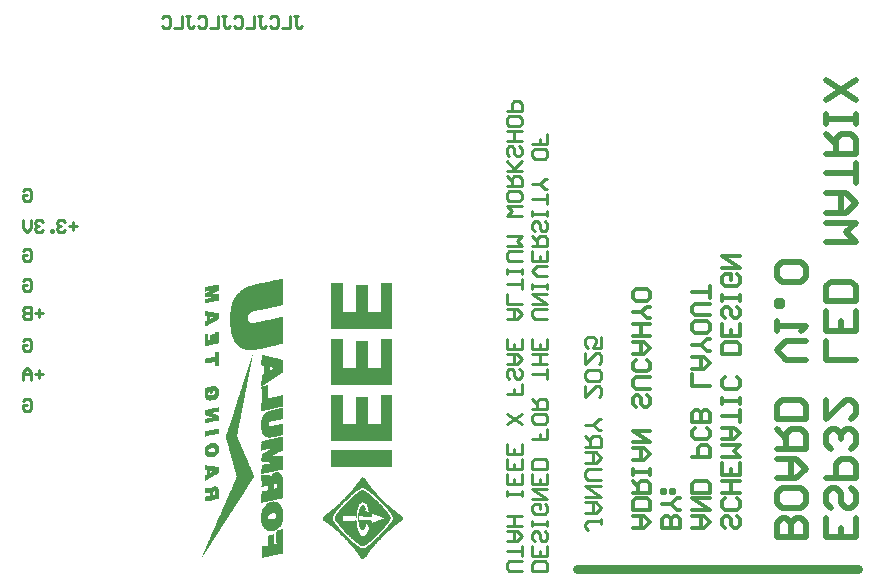
<source format=gbo>
G04*
G04 #@! TF.GenerationSoftware,Altium Limited,Altium Designer,25.1.2 (22)*
G04*
G04 Layer_Color=32896*
%FSLAX25Y25*%
%MOIN*%
G70*
G04*
G04 #@! TF.SameCoordinates,9731B79D-0BF3-49C4-8AD9-4CBC44B71680*
G04*
G04*
G04 #@! TF.FilePolarity,Positive*
G04*
G01*
G75*
%ADD12C,0.01181*%
%ADD15C,0.01000*%
%ADD58C,0.01968*%
%ADD68C,0.03150*%
%ADD69C,0.01024*%
G36*
X199927Y211823D02*
X199941Y211701D01*
X199913Y211619D01*
X199941Y211538D01*
X199968Y211103D01*
X199941Y203092D01*
X199859Y202956D01*
X199737Y202915D01*
X199492Y202888D01*
X199411Y202861D01*
X198813Y202834D01*
X198515Y202698D01*
X198243Y202617D01*
X198135Y202589D01*
X197931Y202549D01*
X197415Y202467D01*
X197306Y202440D01*
X197075Y202372D01*
X196614Y202345D01*
X196424Y202263D01*
X196315Y202236D01*
X196125Y202209D01*
X195935Y202128D01*
X195718Y202100D01*
X195636Y202073D01*
X195527Y202046D01*
X195351Y202006D01*
X195052Y201951D01*
X194821Y201883D01*
X194509Y201842D01*
X194210Y201788D01*
X194034Y201720D01*
X193857Y201680D01*
X193748Y201652D01*
X193531Y201625D01*
X193423Y201598D01*
X193287Y201544D01*
X193137Y201476D01*
X192676Y201449D01*
X192431Y201340D01*
X192241Y201313D01*
X191807Y201286D01*
X191725Y201259D01*
X191603Y201272D01*
X191467Y201245D01*
X191331Y201191D01*
X191236Y201123D01*
X191182Y201068D01*
X191046Y200987D01*
X190910Y200933D01*
X190408Y200946D01*
X190137Y200919D01*
X190001Y200892D01*
X189824Y200824D01*
X189566Y200729D01*
X189417Y200661D01*
X189281Y200580D01*
X189132Y200457D01*
X189064Y200390D01*
X189023Y200376D01*
X188996Y200322D01*
X188779Y200104D01*
X188751Y200050D01*
X188656Y199928D01*
X188602Y199901D01*
X188453Y199534D01*
X188426Y199425D01*
X188371Y199235D01*
X188330Y199086D01*
X188263Y198909D01*
X188235Y198719D01*
X188303Y198543D01*
X188371Y198448D01*
X188426Y198393D01*
X188453Y198285D01*
X188412Y198135D01*
X188398Y198122D01*
X188453Y198013D01*
Y197986D01*
X188480Y197877D01*
X188507Y197823D01*
X188616Y197633D01*
X188860Y197389D01*
X188887Y197334D01*
X189091Y197131D01*
X189254Y197103D01*
X189308Y197049D01*
X189444Y196995D01*
X189973Y196981D01*
X190503Y197022D01*
X190585Y197049D01*
X190693Y197076D01*
X190883Y197158D01*
X191019Y197212D01*
X191128Y197239D01*
X191359Y197280D01*
X191535Y197348D01*
X191644Y197375D01*
X191997Y197402D01*
X192105Y197429D01*
X192255Y197470D01*
X192363Y197497D01*
X192526Y197524D01*
X192635Y197552D01*
X192784Y197619D01*
X193029Y197647D01*
X193273Y197755D01*
X193450Y197742D01*
X193558Y197769D01*
X193803Y197796D01*
X194034Y197891D01*
X194224Y197918D01*
X194645Y197959D01*
X194876Y198054D01*
X195120Y198081D01*
X195202Y198108D01*
X195500Y198135D01*
X195636Y198190D01*
X195908Y198271D01*
X196179Y198298D01*
X196464Y198366D01*
X196695Y198434D01*
X196872Y198475D01*
X196980Y198502D01*
X197143Y198529D01*
X197279Y198556D01*
X197632Y198611D01*
X197768Y198665D01*
X197890Y198733D01*
X198121Y198719D01*
X198257Y198747D01*
X198406Y198787D01*
X198583Y198828D01*
X198759Y198923D01*
X199343Y198964D01*
X199615Y198991D01*
X199900Y199004D01*
X199941Y198964D01*
X199968Y198774D01*
X199981Y198217D01*
X199968Y197606D01*
X199995Y197524D01*
X199968Y196845D01*
X199954Y190558D01*
X199968Y190273D01*
X199900Y190124D01*
X199655Y190015D01*
X199275Y189988D01*
X199194Y189961D01*
X198813Y189934D01*
X198623Y189852D01*
X198243Y189798D01*
X197999Y189662D01*
X197863Y189608D01*
X197537Y189553D01*
X197347Y189499D01*
X197157Y189472D01*
X196899Y189431D01*
X196763Y189377D01*
X196654Y189350D01*
X196220Y189295D01*
X196111Y189268D01*
X195962Y189228D01*
X195568Y189160D01*
X195446Y189092D01*
X195392Y189065D01*
X195310Y188983D01*
X195202Y188956D01*
X194930Y188929D01*
X194631Y188902D01*
X194441Y188820D01*
X194074Y188779D01*
X193911Y188752D01*
X193762Y188712D01*
X193545Y188657D01*
X193355Y188630D01*
X193219Y188576D01*
X193042Y188535D01*
X192934Y188508D01*
X192784Y188467D01*
X192418Y188426D01*
X192255Y188399D01*
X192010Y188372D01*
X191834Y188304D01*
X191454Y188277D01*
X191372Y188250D01*
X191182Y188168D01*
X190965Y188114D01*
X190720Y188087D01*
X190585Y188033D01*
X190394Y188005D01*
X189838Y187992D01*
X189770Y188005D01*
X189688Y187978D01*
X189580Y187951D01*
X189227Y187978D01*
X189118Y187951D01*
X188738Y187978D01*
X188656Y188005D01*
X188385Y188033D01*
X188208Y188073D01*
X188059Y188114D01*
X187869Y188141D01*
X187760Y188168D01*
X187448Y188209D01*
X187299Y188250D01*
X187190Y188277D01*
X186986Y188318D01*
X186755Y188413D01*
X186579Y188481D01*
X186307Y188617D01*
X186267Y188657D01*
X185968Y188793D01*
X185832Y188874D01*
X185778Y188929D01*
X185723Y188956D01*
X185642Y189038D01*
X185588Y189065D01*
X184909Y189744D01*
X184854Y189771D01*
X184637Y190097D01*
X184433Y190300D01*
X184420Y190341D01*
X184365Y190368D01*
X184325Y190409D01*
X184298Y190463D01*
X184216Y190545D01*
X184107Y190735D01*
X184026Y190816D01*
X183999Y190871D01*
X183809Y191061D01*
X183782Y191115D01*
X183700Y191251D01*
X183632Y191427D01*
X183564Y191550D01*
X183523Y191699D01*
X183483Y191794D01*
X183293Y192093D01*
X183265Y192283D01*
X183225Y192459D01*
X183157Y192609D01*
X183116Y192758D01*
X183048Y192880D01*
X182994Y193070D01*
X182926Y193247D01*
X182885Y193369D01*
X182804Y193668D01*
X182749Y193994D01*
X182695Y194374D01*
X182654Y194686D01*
X182627Y194849D01*
X182587Y195216D01*
X182559Y195786D01*
X182505Y195922D01*
X182464Y196452D01*
X182437Y196832D01*
X182410Y197293D01*
X182356Y197619D01*
X182315Y197769D01*
X182328Y198760D01*
X182315Y198964D01*
X182396Y199154D01*
X182424Y199942D01*
X182451Y200023D01*
X182478Y200566D01*
X182505Y200648D01*
X182546Y201123D01*
X182654Y201856D01*
X182682Y202073D01*
X182736Y202291D01*
X182763Y202426D01*
X182790Y202589D01*
X182885Y202902D01*
X182926Y203133D01*
X182994Y203309D01*
X183075Y203635D01*
X183130Y203771D01*
X183170Y203947D01*
X183374Y204422D01*
X183401Y204531D01*
X183456Y204667D01*
X183510Y204721D01*
X183727Y205129D01*
X183809Y205210D01*
X184053Y205672D01*
X184162Y205835D01*
X184270Y206025D01*
X184325Y206079D01*
X184352Y206134D01*
X184406Y206188D01*
X184433Y206242D01*
X184542Y206351D01*
X184569Y206405D01*
X184691Y206554D01*
X184759Y206649D01*
X185085Y206975D01*
X185112Y207030D01*
X185167Y207084D01*
X185194Y207138D01*
X185289Y207206D01*
X185547Y207464D01*
X185574Y207519D01*
X185750Y207695D01*
X185805Y207722D01*
X185886Y207804D01*
X186022Y207885D01*
X186171Y208007D01*
X186267Y208102D01*
X186321Y208130D01*
X186402Y208211D01*
X186538Y208293D01*
X186728Y208401D01*
X187217Y208673D01*
X187407Y208781D01*
X187461Y208836D01*
X187638Y208876D01*
X187733Y208944D01*
X188005Y209107D01*
X188113Y209135D01*
X188303Y209216D01*
X188412Y209243D01*
X188575Y209270D01*
X188711Y209352D01*
X188996Y209420D01*
X189390Y209542D01*
X189580Y209623D01*
X189688Y209650D01*
X189824Y209732D01*
X189960Y209786D01*
X190313Y209813D01*
X190462Y209854D01*
X190598Y209881D01*
X190815Y209909D01*
X191073Y209949D01*
X191209Y210003D01*
X191603Y210071D01*
X191725Y210112D01*
X191888Y210139D01*
X192024Y210194D01*
X192133Y210221D01*
X192377Y210248D01*
X192431Y210302D01*
X192567Y210357D01*
X192676Y210384D01*
X192812Y210329D01*
X193137Y210357D01*
X193273Y210411D01*
X193463Y210438D01*
X193545Y210465D01*
X193653Y210492D01*
X193844Y210520D01*
X193925Y210547D01*
X194061Y210601D01*
X194251Y210710D01*
X194577Y210737D01*
X194713Y210791D01*
X195256Y210818D01*
X195609Y210981D01*
X196003Y211022D01*
X196111Y211049D01*
X196328Y211076D01*
X196437Y211103D01*
X196654Y211131D01*
X196709Y211185D01*
X196722Y211226D01*
X196831Y211253D01*
X197102Y211334D01*
X197564Y211361D01*
X197673Y211470D01*
X198270Y211497D01*
X198352Y211524D01*
X198460Y211551D01*
X198651Y211579D01*
X198949Y211715D01*
X199058Y211742D01*
X199194Y211796D01*
X199574Y211850D01*
X199927Y211823D01*
D02*
G37*
G36*
X178567Y209881D02*
X178594Y209691D01*
X178581Y209542D01*
X178608Y208184D01*
X178621Y207953D01*
X178499Y207722D01*
X178268Y207681D01*
X178119Y207614D01*
X177861Y207519D01*
X177413Y207315D01*
X177006Y207098D01*
X176815Y206989D01*
X176761Y206935D01*
X176503Y206840D01*
X176367Y206785D01*
X176313Y206758D01*
X176327Y206690D01*
X176843Y206717D01*
X177169Y206772D01*
X177712Y206745D01*
X177793Y206717D01*
X177983Y206690D01*
X178499Y206663D01*
X178567Y206595D01*
X178594Y206351D01*
X178567Y206296D01*
X178594Y206215D01*
Y206188D01*
Y206161D01*
X178567Y204586D01*
X178445Y204545D01*
X178173Y204518D01*
X178092Y204490D01*
X177820Y204463D01*
X177712Y204436D01*
X177508Y204395D01*
X177386Y204355D01*
X177277Y204328D01*
X176992Y204287D01*
X176856Y204260D01*
X176585Y204151D01*
X176435Y204083D01*
X176001Y204056D01*
X175919Y204029D01*
X175743Y203988D01*
X175580Y203961D01*
X175444Y203934D01*
X175199Y203906D01*
X175064Y203879D01*
X174955Y203852D01*
X174548Y203771D01*
X174317Y203703D01*
X174208Y203676D01*
X174073Y203703D01*
X174032Y203744D01*
X174005Y203934D01*
X173991Y204518D01*
X174032Y204966D01*
X174127Y205034D01*
X174263Y205088D01*
X174371Y205115D01*
X174670Y205142D01*
X174860Y205224D01*
X175050Y205251D01*
X175295Y205305D01*
X175485Y205387D01*
X175702Y205441D01*
X175960Y205563D01*
X175946Y205604D01*
X175240Y205631D01*
X175159Y205658D01*
X174751Y205631D01*
X174670Y205658D01*
X174317Y205685D01*
X174073Y205713D01*
X174005Y205780D01*
X173991Y206772D01*
X174018Y206880D01*
X174154Y207016D01*
X174290Y207070D01*
X174344Y207098D01*
X174806Y207315D01*
X174982Y207383D01*
X175702Y207722D01*
X175756Y207749D01*
X176001Y207885D01*
X176082Y207967D01*
X176204Y208034D01*
X176055Y208048D01*
X175974Y208021D01*
X175865Y207994D01*
X175716Y207953D01*
X175607Y207926D01*
X175430Y207858D01*
X175322Y207831D01*
X175118Y207790D01*
X174887Y207722D01*
X174779Y207695D01*
X174521Y207654D01*
X174385Y207600D01*
X174276Y207573D01*
X174140Y207519D01*
X174045Y207505D01*
X174005Y207627D01*
X173991Y208863D01*
X174032Y208958D01*
X174073Y208999D01*
X174263Y209026D01*
X174317Y209080D01*
X174534Y209135D01*
X174819Y209202D01*
X174928Y209229D01*
X175417Y209311D01*
X175525Y209338D01*
X175675Y209379D01*
X176041Y209420D01*
X176177Y209474D01*
X176286Y209501D01*
X176503Y209528D01*
X176666Y209555D01*
X176843Y209650D01*
X177236Y209718D01*
X177345Y209746D01*
X177481Y209773D01*
X177698Y209800D01*
X177997Y209854D01*
X178323Y209909D01*
X178499Y209922D01*
X178567Y209881D01*
D02*
G37*
G36*
X236498Y195044D02*
X236475Y195021D01*
X216194Y195011D01*
X216157Y195021D01*
X216143Y195035D01*
X216133Y210498D01*
X220074Y210503D01*
X220079Y200667D01*
X220093Y200653D01*
X224348Y200644D01*
X224385Y200653D01*
X224404Y200681D01*
X224399Y208202D01*
Y208212D01*
Y209655D01*
X224409Y209693D01*
X224423Y209707D01*
X228293Y209716D01*
X228345Y209702D01*
X228354Y200667D01*
X228378Y200644D01*
X232543Y200649D01*
X232558Y200681D01*
X232553Y210498D01*
X236494Y210503D01*
X236498Y195044D01*
D02*
G37*
G36*
X174181Y200987D02*
X174263Y200960D01*
X174901Y200919D01*
X175118Y200892D01*
X175281Y200865D01*
X175512Y200797D01*
X175783Y200770D01*
X175865Y200743D01*
X176191Y200688D01*
X176300Y200661D01*
X176571Y200634D01*
X176748Y200593D01*
X176883Y200566D01*
X177101Y200539D01*
X177399Y200512D01*
X177644Y200485D01*
X177752Y200457D01*
X177888Y200430D01*
X178133Y200403D01*
X178458Y200376D01*
X178554Y200335D01*
X178594Y200294D01*
X178567Y198393D01*
X178526Y198326D01*
X178268Y198231D01*
X178065Y198135D01*
X177875Y198027D01*
X177617Y197850D01*
X177386Y197728D01*
X177359Y197701D01*
X177331D01*
X176870Y197457D01*
X176653Y197321D01*
X176408Y197185D01*
X176055Y196995D01*
X176001Y196941D01*
X175946Y196913D01*
X175729Y196777D01*
X175593Y196750D01*
X175512Y196669D01*
X175267Y196533D01*
X175077Y196397D01*
X175023Y196370D01*
X174860Y196262D01*
X174724Y196207D01*
X174534Y196126D01*
X174385Y196085D01*
X174344Y196044D01*
X174208Y195963D01*
X174073Y195908D01*
X174018Y195936D01*
X173991Y196968D01*
X173977Y197389D01*
X174073Y197538D01*
X174127Y197565D01*
X174181Y197619D01*
X174453Y197782D01*
X174751Y197945D01*
X174792Y197986D01*
X174819Y198095D01*
X174792Y198529D01*
X174806Y199195D01*
X174724Y199276D01*
X174534Y199303D01*
X174263Y199330D01*
X174045Y199357D01*
X174005Y199398D01*
X173991Y200960D01*
X174045Y201014D01*
X174181Y200987D01*
D02*
G37*
G36*
X178554Y194170D02*
X178594Y194021D01*
X178608Y190423D01*
X178554Y190314D01*
X178418Y190260D01*
X178282Y190232D01*
X178200Y190205D01*
X178092Y190178D01*
X177793Y190097D01*
X177603Y190042D01*
X177494Y190015D01*
X177128Y189974D01*
X176965Y189947D01*
X176748Y189893D01*
X176422Y189839D01*
X176286Y189812D01*
X176069Y189757D01*
X175933Y189730D01*
X175770Y189703D01*
X175661Y189676D01*
X175539Y189608D01*
X175430Y189581D01*
X175199Y189540D01*
X175050Y189499D01*
X174942Y189472D01*
X174575Y189431D01*
X174412Y189404D01*
X174181Y189336D01*
X174045Y189363D01*
X174005Y189404D01*
X173991Y190830D01*
X174005Y192826D01*
X173977Y192908D01*
X174005Y193206D01*
X174045Y193247D01*
X174344Y193274D01*
X174480Y193328D01*
X174656Y193369D01*
X174833Y193437D01*
X175023Y193491D01*
X175118Y193423D01*
X175145Y193315D01*
X175172Y191604D01*
Y191577D01*
X175145Y191495D01*
X175172Y191305D01*
X175213Y191264D01*
X175322Y191237D01*
X175430Y191264D01*
X175620Y191292D01*
X175811Y191400D01*
X175838Y193084D01*
X175974Y193138D01*
X176164Y193193D01*
X176435Y193220D01*
X176639Y193261D01*
X176815Y193274D01*
X176856Y193233D01*
X176883Y192392D01*
X176870Y191916D01*
X176883Y191848D01*
X176856Y191767D01*
X176883Y191685D01*
X176910Y191631D01*
X176951Y191590D01*
X177277Y191645D01*
X177386Y191672D01*
X177427Y191713D01*
X177454Y191821D01*
X177440Y193872D01*
X177481Y193967D01*
X177522Y194007D01*
X177698Y194048D01*
X177848Y194089D01*
X177956Y194116D01*
X178241Y194184D01*
X178418Y194252D01*
X178554Y194170D01*
D02*
G37*
G36*
X178526Y187544D02*
X178567Y187503D01*
X178594Y187068D01*
Y183891D01*
Y183864D01*
X178567Y182940D01*
X178499Y182845D01*
X178133Y182805D01*
X177915Y182778D01*
X177780Y182723D01*
X177630Y182683D01*
X177522Y182710D01*
X177454Y182832D01*
X177427Y182940D01*
X177386Y184122D01*
X177331Y184203D01*
X177223Y184176D01*
X177087Y184122D01*
X176978Y184095D01*
X176829Y184054D01*
X176612Y184000D01*
X176449Y183973D01*
X176300Y183932D01*
X176164Y183877D01*
X175906Y183837D01*
X175593Y183742D01*
X175091Y183674D01*
X174982Y183647D01*
X174616Y183606D01*
X174344Y183579D01*
X174235Y183552D01*
X174045Y183579D01*
X174005Y183619D01*
X174032Y185113D01*
X174073Y185154D01*
X174276Y185195D01*
X174398Y185235D01*
X174507Y185263D01*
X174819Y185330D01*
X174928Y185358D01*
X175064Y185385D01*
X175308Y185412D01*
X175525Y185439D01*
X175634Y185466D01*
X175756Y185507D01*
X175974Y185534D01*
X176055Y185561D01*
X176164Y185588D01*
X176354Y185670D01*
X176571Y185697D01*
X176707Y185751D01*
X176965Y185792D01*
X177182Y185819D01*
X177359Y185806D01*
X177399Y185846D01*
X177454Y186064D01*
X177427Y186145D01*
X177454Y187286D01*
X177549Y187408D01*
X178024Y187476D01*
X178282Y187517D01*
X178418Y187571D01*
X178526Y187544D01*
D02*
G37*
G36*
X236489Y191830D02*
X236498Y186122D01*
Y186113D01*
Y176413D01*
X236484Y176371D01*
X216157Y176361D01*
X216143Y176375D01*
X216133Y191792D01*
X216147Y191834D01*
X220027Y191844D01*
X220069Y191830D01*
X220079Y182045D01*
X220088Y182008D01*
X220102Y181994D01*
X224366Y181984D01*
X224390Y182008D01*
X224399Y190996D01*
X224409Y191033D01*
X224423Y191047D01*
X228331Y191056D01*
X228345Y191042D01*
X228354Y182045D01*
X228368Y181994D01*
X232529Y181984D01*
X232543Y181999D01*
X232553Y191792D01*
X232567Y191834D01*
X236475Y191844D01*
X236489Y191830D01*
D02*
G37*
G36*
X177467Y176002D02*
X177522Y175947D01*
X177657Y175893D01*
X177793Y175812D01*
X177875Y175730D01*
X177929Y175703D01*
X177997Y175608D01*
X178296Y175309D01*
X178323Y175255D01*
X178431Y175146D01*
X178458Y175092D01*
X178567Y174929D01*
X178594Y174793D01*
X178649Y174657D01*
X178676Y174549D01*
X178703Y174277D01*
X178676Y173164D01*
X178649Y173082D01*
X178621Y172974D01*
X178567Y172838D01*
X178526Y172688D01*
X178486Y172648D01*
X178458Y172593D01*
X178323Y172403D01*
X178296Y172349D01*
X178160Y172213D01*
X178133Y172159D01*
X177929Y171955D01*
X177875Y171928D01*
X177739Y171792D01*
X177684Y171765D01*
X177630Y171711D01*
X177576Y171684D01*
X177522Y171629D01*
X177223Y171493D01*
X177046Y171425D01*
X176910Y171371D01*
X176693Y171290D01*
X176544Y171249D01*
X176435Y171222D01*
X175838Y171195D01*
X175240Y171222D01*
X175050Y171303D01*
X174846Y171344D01*
X174751Y171385D01*
X174670Y171466D01*
X174616Y171493D01*
X174507Y171602D01*
X174453Y171629D01*
X174398Y171684D01*
X174344Y171711D01*
X174276Y171779D01*
X174249Y171833D01*
X174195Y171887D01*
X174168Y171941D01*
X174059Y172186D01*
X174005Y172403D01*
X173977Y172593D01*
X174005Y173462D01*
X174073Y173557D01*
X174412Y173734D01*
X174385Y173788D01*
X174154Y173883D01*
X174059Y173924D01*
X174005Y174060D01*
X173991Y174209D01*
X174005Y175010D01*
X173977Y175092D01*
X173950Y175282D01*
X173977Y175363D01*
X174045Y175486D01*
X174398Y175513D01*
X174480Y175540D01*
X174616Y175594D01*
X174806Y175621D01*
X174942Y175649D01*
X175023Y175676D01*
X175213Y175757D01*
X175403Y175784D01*
X175566Y175812D01*
X175648Y175839D01*
X175756Y175866D01*
X176109Y175893D01*
X176164D01*
X176245Y175920D01*
X176503Y175961D01*
X176680Y175975D01*
X176761Y175947D01*
X176815Y175975D01*
X176951Y176029D01*
X177196Y176002D01*
X177277Y176029D01*
X177467Y176002D01*
D02*
G37*
G36*
X193192Y186430D02*
X193273Y186403D01*
X193491Y186349D01*
X193681Y186322D01*
X193789Y186294D01*
X193925Y186240D01*
X194346Y186145D01*
X194495Y186077D01*
X194685Y186050D01*
X194971Y185982D01*
X195120Y185942D01*
X195351Y185901D01*
X195459Y185874D01*
X195582Y185833D01*
X195690Y185806D01*
X195908Y185778D01*
X196043Y185724D01*
X196152Y185697D01*
X196342Y185670D01*
X196519Y185602D01*
X196559Y185561D01*
X197075Y185480D01*
X197211Y185425D01*
X197320Y185398D01*
X197618Y185371D01*
X197809Y185290D01*
X198135Y185263D01*
X198216Y185235D01*
X198352Y185181D01*
X198460Y185154D01*
X198610Y185113D01*
X198759Y185045D01*
X198949Y185018D01*
X199194Y184964D01*
X199329Y184909D01*
X199438Y184882D01*
X199696Y184842D01*
X199832Y184814D01*
X199968Y184733D01*
X199995Y184624D01*
X199968Y184271D01*
X199941Y180605D01*
X199873Y180510D01*
X199696Y180442D01*
X199492Y180320D01*
X199438Y180293D01*
X199058Y180021D01*
X199004Y179994D01*
X198922Y179912D01*
X198868Y179885D01*
X198678Y179777D01*
X197917Y179233D01*
X197863Y179206D01*
X197809Y179152D01*
X197754Y179125D01*
X197700Y179070D01*
X197456Y178935D01*
X197184Y178745D01*
X197130Y178717D01*
X196559Y178310D01*
X196505Y178283D01*
X196125Y178011D01*
X196071Y177984D01*
X195880Y177848D01*
X195826Y177821D01*
X195772Y177767D01*
X195582Y177658D01*
X195527Y177604D01*
X195473Y177577D01*
X194930Y177197D01*
X194876Y177169D01*
X194685Y177034D01*
X194631Y177006D01*
X194441Y176898D01*
X194183Y176721D01*
X194142Y176681D01*
X193952Y176572D01*
X193572Y176300D01*
X193110Y176056D01*
X193056Y176002D01*
X192893Y175920D01*
X192825Y175961D01*
X192839Y176273D01*
X192825Y177780D01*
X192852Y177862D01*
X192879Y179519D01*
X192974Y179641D01*
X193382Y179858D01*
X193463Y179939D01*
X193518Y179967D01*
X193681Y180075D01*
X193762Y180103D01*
X193803Y180143D01*
X193830Y180333D01*
X193803Y180768D01*
X193830Y181284D01*
X193803Y181773D01*
Y181800D01*
X193816Y182601D01*
X193762Y182683D01*
X193653Y182710D01*
X193477Y182750D01*
X193246Y182818D01*
X193029Y182873D01*
X192879Y182995D01*
X192825Y183131D01*
X192852Y186254D01*
X192879Y186417D01*
X192920Y186458D01*
X193192Y186430D01*
D02*
G37*
G36*
X194889Y176314D02*
X194943Y176124D01*
X194971Y176015D01*
X194998Y175581D01*
X195025Y171996D01*
X195066Y171955D01*
X195283Y171982D01*
X195527Y172091D01*
X195799Y172118D01*
X195908Y172145D01*
X196057Y172186D01*
X196166Y172213D01*
X196654Y172294D01*
X196831Y172362D01*
X197184Y172390D01*
X197320Y172444D01*
X197537Y172498D01*
X197700Y172525D01*
X197890Y172607D01*
X198175Y172648D01*
X198284Y172675D01*
X198406Y172715D01*
X198433D01*
X198813Y172770D01*
X198922Y172797D01*
X199262Y172865D01*
X199479Y172892D01*
X199642Y172919D01*
X199750Y172946D01*
X199873Y172987D01*
X199927Y172960D01*
X199968Y172919D01*
X199995Y172729D01*
X199968Y171724D01*
X199995Y170719D01*
X199981Y170054D01*
X199995Y170013D01*
X199968Y169932D01*
X199995Y169307D01*
X199873Y169158D01*
X199628Y169131D01*
X199547Y169104D01*
X199262Y169063D01*
X199126Y169036D01*
X198610Y168954D01*
X198392Y168900D01*
X198230Y168873D01*
X198080Y168832D01*
X197890Y168778D01*
X197673Y168723D01*
X197523Y168683D01*
X197388Y168655D01*
X197225Y168628D01*
X197089Y168601D01*
X196654Y168492D01*
X196492Y168465D01*
X196193Y168411D01*
X196084Y168384D01*
X195948Y168357D01*
X195785Y168330D01*
X195677Y168302D01*
X195527Y168262D01*
X195310Y168207D01*
X194998Y168139D01*
X194848Y168099D01*
X194740Y168071D01*
X194387Y168044D01*
X194197Y167990D01*
X194047Y167949D01*
X193884Y167922D01*
X193558Y167841D01*
X193395Y167814D01*
X193287Y167786D01*
X193110Y167718D01*
X193002Y167691D01*
X192866Y167718D01*
X192825Y167759D01*
X192852Y173001D01*
X192866Y174888D01*
X192839Y175404D01*
X192825Y175635D01*
X192893Y175757D01*
X193029Y175839D01*
X193165Y175893D01*
X193300Y175920D01*
X193491Y176002D01*
X193694Y176042D01*
X193803Y176069D01*
X193939Y176124D01*
X194264Y176205D01*
X194414Y176246D01*
X194604Y176273D01*
X194713Y176300D01*
X194821Y176355D01*
X194889Y176314D01*
D02*
G37*
G36*
X178567Y168927D02*
X178594Y168004D01*
X178567Y167596D01*
X178526Y167555D01*
X178404Y167542D01*
X178391Y167555D01*
X178309Y167528D01*
X178119Y167501D01*
X177888Y167460D01*
X177671Y167433D01*
X177345Y167379D01*
X177209Y167325D01*
X176938Y167270D01*
X176720Y167216D01*
X176449Y167162D01*
X176367Y167107D01*
X176394Y167053D01*
X176435Y167012D01*
X176490Y166985D01*
X176897Y166795D01*
X177291Y166727D01*
X177440Y166659D01*
X177752Y166591D01*
X177983Y166524D01*
X178268Y166456D01*
X178472Y166360D01*
X178513Y166320D01*
X178594Y166048D01*
X178567Y164609D01*
X178526Y164568D01*
X178418Y164541D01*
X178200Y164514D01*
X178119Y164487D01*
X177848Y164459D01*
X177739Y164432D01*
X177413Y164405D01*
X177331Y164378D01*
X177223Y164351D01*
X177033Y164324D01*
X176924Y164296D01*
X176734Y164269D01*
X176300Y164161D01*
X176123Y164120D01*
X175946Y164052D01*
X175661Y164011D01*
X175553Y163984D01*
X175403Y163943D01*
X174955Y163875D01*
X174738Y163821D01*
X174521Y163794D01*
X174168Y163740D01*
X174127Y163726D01*
X174005Y163794D01*
X173991Y163916D01*
X174005Y164690D01*
X173977Y164772D01*
X174018Y165030D01*
X174073Y165084D01*
X174344Y165111D01*
X174425Y165138D01*
X174534Y165166D01*
X174724Y165193D01*
X174833Y165220D01*
X174996Y165247D01*
X175132Y165301D01*
X175240Y165329D01*
X175512Y165356D01*
X175729Y165410D01*
X175811Y165437D01*
X176069Y165478D01*
X176177Y165505D01*
X176204Y165559D01*
X176164Y165600D01*
X176001Y165627D01*
X175756Y165736D01*
X175566Y165817D01*
X175132Y165926D01*
X174996Y165980D01*
X174819Y166048D01*
X174425Y166225D01*
X174235Y166333D01*
X174100Y166388D01*
X174045Y166415D01*
X174005Y166456D01*
X173977Y166646D01*
X174005Y166727D01*
X173991Y167990D01*
X174018Y168044D01*
X174127Y168071D01*
X174235D01*
X174249Y168085D01*
X174480Y168153D01*
X174711Y168194D01*
X174928Y168221D01*
X175037Y168248D01*
X175267Y168316D01*
X175566Y168343D01*
X175811Y168452D01*
X176096Y168492D01*
X176232Y168520D01*
X176381Y168560D01*
X176490Y168588D01*
X176802Y168628D01*
X177033Y168696D01*
X177304Y168723D01*
X177494Y168750D01*
X177766Y168832D01*
X178078Y168873D01*
X178187Y168900D01*
X178364Y168968D01*
X178486Y168981D01*
X178567Y168927D01*
D02*
G37*
G36*
X236489Y173179D02*
X236498Y157753D01*
X236489Y157716D01*
X236475Y157702D01*
X216166Y157692D01*
X216143Y157716D01*
X216133Y173133D01*
X216147Y173184D01*
X220027Y173194D01*
X220069Y173179D01*
X220079Y163461D01*
Y163451D01*
Y163386D01*
X220088Y163348D01*
X220102Y163334D01*
X224310Y163325D01*
X224376Y163334D01*
X224390Y163348D01*
X224399Y172383D01*
X224413Y172397D01*
X228303Y172406D01*
X228345Y172392D01*
X228354Y163386D01*
X228363Y163348D01*
X228378Y163334D01*
X232501Y163325D01*
X232543Y163339D01*
X232553Y173133D01*
X232567Y173184D01*
X236475Y173194D01*
X236489Y173179D01*
D02*
G37*
G36*
X178567Y161839D02*
X178594Y161730D01*
X178567Y160236D01*
X178499Y160169D01*
X178119Y160141D01*
X178038Y160114D01*
X177834Y160073D01*
X177684Y160033D01*
X177454Y159992D01*
X177223Y159924D01*
X177033Y159870D01*
X176815Y159843D01*
X176625Y159761D01*
X176313Y159720D01*
X176204Y159693D01*
X176109Y159680D01*
X176096Y159666D01*
X175987Y159639D01*
X175553Y159585D01*
X175444Y159557D01*
X175213Y159490D01*
X175037Y159449D01*
X174887Y159408D01*
X174670Y159354D01*
X174453Y159327D01*
X174263Y159245D01*
X174073Y159218D01*
X174018Y159245D01*
X173991Y160386D01*
X173964Y160549D01*
X173950Y160671D01*
X173977Y160752D01*
X174005Y160861D01*
X174127Y160902D01*
X174317Y160929D01*
X174507Y161010D01*
X174616Y161038D01*
X174887Y161119D01*
X174996Y161146D01*
X175186Y161173D01*
X175240Y161228D01*
X175430Y161255D01*
X175851Y161323D01*
X176001Y161363D01*
X176109Y161391D01*
X176978Y161499D01*
X177114Y161554D01*
X177223Y161581D01*
X177277Y161635D01*
X177467Y161689D01*
X177684Y161716D01*
X177766Y161744D01*
X177875Y161771D01*
X178296Y161839D01*
X178431Y161866D01*
X178472Y161879D01*
X178567Y161839D01*
D02*
G37*
G36*
X199927Y168805D02*
X199954Y168696D01*
X199941Y168628D01*
X199968Y168547D01*
X199954Y168370D01*
X199981Y166415D01*
X199995Y166075D01*
X199968Y165994D01*
X199981Y165138D01*
X199913Y165043D01*
X199791Y165003D01*
X199479Y164962D01*
X199262Y164935D01*
X198936Y164853D01*
X198800Y164826D01*
X198474Y164772D01*
X198325Y164731D01*
X198216Y164704D01*
X198067Y164663D01*
X197890Y164595D01*
X197659Y164555D01*
X197551Y164527D01*
X197401Y164487D01*
X197293Y164459D01*
X196980Y164419D01*
X196437Y164310D01*
X196274Y164283D01*
X196166Y164256D01*
X195853Y164161D01*
X195514Y164039D01*
X195419Y163971D01*
X195351Y163903D01*
X195324Y163848D01*
X195242Y163658D01*
X195188Y163441D01*
X195215Y163169D01*
X195242Y163088D01*
X195269Y162898D01*
X195310Y162749D01*
X195351Y162708D01*
X195378Y162653D01*
X195419Y162613D01*
X195541Y162599D01*
X195785Y162626D01*
X195921Y162681D01*
X196030Y162708D01*
X196274Y162735D01*
X196437Y162762D01*
X196668Y162830D01*
X197184Y162911D01*
X197320Y162966D01*
X197646Y162993D01*
X197727Y163020D01*
X197917Y163074D01*
X198094Y163115D01*
X198365Y163142D01*
X198488Y163183D01*
X198596Y163210D01*
X198732Y163265D01*
X198881Y163305D01*
X198949Y163319D01*
X198976D01*
X199058Y163346D01*
X199343Y163387D01*
X199601Y163427D01*
X199737Y163482D01*
X199846Y163509D01*
X199927Y163482D01*
X199968Y163359D01*
X199981Y160902D01*
X199968Y160671D01*
X199995Y160589D01*
X199968Y159720D01*
X199927Y159652D01*
X199818Y159625D01*
X199438Y159598D01*
X199357Y159571D01*
X199085Y159544D01*
X199004Y159517D01*
X198895Y159490D01*
X198705Y159435D01*
X198433Y159354D01*
X198121Y159286D01*
X198012Y159259D01*
X197877Y159231D01*
X197578Y159177D01*
X197361Y159123D01*
X197225Y159096D01*
X197008Y159069D01*
X196844Y159041D01*
X196627Y158987D01*
X196492Y158960D01*
X196166Y158906D01*
X196030Y158879D01*
X195867Y158851D01*
X195541Y158824D01*
X195147Y158811D01*
X195011Y158865D01*
X194876Y158892D01*
X194821Y158946D01*
X194672Y158987D01*
X194536Y159041D01*
X194237Y159177D01*
X194088Y159272D01*
X194034Y159327D01*
X193979Y159354D01*
X193898Y159435D01*
X193844Y159462D01*
X193558Y159748D01*
X193531Y159802D01*
X193395Y159938D01*
X193368Y159992D01*
X193178Y160291D01*
X193070Y160562D01*
X193029Y160712D01*
X192934Y161024D01*
X192893Y161200D01*
X192866Y161309D01*
X192798Y161540D01*
X192744Y161730D01*
X192717Y161839D01*
X192662Y162165D01*
X192635Y162599D01*
X192662Y164147D01*
X192689Y164229D01*
X192744Y164446D01*
X192812Y164758D01*
X192907Y165070D01*
X192934Y165179D01*
X192988Y165315D01*
X193110Y165654D01*
X193178Y165831D01*
X193368Y166184D01*
X193504Y166374D01*
X193762Y166714D01*
X193830Y166781D01*
X193857Y166836D01*
X193898Y166876D01*
X193952Y166904D01*
X194061Y167012D01*
X194115Y167040D01*
X194224Y167148D01*
X194360Y167230D01*
X194414Y167284D01*
X194468Y167311D01*
X194550Y167393D01*
X195120Y167664D01*
X195554Y167800D01*
X195663Y167827D01*
X195853Y167909D01*
X195962Y167936D01*
X196138Y167976D01*
X196315Y168044D01*
X196424Y168071D01*
X196627Y168112D01*
X196858Y168180D01*
X196967Y168207D01*
X197238Y168234D01*
X197320Y168262D01*
X197537Y168316D01*
X197727Y168343D01*
X197877Y168384D01*
X198107Y168452D01*
X198379Y168479D01*
X198515Y168533D01*
X198691Y168574D01*
X199017Y168628D01*
X199153Y168655D01*
X199370Y168710D01*
X199628Y168750D01*
X199818Y168832D01*
X199927Y168805D01*
D02*
G37*
G36*
X176978Y157072D02*
X177277Y156991D01*
X177535Y156896D01*
X177684Y156855D01*
X177793Y156828D01*
X177848Y156774D01*
X177902Y156747D01*
X178051Y156624D01*
X178092Y156584D01*
X178146Y156556D01*
X178241Y156461D01*
X178268Y156407D01*
X178404Y156217D01*
X178431Y156163D01*
X178540Y156000D01*
X178581Y155823D01*
X178635Y155552D01*
X178662Y155443D01*
X178689Y155280D01*
X178703Y154370D01*
X178676Y154289D01*
X178635Y154085D01*
X178567Y153936D01*
X178540Y153827D01*
X178431Y153664D01*
X178350Y153528D01*
X178241Y153338D01*
X178187Y153284D01*
X178160Y153230D01*
X178024Y153094D01*
X177997Y153040D01*
X177902Y152944D01*
X177848Y152917D01*
X177793Y152863D01*
X177603Y152754D01*
X177549Y152700D01*
X177440Y152673D01*
X177386Y152619D01*
X176978Y152428D01*
X176829Y152388D01*
X176720Y152360D01*
X176585Y152333D01*
X176422Y152306D01*
X176150Y152279D01*
X175458Y152266D01*
X175376Y152293D01*
X175186Y152320D01*
X175009Y152388D01*
X174996Y152401D01*
X174887Y152428D01*
X174453Y152754D01*
X174303Y152904D01*
X174276Y152958D01*
X174195Y153040D01*
X174032Y153393D01*
X173977Y153773D01*
X173950Y154207D01*
X173923Y154397D01*
X173950Y155076D01*
X173977Y155158D01*
X174005Y155266D01*
X174059Y155402D01*
X174330Y155918D01*
X174385Y155973D01*
X174412Y156027D01*
X174589Y156203D01*
X174643Y156230D01*
X174724Y156312D01*
X174779Y156339D01*
X174887Y156448D01*
X175023Y156529D01*
X175892Y156964D01*
X175987Y156896D01*
X176041Y156706D01*
X176069Y156353D01*
X176041Y155402D01*
X175919Y155226D01*
X175811Y155199D01*
X175458Y155008D01*
X175227Y154778D01*
X175172Y154642D01*
X175213Y154302D01*
X175322Y154139D01*
X175363Y154099D01*
X175390Y154044D01*
X175512Y154004D01*
X176300Y154031D01*
X176381Y154058D01*
X176490Y154085D01*
X176680Y154112D01*
X176788Y154139D01*
X176924Y154194D01*
X177223Y154357D01*
X177277Y154411D01*
X177331Y154438D01*
X177372Y154479D01*
X177399Y154533D01*
X177481Y154723D01*
X177454Y155049D01*
X177331Y155199D01*
X177141Y155280D01*
X176965Y155321D01*
X176856Y155348D01*
X176761Y155361D01*
X176680Y155334D01*
X176490Y155443D01*
X176462Y156095D01*
X176449Y156923D01*
X176476Y157004D01*
X176503Y157059D01*
X176544Y157100D01*
X176978Y157072D01*
D02*
G37*
G36*
X236489Y154717D02*
X236498Y149169D01*
X236484Y149117D01*
X220608Y149108D01*
X216166D01*
X216143Y149131D01*
X216133Y154670D01*
X216147Y154721D01*
X236475Y154731D01*
X236489Y154717D01*
D02*
G37*
G36*
X199927Y159191D02*
X199968Y159069D01*
X199981Y155660D01*
X199968Y155239D01*
X199995Y155158D01*
X199968Y154642D01*
X199900Y154520D01*
X199655Y154465D01*
X199465Y154384D01*
X199058Y154166D01*
X198841Y154031D01*
X198542Y153895D01*
X198026Y153623D01*
X197836Y153515D01*
X197483Y153352D01*
X197347Y153270D01*
X197157Y153162D01*
X196858Y152999D01*
X196804Y152944D01*
X196749Y152917D01*
X196736Y152876D01*
X197102Y152836D01*
X197211Y152809D01*
X197673Y152781D01*
X197754Y152754D01*
X197944Y152727D01*
X198678Y152700D01*
X198759Y152673D01*
X199248Y152646D01*
X199329Y152619D01*
X199520Y152591D01*
X199927Y152564D01*
X199968Y152442D01*
X199981Y149441D01*
X199954Y148246D01*
X199900Y148192D01*
X199601Y148165D01*
X199520Y148137D01*
X199234Y148097D01*
X199126Y148070D01*
X198976Y148029D01*
X198868Y148002D01*
X198691Y147961D01*
X198542Y147920D01*
X198433Y147893D01*
X198243Y147866D01*
X198039Y147825D01*
X197917Y147784D01*
X197809Y147757D01*
X197605Y147716D01*
X197469Y147662D01*
X197361Y147635D01*
X197035Y147581D01*
X196899Y147554D01*
X196790Y147526D01*
X196641Y147486D01*
X196532Y147459D01*
X196342Y147404D01*
X196166Y147363D01*
X196030Y147336D01*
X195921Y147309D01*
X195514Y147228D01*
X195351Y147201D01*
X194943Y147119D01*
X194618Y147065D01*
X194346Y147010D01*
X194237Y146983D01*
X194102Y146956D01*
X193939Y146929D01*
X193830Y146902D01*
X193681Y146861D01*
X193504Y146820D01*
X193355Y146780D01*
X193246Y146752D01*
X192988Y146657D01*
X192866Y146644D01*
X192798Y146712D01*
X192825Y147146D01*
X192852Y149672D01*
X192893Y149713D01*
X193029Y149767D01*
X193219Y149794D01*
X193327Y149821D01*
X193613Y149862D01*
X193748Y149889D01*
X193857Y149916D01*
X194074Y149943D01*
X194373Y149971D01*
X194536Y149998D01*
X194685Y150039D01*
X194794Y150066D01*
X195134Y150106D01*
X195242Y150134D01*
X195364Y150174D01*
X195514Y150215D01*
X195731Y150269D01*
X195880Y150310D01*
X196206Y150364D01*
X196220Y150405D01*
X196179Y150446D01*
X195867Y150487D01*
X195650Y150514D01*
X195378Y150568D01*
X195161Y150595D01*
X194794Y150636D01*
X194685Y150663D01*
X194346Y150704D01*
X193857Y150731D01*
X193504Y150758D01*
X193070Y150812D01*
X192934Y150840D01*
X192852Y150921D01*
X192839Y151206D01*
X192852Y152985D01*
X192825Y153067D01*
X192852Y153338D01*
X192907Y153393D01*
X192920Y153433D01*
X193327Y153650D01*
X193518Y153759D01*
X193599Y153841D01*
X193748Y153881D01*
X193952Y154004D01*
X194034Y154031D01*
X194088Y154085D01*
X194264Y154153D01*
X194305Y154194D01*
X194550Y154330D01*
X195229Y154683D01*
X195473Y154818D01*
X195527Y154873D01*
X195704Y154940D01*
X195745Y154981D01*
X195935Y155090D01*
X196179Y155226D01*
X196356Y155348D01*
X196342Y155389D01*
X196152Y155361D01*
X196016Y155307D01*
X195840Y155239D01*
X195758Y155212D01*
X195745Y155199D01*
X195582Y155171D01*
X195500Y155144D01*
X195202Y155063D01*
X194767Y154954D01*
X194495Y154927D01*
X194237Y154886D01*
X194102Y154859D01*
X193518Y154683D01*
X193300Y154628D01*
X193124Y154560D01*
X192988Y154506D01*
X192920Y154492D01*
X192825Y154560D01*
X192839Y156556D01*
X192825Y156624D01*
X192852Y156706D01*
X192812Y157425D01*
X192798Y157521D01*
X192866Y157616D01*
X193219Y157751D01*
X193531Y157792D01*
X193640Y157819D01*
X193871Y157887D01*
X194088Y157941D01*
X194278Y157996D01*
X194387Y158023D01*
X194645Y158064D01*
X194876Y158132D01*
X195066Y158159D01*
X195174Y158186D01*
X195351Y158227D01*
X195459Y158254D01*
X195595Y158281D01*
X195840Y158308D01*
X196003Y158335D01*
X196233Y158403D01*
X196424Y158430D01*
X196532Y158458D01*
X196682Y158498D01*
X196790Y158525D01*
X197089Y158580D01*
X197238Y158648D01*
X197564Y158702D01*
X197741Y158770D01*
X197890Y158811D01*
X198270Y158838D01*
X198460Y158919D01*
X198718Y158960D01*
X198854Y158987D01*
X199031Y159055D01*
X199343Y159096D01*
X199452Y159123D01*
X199682Y159191D01*
X199791Y159218D01*
X199927Y159191D01*
D02*
G37*
G36*
X198162Y147377D02*
X198392Y147336D01*
X198501Y147309D01*
X198637Y147255D01*
X198678Y147214D01*
X198786Y147187D01*
X198936Y147065D01*
X199031Y146997D01*
X199221Y146807D01*
X199275Y146780D01*
X199425Y146630D01*
X199452Y146576D01*
X199560Y146467D01*
X199669Y146223D01*
X199682Y146182D01*
X199696Y146168D01*
X199764Y145992D01*
X199818Y145856D01*
X199886Y145680D01*
X199941Y145544D01*
X199968Y145191D01*
X199981Y138714D01*
X199900Y138632D01*
X199791Y138605D01*
X199655Y138551D01*
X199547Y138523D01*
X199357Y138496D01*
X199248Y138469D01*
X199017Y138428D01*
X198881Y138401D01*
X198556Y138347D01*
X198338Y138320D01*
X198202Y138293D01*
X198094Y138266D01*
X197958Y138238D01*
X197795Y138211D01*
X197659Y138184D01*
X197510Y138143D01*
X197401Y138116D01*
X197211Y138089D01*
X196994Y138035D01*
X196804Y137980D01*
X196627Y137940D01*
X196519Y137912D01*
X196396Y137872D01*
X196206Y137845D01*
X196030Y137804D01*
X195880Y137763D01*
X195772Y137736D01*
X195297Y137668D01*
X194971Y137586D01*
X194821Y137546D01*
X194713Y137519D01*
X194563Y137478D01*
X194346Y137424D01*
X194183Y137396D01*
X194074Y137369D01*
X193939Y137342D01*
X193287Y137233D01*
X193151Y137206D01*
X192866Y137193D01*
X192798Y137261D01*
X192784Y137383D01*
X192812Y137980D01*
X192839Y139094D01*
X192879Y140873D01*
X192974Y140968D01*
X193178Y141008D01*
X193341Y141036D01*
X193450Y141063D01*
X193694Y141090D01*
X193911Y141117D01*
X194183Y141171D01*
X194292Y141199D01*
X194563Y141253D01*
X194781Y141307D01*
X194916Y141334D01*
X194930Y141348D01*
X195011Y141321D01*
X195134Y141389D01*
X195161Y141497D01*
X195147Y142190D01*
X195161Y142285D01*
X195134Y142366D01*
X195161Y142665D01*
X195093Y142760D01*
X194645Y142719D01*
X194495Y142679D01*
X194074Y142638D01*
X193911Y142611D01*
X193776Y142584D01*
X193409Y142543D01*
X192907Y142529D01*
X192825Y142611D01*
X192852Y142801D01*
X192839Y146236D01*
X192866Y146291D01*
X192974Y146318D01*
X193762Y146345D01*
X193898Y146399D01*
X194428Y146440D01*
X194672Y146467D01*
X194808Y146494D01*
X195025Y146521D01*
X195337Y146535D01*
X195419Y146508D01*
X195554Y146535D01*
X195609Y146562D01*
X195731Y146440D01*
X195718Y146182D01*
X195745Y146128D01*
X195853Y146101D01*
X196016Y146128D01*
X196098Y146155D01*
X196233Y146236D01*
X196301Y146359D01*
X196328Y146467D01*
X196451Y146617D01*
X196546Y146712D01*
X196573Y146766D01*
X196722Y146915D01*
X196777Y146942D01*
X196844Y147010D01*
X196872Y147065D01*
X197170Y147201D01*
X197483Y147295D01*
X197700Y147350D01*
X197958Y147391D01*
X198080Y147404D01*
X198162Y147377D01*
D02*
G37*
G36*
X174208Y149658D02*
X174344Y149604D01*
X174656Y149563D01*
X174955Y149536D01*
X175172Y149509D01*
X175335Y149482D01*
X175688Y149427D01*
X176014Y149400D01*
X176503Y149319D01*
X176829Y149292D01*
X177128Y149265D01*
X177236Y149237D01*
X177508Y149183D01*
X177807Y149129D01*
X177943Y149074D01*
X178051Y149047D01*
X178268Y149020D01*
X178404Y148993D01*
X178540Y148939D01*
X178594Y148803D01*
X178621Y148640D01*
X178594Y148558D01*
X178581Y147920D01*
X178608Y147404D01*
X178621Y147201D01*
X178526Y147078D01*
X178336Y146970D01*
X178065Y146780D01*
X178010Y146752D01*
X177603Y146535D01*
X177549Y146481D01*
X177141Y146264D01*
X177087Y146209D01*
X176910Y146141D01*
X176870Y146101D01*
X176815Y146073D01*
X176666Y146005D01*
X176653Y145992D01*
X176408Y145856D01*
X176191Y145720D01*
X175702Y145449D01*
X175444Y145272D01*
X175159Y145123D01*
X174860Y144960D01*
X174724Y144878D01*
X174670Y144851D01*
X174480Y144715D01*
X174425Y144688D01*
X174168Y144512D01*
X174073Y144498D01*
X174005Y144566D01*
X173991Y145693D01*
X174005Y145870D01*
X173977Y145951D01*
X174018Y146209D01*
X174045Y146264D01*
X174235Y146291D01*
X174344Y146318D01*
X174602Y146494D01*
X174670Y146562D01*
X174724Y146589D01*
X174765Y146630D01*
X174819Y146847D01*
X174792Y147119D01*
X174765Y147907D01*
X174724Y147947D01*
X174616Y147975D01*
X174235Y148029D01*
X174127Y148056D01*
X174073Y148083D01*
X174005Y148151D01*
X173991Y148273D01*
X174005Y149129D01*
X173977Y149210D01*
X174005Y149645D01*
X174045Y149685D01*
X174208Y149658D01*
D02*
G37*
G36*
X177766Y142624D02*
X178010Y142489D01*
X178268Y142231D01*
X178296Y142176D01*
X178486Y141905D01*
X178540Y141769D01*
X178567Y141660D01*
X178594Y140818D01*
X178608Y138632D01*
X178554Y138496D01*
X178418Y138415D01*
X178160Y138374D01*
X177888Y138347D01*
X177725Y138320D01*
X177508Y138266D01*
X177345Y138238D01*
X177128Y138211D01*
X177019Y138184D01*
X176870Y138143D01*
X176761Y138116D01*
X176571Y138089D01*
X176354Y138035D01*
X176218Y137980D01*
X175865Y137872D01*
X175756Y137845D01*
X175335Y137804D01*
X175227Y137777D01*
X175091Y137750D01*
X174928Y137722D01*
X174711Y137695D01*
X174385Y137641D01*
X174276Y137614D01*
X174100Y137600D01*
X174032Y137641D01*
X174005Y137750D01*
X173991Y138849D01*
X174018Y139067D01*
X174059Y139162D01*
X174100Y139202D01*
X174113Y139216D01*
X174235Y139257D01*
X174548Y139325D01*
X174697Y139365D01*
X174969Y139393D01*
X175159Y139420D01*
X175417Y139460D01*
X175580Y139488D01*
X175675Y139528D01*
X175716Y139650D01*
X175688Y139732D01*
X175716Y140167D01*
X175675Y140425D01*
X175620Y140479D01*
X175349Y140452D01*
X174697Y140370D01*
X174425Y140343D01*
X174235Y140316D01*
X174045Y140343D01*
X174005Y140384D01*
X173991Y141918D01*
X174045Y142000D01*
X174480Y142027D01*
X174507Y142054D01*
X174589Y142027D01*
X174670Y142054D01*
X175132Y142108D01*
X175240Y142136D01*
X175743Y142149D01*
X175824Y142095D01*
X175851Y142041D01*
X175892Y142000D01*
X176001Y141973D01*
X176191Y142000D01*
X176340Y142149D01*
X176422Y142285D01*
X176625Y142489D01*
X176883Y142584D01*
X177006Y142624D01*
X177196Y142651D01*
X177766Y142624D01*
D02*
G37*
G36*
X197537Y137546D02*
X197782Y137437D01*
X198080Y137301D01*
X198216Y137247D01*
X198270Y137193D01*
X198406Y137138D01*
X198569Y137030D01*
X198623Y137003D01*
X198705Y136921D01*
X198841Y136840D01*
X198895Y136785D01*
X198949Y136758D01*
X199017Y136690D01*
X199044Y136636D01*
X199153Y136527D01*
X199234Y136392D01*
X199370Y136256D01*
X199425Y136120D01*
X199452Y136011D01*
X199560Y135821D01*
X199669Y135658D01*
X199710Y135509D01*
X199778Y135387D01*
X199832Y135251D01*
X199941Y134898D01*
X200008Y134613D01*
X200049Y134491D01*
X200076Y134137D01*
X200103Y133947D01*
X200131Y132481D01*
X200103Y132399D01*
X200076Y131557D01*
X200049Y131476D01*
X200022Y131286D01*
X199995Y131204D01*
X199968Y131096D01*
X199927Y130919D01*
X199900Y130811D01*
X199805Y130580D01*
X199778Y130417D01*
X199615Y130118D01*
X199479Y129874D01*
X199370Y129683D01*
X199316Y129629D01*
X199207Y129439D01*
X199017Y129195D01*
X198936Y129113D01*
X198908Y129059D01*
X198786Y128910D01*
X198433Y128557D01*
X198379Y128529D01*
X198298Y128448D01*
X198216Y128421D01*
X198162Y128366D01*
X198107Y128339D01*
X197836Y128176D01*
X197483Y127986D01*
X197347Y127932D01*
X197238Y127905D01*
X197062Y127864D01*
X196953Y127837D01*
X196817Y127810D01*
X196573Y127782D01*
X196274Y127755D01*
X195840Y127701D01*
X195636Y127687D01*
X195554Y127715D01*
X195310Y127742D01*
X195229Y127769D01*
X195038Y127796D01*
X194821Y127823D01*
X194577Y127959D01*
X194142Y128285D01*
X193993Y128407D01*
X193898Y128475D01*
X193830Y128543D01*
X193803Y128597D01*
X193667Y128733D01*
X193640Y128787D01*
X193314Y129249D01*
X193233Y129385D01*
X193070Y129765D01*
X193042Y129874D01*
X192934Y130227D01*
X192893Y130403D01*
X192839Y130621D01*
X192798Y130770D01*
X192744Y130960D01*
X192717Y131069D01*
X192689Y131259D01*
X192662Y131367D01*
X192635Y131965D01*
X192662Y133133D01*
X192689Y133214D01*
X192730Y133391D01*
X192757Y133526D01*
X192812Y133852D01*
X192879Y134083D01*
X192907Y134192D01*
X193002Y134450D01*
X193029Y134558D01*
X193110Y134776D01*
X193178Y134952D01*
X193314Y135251D01*
X193477Y135550D01*
X193531Y135604D01*
X193640Y135794D01*
X193898Y136134D01*
X194210Y136446D01*
X194237Y136500D01*
X194387Y136650D01*
X194441Y136677D01*
X194794Y136921D01*
X194848Y136948D01*
X195690Y137383D01*
X195772Y137410D01*
X195962Y137437D01*
X196071Y137464D01*
X196274Y137505D01*
X196383Y137532D01*
X196519Y137559D01*
X196559Y137573D01*
X196587D01*
X197537Y137546D01*
D02*
G37*
G36*
X199913Y128380D02*
X199941Y128271D01*
X199968Y127755D01*
X199981Y120328D01*
X199927Y120219D01*
X199791Y120165D01*
X199560Y120124D01*
X199316Y120097D01*
X199153Y120070D01*
X198936Y120015D01*
X198325Y119947D01*
X198135Y119866D01*
X197741Y119798D01*
X197591Y119730D01*
X197293Y119649D01*
X197184Y119622D01*
X196994Y119594D01*
X196736Y119554D01*
X196587Y119513D01*
X196383Y119472D01*
X195894Y119391D01*
X195785Y119363D01*
X195650Y119336D01*
X195351Y119228D01*
X195052Y119173D01*
X194821Y119106D01*
X194713Y119078D01*
X194373Y119038D01*
X194264Y119010D01*
X194115Y118970D01*
X193803Y118929D01*
X193477Y118875D01*
X193368Y118848D01*
X193233Y118820D01*
X193124Y118793D01*
X193002Y118725D01*
X192879Y118820D01*
X192852Y119010D01*
X192866Y120219D01*
X192852Y120232D01*
X192879Y120287D01*
X192852Y120341D01*
X192879Y120368D01*
X192852Y120423D01*
X192879Y120504D01*
X192866Y122283D01*
X192893Y122419D01*
X192934Y122514D01*
X192974Y122555D01*
X193083Y122582D01*
X193273Y122609D01*
X193382Y122636D01*
X193409D01*
X193491Y122663D01*
X193599Y122690D01*
X193911Y122731D01*
X194129Y122785D01*
X194292Y122813D01*
X194563Y122840D01*
X194862Y122894D01*
X195011Y122935D01*
X195120Y122962D01*
X195215Y123057D01*
X195174Y123369D01*
X195161Y126207D01*
X195256Y126302D01*
X195364Y126330D01*
X195785Y126370D01*
X195921Y126397D01*
X196152Y126465D01*
X196546Y126506D01*
X196682Y126533D01*
X196831Y126574D01*
X196967Y126601D01*
X197062Y126533D01*
X197089Y126425D01*
X197102Y123695D01*
X197089Y123546D01*
X197184Y123424D01*
X197279Y123410D01*
X197388Y123437D01*
X197537Y123478D01*
X197836Y123505D01*
X197877Y123627D01*
X197849Y123709D01*
X197836Y127416D01*
X197863Y127796D01*
X197904Y127891D01*
X197944Y127932D01*
X198107Y127959D01*
X198162Y128013D01*
X198379Y128068D01*
X198637Y128108D01*
X198786Y128149D01*
X199058Y128176D01*
X199302Y128231D01*
X199384Y128258D01*
X199492Y128285D01*
X199696Y128326D01*
X199846Y128393D01*
X199913Y128380D01*
D02*
G37*
G36*
X189892Y186281D02*
X189851Y185751D01*
X189797Y185616D01*
X189743Y185398D01*
X189661Y184991D01*
X189648Y184842D01*
Y184814D01*
X189620Y184733D01*
X189593Y184543D01*
X189553Y184366D01*
X189525Y184258D01*
X189485Y183891D01*
X189457Y183782D01*
X189417Y183579D01*
X189376Y183457D01*
X189295Y183131D01*
X189254Y182873D01*
X189227Y182737D01*
X189186Y182587D01*
X189145Y182357D01*
X189091Y182031D01*
X189009Y181623D01*
X188982Y181460D01*
X188955Y181189D01*
X188914Y180958D01*
X188833Y180768D01*
X188792Y180537D01*
X188765Y180428D01*
X188738Y180293D01*
X188683Y179939D01*
X188656Y179804D01*
X188602Y179587D01*
X188575Y179315D01*
X188548Y179152D01*
X188521Y179043D01*
X188493Y178908D01*
X188466Y178690D01*
X188439Y178527D01*
X188412Y178419D01*
X188371Y178269D01*
X188344Y177998D01*
X188317Y177889D01*
X188263Y177699D01*
X188235Y177590D01*
X188140Y177142D01*
X188100Y176993D01*
X188073Y176884D01*
X188045Y176613D01*
X188018Y176504D01*
X187964Y176178D01*
X187923Y175920D01*
X187896Y175784D01*
X187869Y175676D01*
X187814Y175323D01*
X187787Y175214D01*
X187719Y175038D01*
X187692Y174847D01*
X187652Y174644D01*
X187624Y174535D01*
X187584Y174386D01*
X187557Y174277D01*
X187516Y173910D01*
X187461Y173693D01*
X187434Y173530D01*
X187407Y173313D01*
X187380Y173204D01*
X187339Y173055D01*
X187312Y172729D01*
X187285Y172648D01*
X187203Y172376D01*
X187163Y172118D01*
X187136Y171982D01*
X187095Y171833D01*
X187068Y171724D01*
X186986Y171181D01*
X186959Y171100D01*
X186932Y170991D01*
X186905Y170719D01*
X186837Y170407D01*
X186783Y170081D01*
X186728Y169864D01*
X186687Y169714D01*
X186660Y169524D01*
X186633Y169416D01*
X186592Y169266D01*
X186565Y169158D01*
X186538Y169022D01*
X186457Y168506D01*
X186416Y168357D01*
X186375Y168044D01*
X186348Y167909D01*
X186307Y167759D01*
X186280Y167569D01*
X186239Y167393D01*
X186212Y167284D01*
X186171Y167134D01*
X186117Y166917D01*
X186076Y166714D01*
X186022Y166496D01*
X185995Y166333D01*
X185968Y166116D01*
X185941Y165980D01*
X185913Y165872D01*
X185886Y165709D01*
X185859Y165437D01*
X185805Y165166D01*
X185750Y164813D01*
X185683Y164582D01*
X185628Y164364D01*
X185588Y164134D01*
X185493Y163821D01*
X185452Y163400D01*
X185425Y163265D01*
X185397Y163156D01*
X185370Y163020D01*
X185343Y162776D01*
X185289Y162423D01*
X185262Y162287D01*
X185234Y162178D01*
X185167Y162002D01*
X185126Y161825D01*
X185099Y161662D01*
X185072Y161526D01*
X184990Y161200D01*
X184949Y160834D01*
X184881Y160549D01*
X184854Y160413D01*
X184813Y160046D01*
X184786Y159856D01*
X184759Y159476D01*
X184786Y159395D01*
X184827Y159136D01*
X184854Y159028D01*
X185017Y158621D01*
X185085Y158471D01*
X185112Y158362D01*
X185329Y157901D01*
X185384Y157684D01*
X185438Y157629D01*
X185520Y157412D01*
X185574Y157358D01*
X185615Y157154D01*
X185737Y156923D01*
X185900Y156570D01*
X185981Y156380D01*
X186009Y156271D01*
X186036Y156217D01*
X186389Y155484D01*
X186429Y155280D01*
X186592Y155008D01*
X186660Y154832D01*
X186715Y154696D01*
X186878Y154343D01*
X186918Y154166D01*
X187081Y153841D01*
X187149Y153718D01*
X187176Y153610D01*
X187312Y153311D01*
X187421Y153067D01*
X187557Y152714D01*
X187665Y152469D01*
X187719Y152333D01*
X187964Y151817D01*
X187991Y151682D01*
X188208Y151220D01*
X188398Y150812D01*
X188453Y150622D01*
X188480Y150514D01*
X188534Y150378D01*
X188670Y150134D01*
X188724Y149998D01*
X188751Y149889D01*
X188779Y149835D01*
X188996Y149373D01*
X189023Y149265D01*
X189240Y148803D01*
X189295Y148667D01*
X189512Y148205D01*
X189553Y148029D01*
X189607Y147893D01*
X189756Y147608D01*
X189824Y147431D01*
X189865Y147391D01*
X189933Y147214D01*
X190028Y146983D01*
X190096Y146807D01*
X190164Y146657D01*
X190408Y146141D01*
X190381Y145924D01*
X190218Y145625D01*
X190109Y145435D01*
X189973Y145191D01*
X189919Y145136D01*
X189783Y144892D01*
X189661Y144743D01*
X189525Y144525D01*
X189430Y144376D01*
X189213Y143996D01*
X189132Y143914D01*
X189104Y143860D01*
X188996Y143697D01*
X188914Y143561D01*
X188806Y143371D01*
X188751Y143317D01*
X188670Y143181D01*
X188480Y142910D01*
X188398Y142774D01*
X188344Y142719D01*
X188181Y142421D01*
X187937Y142068D01*
X187801Y141823D01*
X187692Y141660D01*
X187665Y141606D01*
X187421Y141253D01*
X187312Y141063D01*
X187081Y140723D01*
X187040Y140682D01*
X186878Y140384D01*
X186742Y140194D01*
X186715Y140139D01*
X186538Y139881D01*
X186470Y139786D01*
X186362Y139623D01*
X186226Y139379D01*
X186090Y139189D01*
X186063Y139135D01*
X185981Y139053D01*
X185845Y138809D01*
X185710Y138619D01*
X185683Y138564D01*
X185574Y138374D01*
X185329Y138021D01*
X185194Y137777D01*
X185085Y137614D01*
X185058Y137559D01*
X184976Y137478D01*
X184868Y137288D01*
X184678Y136989D01*
X184651Y136935D01*
X184542Y136772D01*
X184515Y136717D01*
X184433Y136636D01*
X184406Y136582D01*
X184270Y136392D01*
X184162Y136202D01*
X184053Y136038D01*
X184026Y135984D01*
X183890Y135794D01*
X183863Y135740D01*
X183809Y135686D01*
X183700Y135495D01*
X183591Y135332D01*
X183564Y135278D01*
X183456Y135088D01*
X183401Y135034D01*
X183374Y134979D01*
X183238Y134789D01*
X183103Y134545D01*
X182967Y134355D01*
X182940Y134300D01*
X182885Y134246D01*
X182858Y134192D01*
X182722Y134002D01*
X182695Y133947D01*
X182641Y133893D01*
X182424Y133513D01*
X182288Y133323D01*
X182261Y133268D01*
X182152Y133078D01*
X181962Y132780D01*
X181935Y132725D01*
X181690Y132372D01*
X181663Y132318D01*
X181554Y132155D01*
X181527Y132101D01*
X181392Y131911D01*
X181364Y131856D01*
X181283Y131775D01*
X181120Y131476D01*
X181066Y131422D01*
X180957Y131231D01*
X180821Y131041D01*
X180631Y130743D01*
X180468Y130444D01*
X180360Y130281D01*
X180332Y130227D01*
X180251Y130145D01*
X180169Y130009D01*
X180061Y129819D01*
X180007Y129765D01*
X179979Y129711D01*
X179871Y129548D01*
X179789Y129412D01*
X179599Y129140D01*
X179463Y128896D01*
X179355Y128733D01*
X179328Y128679D01*
X179192Y128489D01*
X179165Y128434D01*
X179110Y128380D01*
X179002Y128190D01*
X178947Y128136D01*
X178784Y127837D01*
X178540Y127484D01*
X178513Y127429D01*
X178404Y127267D01*
X178377Y127212D01*
X178323Y127158D01*
X178214Y126968D01*
X178078Y126778D01*
X178051Y126723D01*
X177915Y126533D01*
X177807Y126343D01*
X177630Y126085D01*
X177508Y125881D01*
X177481Y125827D01*
X177372Y125664D01*
X177345Y125610D01*
X177291Y125556D01*
X177182Y125365D01*
X177128Y125311D01*
X177019Y125121D01*
X176883Y124904D01*
X176802Y124768D01*
X176666Y124578D01*
X176612Y124523D01*
X176585Y124469D01*
X176476Y124306D01*
X176367Y124116D01*
X176232Y123899D01*
X176204Y123845D01*
X176069Y123654D01*
X176041Y123600D01*
X175987Y123546D01*
X175770Y123166D01*
X175716Y123111D01*
X175634Y122976D01*
X175525Y122813D01*
X175498Y122758D01*
X175390Y122568D01*
X175281Y122405D01*
X175254Y122351D01*
X175145Y122161D01*
X175091Y122106D01*
X175064Y122052D01*
X174928Y121862D01*
X174792Y121618D01*
X174561Y121278D01*
X174453Y121115D01*
X174317Y120898D01*
X174276Y120857D01*
X174249Y120803D01*
X174140Y120640D01*
X174059Y120504D01*
X173869Y120232D01*
X173733Y119988D01*
X173624Y119825D01*
X173556Y119676D01*
X173502Y119649D01*
X173407Y119581D01*
X173380Y119526D01*
X173326Y119472D01*
X173271Y119336D01*
X173244Y119282D01*
X173081Y118983D01*
X172959Y118834D01*
X172878Y118807D01*
X172837Y118820D01*
X172864Y119010D01*
X172973Y119255D01*
X173040Y119431D01*
X173190Y119771D01*
X173244Y119961D01*
X173489Y120477D01*
X173556Y120653D01*
X173652Y120884D01*
X173896Y121400D01*
X174005Y121645D01*
X174073Y121821D01*
X174276Y122215D01*
X174358Y122405D01*
X174453Y122663D01*
X174521Y122813D01*
X174589Y122989D01*
X174792Y123437D01*
X174901Y123709D01*
X175037Y124007D01*
X175104Y124184D01*
X175335Y124687D01*
X175580Y125203D01*
X175716Y125556D01*
X175933Y126017D01*
X175987Y126207D01*
X176096Y126452D01*
X176164Y126628D01*
X176367Y127076D01*
X176449Y127267D01*
X176612Y127620D01*
X176680Y127796D01*
X176883Y128244D01*
X176938Y128380D01*
X177128Y128787D01*
X177196Y128964D01*
X177427Y129466D01*
X177454Y129521D01*
X177535Y129711D01*
X177644Y129955D01*
X177739Y130213D01*
X177997Y130770D01*
X178092Y131028D01*
X178431Y131775D01*
X178499Y131951D01*
X178703Y132399D01*
X178771Y132576D01*
X178974Y133024D01*
X179219Y133540D01*
X179260Y133689D01*
X179450Y134070D01*
X179531Y134287D01*
X179599Y134436D01*
X179667Y134613D01*
X179735Y134762D01*
X179803Y134939D01*
X180007Y135387D01*
X180088Y135577D01*
X180169Y135794D01*
X180305Y136093D01*
X180332Y136147D01*
X180523Y136555D01*
X180794Y137152D01*
X180903Y137396D01*
X180971Y137573D01*
X181011Y137614D01*
X181093Y137831D01*
X181174Y138021D01*
X181283Y138266D01*
X181310Y138374D01*
X181582Y138972D01*
X181690Y139216D01*
X181731Y139365D01*
X181772Y139406D01*
X181880Y139678D01*
X182071Y140085D01*
X182166Y140343D01*
X182288Y140601D01*
X182369Y140791D01*
X182478Y141036D01*
X182546Y141212D01*
X182587Y141253D01*
X182614Y141361D01*
X182858Y141877D01*
X182926Y142054D01*
X183130Y142502D01*
X183238Y142747D01*
X183333Y143005D01*
X183401Y143154D01*
X183456Y143290D01*
X183646Y143697D01*
X183714Y143874D01*
X183917Y144322D01*
X184080Y144675D01*
X184107Y144729D01*
X184189Y144919D01*
X184257Y145096D01*
X184488Y145598D01*
X184542Y145734D01*
X184569Y145843D01*
X184610Y145992D01*
X184623Y146196D01*
X184488Y146386D01*
X184447Y146562D01*
X184352Y146875D01*
X184298Y147092D01*
X184189Y147445D01*
X184121Y147730D01*
X184094Y147839D01*
X184012Y148137D01*
X183944Y148368D01*
X183809Y148803D01*
X183754Y149020D01*
X183673Y149292D01*
X183632Y149441D01*
X183605Y149550D01*
X183537Y149780D01*
X183496Y149930D01*
X183374Y150324D01*
X183347Y150432D01*
X183306Y150582D01*
X183225Y150908D01*
X183184Y151057D01*
X183130Y151247D01*
X183103Y151464D01*
X183048Y151600D01*
X183008Y151777D01*
X182953Y151994D01*
X182885Y152170D01*
X182777Y152524D01*
X182749Y152632D01*
X182722Y152795D01*
X182668Y152931D01*
X182587Y153257D01*
X182546Y153433D01*
X182505Y153583D01*
X182478Y153691D01*
X182396Y153963D01*
X182342Y154180D01*
X182261Y154370D01*
X182179Y154696D01*
X182138Y154873D01*
X182098Y155022D01*
X182057Y155199D01*
X181989Y155429D01*
X181962Y155538D01*
X181853Y155891D01*
X181799Y156027D01*
X181758Y156176D01*
X181731Y156285D01*
X181704Y156421D01*
X181582Y156814D01*
X181554Y157004D01*
X181473Y157303D01*
X181446Y157412D01*
X181337Y157765D01*
X181202Y158064D01*
X181174Y158172D01*
X181079Y158593D01*
X181052Y158729D01*
X181025Y158946D01*
X181011Y159177D01*
X181038Y159259D01*
X181066Y159530D01*
X181093Y159612D01*
X181147Y159802D01*
X181174Y159911D01*
X181242Y160087D01*
X181310Y160318D01*
X181351Y160467D01*
X181432Y160685D01*
X181487Y160820D01*
X181554Y160997D01*
X181582Y161105D01*
X181622Y161255D01*
X181663Y161377D01*
X181758Y161635D01*
X181799Y161784D01*
X181826Y161893D01*
X182030Y162477D01*
X182098Y162653D01*
X182138Y162830D01*
X182206Y163006D01*
X182234Y163169D01*
X182288Y163305D01*
X182342Y163495D01*
X182369Y163604D01*
X182437Y163780D01*
X182573Y164161D01*
X182682Y164459D01*
X182722Y164609D01*
X182749Y164717D01*
X182790Y164867D01*
X182858Y165098D01*
X182953Y165356D01*
X183021Y165586D01*
X183103Y165777D01*
X183130Y165885D01*
X183198Y166062D01*
X183238Y166211D01*
X183306Y166524D01*
X183374Y166700D01*
X183401Y166809D01*
X183537Y167162D01*
X183564Y167270D01*
X183646Y167460D01*
X183741Y167718D01*
X183768Y167827D01*
X183795Y167963D01*
X183822Y168071D01*
X183890Y168221D01*
X183917Y168330D01*
X184121Y168886D01*
X184162Y169008D01*
X184189Y169117D01*
X184243Y169253D01*
X184298Y169443D01*
X184338Y169647D01*
X184393Y169782D01*
X184433Y169932D01*
X184501Y170108D01*
X184569Y170339D01*
X184651Y170529D01*
X184705Y170719D01*
X184786Y170991D01*
X184813Y171100D01*
X184841Y171263D01*
X184949Y171507D01*
X185153Y172091D01*
X185302Y172566D01*
X185329Y172675D01*
X185357Y172838D01*
X185493Y173136D01*
X185520Y173245D01*
X185574Y173381D01*
X185601Y173489D01*
X185737Y173843D01*
X185764Y173951D01*
X185818Y174141D01*
X185845Y174250D01*
X185886Y174426D01*
X185941Y174562D01*
X185981Y174684D01*
X186036Y174902D01*
X186103Y175078D01*
X186185Y175295D01*
X186253Y175472D01*
X186362Y175825D01*
X186402Y176002D01*
X186497Y176233D01*
X186538Y176409D01*
X186565Y176518D01*
X186633Y176694D01*
X186674Y176844D01*
X186728Y176979D01*
X186769Y177102D01*
X186837Y177278D01*
X186878Y177427D01*
X186905Y177536D01*
X186973Y177713D01*
X187013Y177862D01*
X187068Y178079D01*
X187136Y178256D01*
X187176Y178405D01*
X187312Y178758D01*
X187353Y178935D01*
X187421Y179111D01*
X187461Y179288D01*
X187516Y179423D01*
X187597Y179722D01*
X187652Y179858D01*
X187760Y180157D01*
X187828Y180333D01*
X187869Y180510D01*
X187923Y180646D01*
X187977Y180863D01*
X188032Y180999D01*
X188073Y181148D01*
X188168Y181406D01*
X188208Y181555D01*
X188235Y181664D01*
X188317Y181854D01*
X188344Y181963D01*
X188385Y182139D01*
X188439Y182275D01*
X188493Y182492D01*
X188575Y182710D01*
X188616Y182859D01*
X188697Y183049D01*
X188751Y183185D01*
X188779Y183294D01*
X188860Y183565D01*
X188928Y183742D01*
X188969Y183864D01*
X188996Y183973D01*
X189023Y184190D01*
X189104Y184380D01*
X189213Y184570D01*
X189267Y184624D01*
X189376Y184977D01*
X189403Y185086D01*
X189444Y185263D01*
X189485Y185412D01*
X189512Y185521D01*
X189566Y185711D01*
X189648Y185982D01*
X189702Y186199D01*
X189783Y186335D01*
X189824Y186349D01*
X189892Y186281D01*
D02*
G37*
G36*
X226620Y145579D02*
X226667Y145570D01*
X226728Y145556D01*
X226766Y145546D01*
X226859Y145518D01*
X226906Y145500D01*
X227009Y145453D01*
X227056Y145424D01*
X227075Y145415D01*
X227131Y145378D01*
X227150Y145368D01*
X227178Y145340D01*
X227197Y145331D01*
X227234Y145293D01*
X227253Y145284D01*
X227305Y145232D01*
X227314Y145214D01*
X227337Y145190D01*
X227356Y145181D01*
X227379Y145139D01*
X227398Y145120D01*
X227431Y145068D01*
X227454Y145008D01*
X227464Y144970D01*
X227511Y144904D01*
X227520Y144886D01*
X227567Y144820D01*
X227600Y144769D01*
X227642Y144717D01*
X227651Y144698D01*
X227698Y144633D01*
X227708Y144614D01*
X227801Y144483D01*
X227829Y144436D01*
X227857Y144408D01*
X227867Y144389D01*
X227914Y144323D01*
X227923Y144305D01*
X227951Y144276D01*
X227960Y144258D01*
X228007Y144192D01*
X228017Y144173D01*
X228035Y144155D01*
X228045Y144136D01*
X228064Y144117D01*
X228092Y144070D01*
X228120Y144042D01*
X228129Y144024D01*
X228195Y143930D01*
X228204Y143911D01*
X228223Y143892D01*
X228232Y143874D01*
X228251Y143855D01*
X228284Y143803D01*
X228420Y143621D01*
X228532Y143471D01*
X228542Y143452D01*
X228560Y143433D01*
X228584Y143400D01*
X228673Y143283D01*
X228682Y143264D01*
X228696Y143250D01*
X228785Y143133D01*
X228851Y143049D01*
X228860Y143030D01*
X228879Y143011D01*
X228907Y142964D01*
X228921Y142950D01*
X228963Y142899D01*
X229029Y142815D01*
X229052Y142782D01*
X229095Y142730D01*
X229160Y142646D01*
X229184Y142613D01*
X229226Y142561D01*
X229235Y142543D01*
X229263Y142515D01*
X229273Y142496D01*
X229301Y142468D01*
X229310Y142449D01*
X229348Y142411D01*
X229357Y142393D01*
X229376Y142374D01*
X229385Y142355D01*
X229399Y142341D01*
X229441Y142290D01*
X229451Y142271D01*
X229488Y142233D01*
X229498Y142215D01*
X229526Y142187D01*
X229535Y142168D01*
X229563Y142140D01*
X229573Y142121D01*
X229610Y142084D01*
X229619Y142065D01*
X229633Y142051D01*
X229676Y141999D01*
X229685Y141980D01*
X229713Y141952D01*
X229722Y141934D01*
X229760Y141896D01*
X229769Y141877D01*
X229797Y141849D01*
X229807Y141830D01*
X229849Y141788D01*
X229891Y141737D01*
X229901Y141718D01*
X229938Y141681D01*
X229947Y141662D01*
X229976Y141634D01*
X229985Y141615D01*
X230022Y141577D01*
X230032Y141559D01*
X230079Y141512D01*
X230088Y141493D01*
X230107Y141474D01*
X230116Y141455D01*
X230163Y141409D01*
X230172Y141390D01*
X230238Y141324D01*
X230247Y141306D01*
X230275Y141278D01*
X230285Y141259D01*
X230332Y141212D01*
X230341Y141193D01*
X230369Y141165D01*
X230379Y141146D01*
X230393Y141132D01*
X230411Y141123D01*
X230425Y141099D01*
X230435Y141081D01*
X230472Y141043D01*
X230482Y141024D01*
X230557Y140949D01*
X230566Y140931D01*
X230613Y140884D01*
X230622Y140865D01*
X230678Y140809D01*
X230688Y140790D01*
X230735Y140743D01*
X230744Y140725D01*
X230791Y140678D01*
X230800Y140659D01*
X230875Y140584D01*
X230885Y140565D01*
X230950Y140500D01*
X230960Y140481D01*
X231016Y140425D01*
X231025Y140406D01*
X231063Y140368D01*
X231072Y140350D01*
X231138Y140284D01*
X231147Y140265D01*
X231161Y140251D01*
X231180Y140242D01*
X231194Y140228D01*
X231203Y140209D01*
X231222Y140200D01*
X231250Y140153D01*
X231325Y140078D01*
X231334Y140059D01*
X231428Y139965D01*
X231437Y139947D01*
X231512Y139872D01*
X231522Y139853D01*
X231644Y139731D01*
X231653Y139712D01*
X231667Y139708D01*
X231681Y139694D01*
X231691Y139675D01*
X231756Y139609D01*
X231766Y139591D01*
X231798Y139558D01*
X231817Y139548D01*
X231822Y139534D01*
X231836Y139520D01*
X231855Y139511D01*
X231859Y139497D01*
X231915Y139441D01*
X231925Y139422D01*
X232056Y139291D01*
X232065Y139272D01*
X232080Y139267D01*
X232131Y139216D01*
X232140Y139197D01*
X232187Y139150D01*
X232197Y139131D01*
X232211Y139117D01*
X232229Y139108D01*
X232234Y139094D01*
X232262Y139075D01*
X232286Y139042D01*
X232304Y139033D01*
X232356Y138981D01*
X232365Y138963D01*
X232436Y138892D01*
X232454Y138883D01*
X232464Y138864D01*
X232483Y138855D01*
X232497Y138841D01*
X232506Y138822D01*
X232534Y138803D01*
X232543Y138785D01*
X232581Y138747D01*
X232590Y138728D01*
X232642Y138677D01*
X232675Y138653D01*
X232684Y138635D01*
X232698Y138620D01*
X232717Y138611D01*
X232735Y138583D01*
X232754Y138574D01*
X232773Y138546D01*
X232792Y138536D01*
X232806Y138522D01*
X232815Y138503D01*
X232876Y138443D01*
X232895Y138433D01*
X232960Y138367D01*
X232979Y138358D01*
X233040Y138297D01*
X233050Y138278D01*
X233101Y138227D01*
X233120Y138217D01*
X233176Y138161D01*
X233195Y138152D01*
X233274Y138072D01*
X233284Y138054D01*
X233335Y138002D01*
X233354Y137993D01*
X233401Y137946D01*
X233420Y137936D01*
X233481Y137875D01*
X233490Y137857D01*
X233509Y137847D01*
X233518Y137829D01*
X233565Y137782D01*
X233621Y137744D01*
X233630Y137725D01*
X233645Y137721D01*
X233705Y137660D01*
X233715Y137641D01*
X233766Y137590D01*
X233785Y137580D01*
X233813Y137552D01*
X233846Y137529D01*
X233856Y137510D01*
X233870Y137505D01*
X233930Y137444D01*
X233954Y137412D01*
X233973Y137402D01*
X233991Y137374D01*
X234010Y137365D01*
X234057Y137318D01*
X234076Y137309D01*
X234085Y137290D01*
X234104Y137280D01*
X234155Y137229D01*
X234179Y137196D01*
X234212Y137173D01*
X234221Y137154D01*
X234235Y137149D01*
X234282Y137102D01*
X234301Y137093D01*
X234310Y137074D01*
X234329Y137065D01*
X234399Y136995D01*
X234408Y136976D01*
X234422Y136962D01*
X234441Y136952D01*
X234526Y136868D01*
X234544Y136859D01*
X234633Y136770D01*
X234643Y136751D01*
X234657Y136737D01*
X234676Y136727D01*
X234713Y136690D01*
X234732Y136680D01*
X234751Y136652D01*
X234769Y136643D01*
X234928Y136484D01*
X234961Y136460D01*
X234971Y136442D01*
X234985Y136427D01*
X235003Y136418D01*
X235018Y136404D01*
X235027Y136385D01*
X235041Y136381D01*
X235064Y136357D01*
X235074Y136338D01*
X235088Y136334D01*
X235172Y136249D01*
X235191Y136240D01*
X235228Y136203D01*
X235247Y136193D01*
X235294Y136146D01*
X235313Y136137D01*
X235425Y136024D01*
X235444Y136015D01*
X235482Y135978D01*
X235500Y135968D01*
X235514Y135954D01*
X235524Y135935D01*
X235547Y135921D01*
X235566Y135912D01*
X235575Y135893D01*
X235594Y135884D01*
X235641Y135837D01*
X235660Y135828D01*
X235688Y135800D01*
X235706Y135790D01*
X235753Y135743D01*
X235772Y135734D01*
X235838Y135668D01*
X235856Y135659D01*
X235894Y135622D01*
X235913Y135612D01*
X235960Y135565D01*
X235978Y135556D01*
X236016Y135518D01*
X236034Y135509D01*
X236072Y135472D01*
X236091Y135462D01*
X236128Y135425D01*
X236147Y135415D01*
X236184Y135378D01*
X236203Y135369D01*
X236269Y135303D01*
X236287Y135293D01*
X236306Y135275D01*
X236325Y135265D01*
X236362Y135228D01*
X236381Y135219D01*
X236419Y135181D01*
X236437Y135172D01*
X236475Y135134D01*
X236508Y135111D01*
X236559Y135069D01*
X236578Y135059D01*
X236606Y135031D01*
X236639Y135008D01*
X236648Y134989D01*
X236662Y134984D01*
X236690Y134956D01*
X236709Y134947D01*
X236737Y134919D01*
X236756Y134909D01*
X236784Y134881D01*
X236803Y134872D01*
X236822Y134853D01*
X236840Y134844D01*
X236878Y134806D01*
X236897Y134797D01*
X236934Y134759D01*
X236953Y134750D01*
X236981Y134722D01*
X237000Y134712D01*
X237028Y134684D01*
X237047Y134675D01*
X237079Y134642D01*
X237136Y134605D01*
X237145Y134586D01*
X237168Y134572D01*
X237187Y134563D01*
X237215Y134534D01*
X237234Y134525D01*
X237262Y134497D01*
X237281Y134487D01*
X237318Y134450D01*
X237337Y134441D01*
X237365Y134413D01*
X237384Y134403D01*
X237412Y134375D01*
X237431Y134366D01*
X237459Y134338D01*
X237478Y134328D01*
X237496Y134309D01*
X237515Y134300D01*
X237543Y134272D01*
X237562Y134263D01*
X237599Y134225D01*
X237618Y134216D01*
X237637Y134197D01*
X237656Y134188D01*
X237684Y134160D01*
X237703Y134150D01*
X237721Y134131D01*
X237740Y134122D01*
X237778Y134084D01*
X237796Y134075D01*
X237810Y134061D01*
X237862Y134019D01*
X237881Y134010D01*
X237909Y133981D01*
X237928Y133972D01*
X237946Y133953D01*
X237965Y133944D01*
X238002Y133906D01*
X238021Y133897D01*
X238049Y133869D01*
X238068Y133860D01*
X238087Y133841D01*
X238106Y133832D01*
X238134Y133803D01*
X238153Y133794D01*
X238171Y133775D01*
X238190Y133766D01*
X238228Y133728D01*
X238246Y133719D01*
X238265Y133700D01*
X238284Y133691D01*
X238302Y133672D01*
X238321Y133663D01*
X238349Y133635D01*
X238368Y133625D01*
X238565Y133485D01*
X238584Y133475D01*
X238602Y133457D01*
X238621Y133447D01*
X238687Y133400D01*
X238705Y133391D01*
X238734Y133363D01*
X238752Y133353D01*
X238818Y133307D01*
X238837Y133297D01*
X238855Y133279D01*
X238874Y133269D01*
X238968Y133204D01*
X239033Y133157D01*
X239080Y133129D01*
X239099Y133110D01*
X239146Y133082D01*
X239174Y133054D01*
X239193Y133044D01*
X239324Y132950D01*
X239343Y132941D01*
X239362Y132922D01*
X239380Y132913D01*
X239394Y132899D01*
X239451Y132861D01*
X239540Y132801D01*
X239586Y132773D01*
X239624Y132735D01*
X239643Y132726D01*
X239708Y132679D01*
X239727Y132669D01*
X239755Y132641D01*
X239797Y132590D01*
X239891Y132449D01*
X239947Y132346D01*
X239961Y132332D01*
X239989Y132257D01*
X240008Y132210D01*
X240027Y132135D01*
X240060Y132112D01*
X240055Y131863D01*
X240036Y131854D01*
X240022Y131802D01*
X240003Y131728D01*
X239900Y131512D01*
X239891Y131493D01*
X239854Y131437D01*
X239825Y131390D01*
X239783Y131348D01*
X239750Y131325D01*
X239633Y131236D01*
X239549Y131170D01*
X239516Y131146D01*
X239465Y131104D01*
X239446Y131095D01*
X239427Y131076D01*
X239408Y131067D01*
X239380Y131039D01*
X239296Y130973D01*
X239277Y130964D01*
X239249Y130936D01*
X239230Y130926D01*
X239212Y130907D01*
X239193Y130898D01*
X239174Y130879D01*
X239155Y130870D01*
X239137Y130851D01*
X239104Y130828D01*
X239052Y130786D01*
X239033Y130776D01*
X239015Y130757D01*
X238996Y130748D01*
X238977Y130729D01*
X238944Y130706D01*
X238893Y130664D01*
X238874Y130654D01*
X238855Y130636D01*
X238823Y130612D01*
X238771Y130570D01*
X238752Y130561D01*
X238738Y130547D01*
X238621Y130458D01*
X238588Y130434D01*
X238537Y130392D01*
X238518Y130383D01*
X238490Y130354D01*
X238471Y130345D01*
X238434Y130308D01*
X238415Y130298D01*
X238345Y130247D01*
X238293Y130204D01*
X238274Y130195D01*
X238246Y130167D01*
X238228Y130158D01*
X238209Y130139D01*
X238176Y130115D01*
X238059Y130026D01*
X237974Y129961D01*
X237942Y129937D01*
X237890Y129895D01*
X237871Y129886D01*
X237843Y129858D01*
X237825Y129848D01*
X237806Y129830D01*
X237721Y129764D01*
X237703Y129755D01*
X237684Y129736D01*
X237665Y129727D01*
X237637Y129699D01*
X237590Y129670D01*
X237553Y129633D01*
X237534Y129623D01*
X237520Y129609D01*
X237464Y129572D01*
X237412Y129530D01*
X237393Y129520D01*
X237337Y129464D01*
X237318Y129455D01*
X237304Y129441D01*
X237253Y129399D01*
X237234Y129389D01*
X237206Y129361D01*
X237187Y129352D01*
X237150Y129314D01*
X237131Y129305D01*
X237093Y129267D01*
X237075Y129258D01*
X237037Y129220D01*
X237018Y129211D01*
X236990Y129183D01*
X236972Y129174D01*
X236944Y129146D01*
X236925Y129136D01*
X236878Y129089D01*
X236859Y129080D01*
X236822Y129042D01*
X236803Y129033D01*
X236775Y129005D01*
X236756Y128996D01*
X236719Y128958D01*
X236700Y128949D01*
X236653Y128902D01*
X236634Y128893D01*
X236597Y128855D01*
X236578Y128846D01*
X236550Y128817D01*
X236531Y128808D01*
X236503Y128780D01*
X236484Y128771D01*
X236437Y128724D01*
X236419Y128714D01*
X236353Y128649D01*
X236334Y128639D01*
X236297Y128602D01*
X236278Y128593D01*
X236241Y128555D01*
X236222Y128546D01*
X236175Y128499D01*
X236156Y128489D01*
X236109Y128443D01*
X236091Y128433D01*
X236063Y128405D01*
X236044Y128396D01*
X235978Y128330D01*
X235960Y128321D01*
X235922Y128283D01*
X235903Y128274D01*
X235838Y128208D01*
X235819Y128199D01*
X235763Y128143D01*
X235744Y128133D01*
X235678Y128068D01*
X235660Y128058D01*
X235622Y128021D01*
X235603Y128012D01*
X235557Y127965D01*
X235538Y127955D01*
X235453Y127871D01*
X235435Y127862D01*
X235369Y127796D01*
X235350Y127787D01*
X235285Y127721D01*
X235266Y127712D01*
X235200Y127646D01*
X235182Y127637D01*
X235116Y127571D01*
X235097Y127562D01*
X235013Y127477D01*
X234994Y127468D01*
X234928Y127402D01*
X234910Y127393D01*
X234816Y127299D01*
X234797Y127290D01*
X234713Y127206D01*
X234694Y127196D01*
X234572Y127074D01*
X234554Y127065D01*
X234469Y126981D01*
X234451Y126971D01*
X234329Y126849D01*
X234310Y126840D01*
X234179Y126709D01*
X234160Y126699D01*
X233991Y126531D01*
X233973Y126521D01*
X233766Y126315D01*
X233748Y126306D01*
X233513Y126072D01*
X233495Y126062D01*
X232646Y125214D01*
X232637Y125195D01*
X232253Y124811D01*
X232243Y124792D01*
X232103Y124652D01*
X232094Y124633D01*
X231962Y124502D01*
X231953Y124483D01*
X231803Y124333D01*
X231794Y124314D01*
X231653Y124174D01*
X231644Y124155D01*
X231569Y124080D01*
X231559Y124061D01*
X231508Y124010D01*
X231489Y124000D01*
X231466Y123958D01*
X231381Y123874D01*
X231372Y123855D01*
X231288Y123771D01*
X231278Y123752D01*
X231194Y123668D01*
X231185Y123649D01*
X231081Y123546D01*
X231072Y123527D01*
X231025Y123480D01*
X231016Y123461D01*
X230950Y123396D01*
X230941Y123377D01*
X230875Y123311D01*
X230866Y123293D01*
X230852Y123288D01*
X230847Y123274D01*
X230810Y123237D01*
X230800Y123218D01*
X230763Y123180D01*
X230753Y123162D01*
X230669Y123077D01*
X230660Y123058D01*
X230603Y123002D01*
X230594Y122984D01*
X230575Y122965D01*
X230566Y122946D01*
X230482Y122862D01*
X230472Y122843D01*
X230425Y122796D01*
X230416Y122777D01*
X230393Y122754D01*
X230350Y122702D01*
X230341Y122684D01*
X230266Y122609D01*
X230257Y122590D01*
X230219Y122552D01*
X230210Y122534D01*
X230172Y122496D01*
X230163Y122477D01*
X230125Y122440D01*
X230116Y122421D01*
X230079Y122384D01*
X230069Y122365D01*
X230032Y122327D01*
X230022Y122309D01*
X229994Y122281D01*
X229985Y122262D01*
X229943Y122220D01*
X229901Y122168D01*
X229891Y122149D01*
X229854Y122112D01*
X229844Y122093D01*
X229807Y122056D01*
X229797Y122037D01*
X229760Y121999D01*
X229751Y121981D01*
X229713Y121943D01*
X229704Y121924D01*
X229685Y121906D01*
X229676Y121887D01*
X229657Y121868D01*
X229647Y121850D01*
X229610Y121812D01*
X229601Y121793D01*
X229554Y121746D01*
X229544Y121728D01*
X229516Y121700D01*
X229507Y121681D01*
X229488Y121662D01*
X229479Y121643D01*
X229451Y121615D01*
X229441Y121596D01*
X229413Y121568D01*
X229404Y121550D01*
X229366Y121512D01*
X229357Y121493D01*
X229338Y121475D01*
X229329Y121456D01*
X229310Y121437D01*
X229301Y121418D01*
X229273Y121390D01*
X229263Y121371D01*
X229235Y121343D01*
X229226Y121325D01*
X229198Y121297D01*
X229188Y121278D01*
X229170Y121259D01*
X229160Y121240D01*
X229141Y121222D01*
X229118Y121189D01*
X229076Y121137D01*
X229066Y121118D01*
X229038Y121090D01*
X229029Y121072D01*
X229010Y121053D01*
X228987Y121020D01*
X228898Y120903D01*
X228888Y120884D01*
X228860Y120856D01*
X228851Y120837D01*
X228823Y120809D01*
X228813Y120791D01*
X228795Y120772D01*
X228766Y120725D01*
X228738Y120697D01*
X228729Y120678D01*
X228706Y120655D01*
X228668Y120598D01*
X228626Y120547D01*
X228617Y120528D01*
X228598Y120509D01*
X228589Y120491D01*
X228570Y120472D01*
X228542Y120425D01*
X228523Y120406D01*
X228453Y120308D01*
X228363Y120191D01*
X228354Y120172D01*
X228335Y120153D01*
X228303Y120102D01*
X228120Y119853D01*
X228092Y119806D01*
X228073Y119788D01*
X228045Y119741D01*
X228021Y119717D01*
X227942Y119600D01*
X227914Y119553D01*
X227895Y119535D01*
X227886Y119516D01*
X227867Y119497D01*
X227857Y119478D01*
X227553Y119052D01*
X227511Y119000D01*
X227501Y118982D01*
X227454Y118916D01*
X227445Y118897D01*
X227426Y118879D01*
X227417Y118860D01*
X227379Y118822D01*
X227370Y118804D01*
X227342Y118775D01*
X227333Y118757D01*
X227258Y118682D01*
X227248Y118663D01*
X227234Y118649D01*
X227216Y118640D01*
X227211Y118625D01*
X227197Y118612D01*
X227178Y118602D01*
X227140Y118565D01*
X227122Y118555D01*
X227103Y118536D01*
X227056Y118508D01*
X226981Y118462D01*
X226944Y118452D01*
X226925Y118433D01*
X226869Y118424D01*
X226808Y118401D01*
X226798Y118382D01*
X226503Y118377D01*
X226499Y118391D01*
X226456Y118415D01*
X226381Y118433D01*
X226297Y118471D01*
X226241Y118508D01*
X226222Y118518D01*
X226166Y118555D01*
X226147Y118565D01*
X226119Y118593D01*
X226100Y118602D01*
X226072Y118630D01*
X226053Y118640D01*
X226030Y118663D01*
X226021Y118682D01*
X225974Y118729D01*
X225964Y118747D01*
X225824Y118944D01*
X225796Y118991D01*
X225763Y119033D01*
X225721Y119085D01*
X225711Y119104D01*
X225646Y119197D01*
X225618Y119244D01*
X225599Y119263D01*
X225571Y119310D01*
X225543Y119338D01*
X225533Y119357D01*
X225304Y119680D01*
X225215Y119797D01*
X225205Y119816D01*
X225186Y119834D01*
X225177Y119853D01*
X225158Y119872D01*
X225126Y119924D01*
X224990Y120106D01*
X224980Y120125D01*
X224961Y120144D01*
X224952Y120162D01*
X224924Y120191D01*
X224896Y120238D01*
X224882Y120252D01*
X224844Y120308D01*
X224802Y120359D01*
X224793Y120378D01*
X224765Y120406D01*
X224755Y120425D01*
X224727Y120453D01*
X224718Y120472D01*
X224699Y120491D01*
X224666Y120542D01*
X224624Y120594D01*
X224615Y120612D01*
X224587Y120641D01*
X224577Y120659D01*
X224549Y120687D01*
X224540Y120706D01*
X224521Y120725D01*
X224512Y120744D01*
X224493Y120762D01*
X224483Y120781D01*
X224465Y120800D01*
X224455Y120819D01*
X224441Y120833D01*
X224399Y120884D01*
X224390Y120903D01*
X224371Y120922D01*
X224362Y120940D01*
X224343Y120959D01*
X224334Y120978D01*
X224315Y120997D01*
X224306Y121015D01*
X224287Y121034D01*
X224277Y121053D01*
X224249Y121081D01*
X224226Y121114D01*
X224184Y121165D01*
X224174Y121184D01*
X224146Y121212D01*
X224137Y121231D01*
X224109Y121259D01*
X224099Y121278D01*
X224071Y121306D01*
X224048Y121339D01*
X224006Y121390D01*
X223996Y121409D01*
X223968Y121437D01*
X223959Y121456D01*
X223931Y121484D01*
X223921Y121503D01*
X223874Y121550D01*
X223865Y121568D01*
X223846Y121587D01*
X223837Y121606D01*
X223818Y121625D01*
X223809Y121643D01*
X223790Y121662D01*
X223781Y121681D01*
X223743Y121718D01*
X223734Y121737D01*
X223696Y121774D01*
X223687Y121793D01*
X223668Y121812D01*
X223659Y121831D01*
X223640Y121850D01*
X223631Y121868D01*
X223603Y121896D01*
X223593Y121915D01*
X223565Y121943D01*
X223556Y121962D01*
X223509Y122009D01*
X223499Y122028D01*
X223462Y122065D01*
X223453Y122084D01*
X223425Y122112D01*
X223415Y122131D01*
X223378Y122168D01*
X223368Y122187D01*
X223331Y122224D01*
X223321Y122243D01*
X223284Y122281D01*
X223275Y122299D01*
X223247Y122327D01*
X223237Y122346D01*
X223200Y122384D01*
X223190Y122402D01*
X223148Y122445D01*
X223106Y122496D01*
X223096Y122515D01*
X223068Y122543D01*
X223059Y122562D01*
X223022Y122599D01*
X223012Y122618D01*
X222965Y122665D01*
X222956Y122684D01*
X222890Y122749D01*
X222881Y122768D01*
X222862Y122787D01*
X222853Y122805D01*
X222787Y122871D01*
X222778Y122890D01*
X222731Y122937D01*
X222722Y122955D01*
X222665Y123012D01*
X222656Y123030D01*
X222628Y123058D01*
X222619Y123077D01*
X222562Y123133D01*
X222553Y123152D01*
X222487Y123218D01*
X222478Y123237D01*
X222441Y123274D01*
X222431Y123293D01*
X222384Y123340D01*
X222375Y123358D01*
X222337Y123396D01*
X222328Y123415D01*
X222234Y123508D01*
X222225Y123527D01*
X222169Y123583D01*
X222159Y123602D01*
X222094Y123668D01*
X222084Y123686D01*
X221991Y123780D01*
X221981Y123799D01*
X221925Y123855D01*
X221916Y123874D01*
X221850Y123939D01*
X221841Y123958D01*
X221756Y124042D01*
X221747Y124061D01*
X221681Y124127D01*
X221672Y124146D01*
X221550Y124267D01*
X221541Y124286D01*
X221447Y124380D01*
X221438Y124399D01*
X221297Y124539D01*
X221288Y124558D01*
X221157Y124689D01*
X221147Y124708D01*
X221035Y124820D01*
X221025Y124839D01*
X220819Y125045D01*
X220810Y125064D01*
X220547Y125327D01*
X220538Y125345D01*
X219690Y126193D01*
X219671Y126203D01*
X219446Y126428D01*
X219427Y126437D01*
X219184Y126681D01*
X219165Y126690D01*
X219062Y126793D01*
X219043Y126803D01*
X218921Y126924D01*
X218903Y126934D01*
X218781Y127056D01*
X218762Y127065D01*
X218659Y127168D01*
X218640Y127177D01*
X218518Y127299D01*
X218500Y127309D01*
X218387Y127421D01*
X218368Y127430D01*
X218284Y127515D01*
X218265Y127524D01*
X218200Y127590D01*
X218181Y127599D01*
X218097Y127683D01*
X218078Y127693D01*
X218031Y127740D01*
X218012Y127749D01*
X217956Y127805D01*
X217937Y127815D01*
X217890Y127862D01*
X217872Y127871D01*
X217806Y127937D01*
X217787Y127946D01*
X217741Y127993D01*
X217722Y128002D01*
X217656Y128068D01*
X217637Y128077D01*
X217581Y128133D01*
X217562Y128143D01*
X217497Y128208D01*
X217478Y128218D01*
X217375Y128321D01*
X217356Y128330D01*
X217197Y128489D01*
X217178Y128499D01*
X217127Y128550D01*
X217075Y128593D01*
X217042Y128616D01*
X216991Y128658D01*
X216906Y128724D01*
X216888Y128733D01*
X216860Y128761D01*
X216841Y128771D01*
X216822Y128789D01*
X216803Y128799D01*
X216785Y128817D01*
X216766Y128827D01*
X216738Y128855D01*
X216719Y128864D01*
X216691Y128893D01*
X216672Y128902D01*
X216653Y128921D01*
X216606Y128949D01*
X216569Y128986D01*
X216550Y128996D01*
X216531Y129014D01*
X216447Y129080D01*
X216428Y129089D01*
X216400Y129117D01*
X216382Y129127D01*
X216344Y129164D01*
X216325Y129174D01*
X216297Y129202D01*
X216278Y129211D01*
X216260Y129230D01*
X216241Y129239D01*
X216213Y129267D01*
X216194Y129277D01*
X216166Y129305D01*
X216147Y129314D01*
X216128Y129333D01*
X216096Y129356D01*
X216044Y129399D01*
X216025Y129408D01*
X215997Y129436D01*
X215979Y129445D01*
X215941Y129483D01*
X215922Y129492D01*
X215894Y129520D01*
X215875Y129530D01*
X215847Y129558D01*
X215829Y129567D01*
X215810Y129586D01*
X215791Y129595D01*
X215772Y129614D01*
X215754Y129623D01*
X215725Y129652D01*
X215693Y129675D01*
X215641Y129717D01*
X215557Y129783D01*
X215524Y129806D01*
X215472Y129848D01*
X215454Y129858D01*
X215426Y129886D01*
X215407Y129895D01*
X215383Y129919D01*
X215266Y130008D01*
X215233Y130031D01*
X215182Y130073D01*
X215163Y130083D01*
X215144Y130102D01*
X215112Y130125D01*
X214995Y130214D01*
X214976Y130223D01*
X214957Y130242D01*
X214924Y130265D01*
X214807Y130354D01*
X214788Y130364D01*
X214770Y130383D01*
X214751Y130392D01*
X214723Y130420D01*
X214704Y130429D01*
X214441Y130617D01*
X214437Y130622D01*
X214418Y130631D01*
X214301Y130711D01*
X214235Y130757D01*
X214170Y130795D01*
X214142Y130823D01*
X214123Y130833D01*
X214067Y130870D01*
X214015Y130903D01*
X213898Y130992D01*
X213851Y131020D01*
X213832Y131039D01*
X213654Y131132D01*
X213584Y131175D01*
X213472Y131249D01*
X213420Y131292D01*
X213331Y131409D01*
X213289Y131489D01*
X213256Y131578D01*
X213237Y131652D01*
X213218Y131699D01*
X213200Y131859D01*
X213190Y131896D01*
X213172Y131943D01*
X213181Y132027D01*
X213162Y132046D01*
X213172Y132074D01*
X213195Y132107D01*
X213209Y132215D01*
X213256Y132337D01*
X213284Y132365D01*
X213294Y132384D01*
X213532Y132623D01*
X213551Y132632D01*
X213570Y132651D01*
X213589Y132660D01*
X213607Y132679D01*
X213626Y132688D01*
X213645Y132707D01*
X213664Y132716D01*
X213734Y132768D01*
X213823Y132829D01*
X214038Y132988D01*
X214057Y132997D01*
X214076Y133016D01*
X214123Y133044D01*
X214151Y133072D01*
X214170Y133082D01*
X214235Y133129D01*
X214254Y133138D01*
X214268Y133152D01*
X214451Y133288D01*
X214484Y133311D01*
X214601Y133400D01*
X214751Y133513D01*
X214835Y133578D01*
X214854Y133588D01*
X214873Y133607D01*
X214891Y133616D01*
X214915Y133639D01*
X214971Y133677D01*
X215023Y133719D01*
X215041Y133728D01*
X215070Y133756D01*
X215088Y133766D01*
X215107Y133785D01*
X215126Y133794D01*
X215144Y133813D01*
X215163Y133822D01*
X215177Y133836D01*
X215308Y133939D01*
X215360Y133981D01*
X215379Y133991D01*
X215416Y134028D01*
X215435Y134038D01*
X215454Y134056D01*
X215487Y134080D01*
X215538Y134122D01*
X215557Y134131D01*
X215585Y134160D01*
X215604Y134169D01*
X215632Y134197D01*
X215651Y134206D01*
X215679Y134234D01*
X215697Y134244D01*
X215716Y134263D01*
X215735Y134272D01*
X215754Y134291D01*
X215772Y134300D01*
X215800Y134328D01*
X215819Y134338D01*
X215857Y134375D01*
X215875Y134384D01*
X215913Y134422D01*
X215932Y134431D01*
X215960Y134459D01*
X215979Y134469D01*
X215997Y134487D01*
X216016Y134497D01*
X216044Y134525D01*
X216063Y134534D01*
X216100Y134572D01*
X216119Y134581D01*
X216157Y134619D01*
X216175Y134628D01*
X216203Y134656D01*
X216222Y134666D01*
X216250Y134694D01*
X216269Y134703D01*
X216306Y134741D01*
X216325Y134750D01*
X216363Y134787D01*
X216382Y134797D01*
X216410Y134825D01*
X216428Y134834D01*
X216457Y134862D01*
X216475Y134872D01*
X216513Y134909D01*
X216531Y134919D01*
X216578Y134966D01*
X216597Y134975D01*
X216635Y135012D01*
X216653Y135022D01*
X216681Y135050D01*
X216700Y135059D01*
X216738Y135097D01*
X216756Y135106D01*
X216813Y135162D01*
X216831Y135172D01*
X216860Y135200D01*
X216878Y135209D01*
X216888Y135228D01*
X216906Y135237D01*
X216934Y135265D01*
X216953Y135275D01*
X217000Y135322D01*
X217019Y135331D01*
X217056Y135369D01*
X217075Y135378D01*
X217112Y135415D01*
X217131Y135425D01*
X217169Y135462D01*
X217188Y135472D01*
X217216Y135500D01*
X217248Y135523D01*
X217258Y135542D01*
X217272Y135547D01*
X217319Y135593D01*
X217337Y135603D01*
X217375Y135640D01*
X217394Y135650D01*
X217478Y135734D01*
X217497Y135743D01*
X217534Y135781D01*
X217553Y135790D01*
X217619Y135856D01*
X217637Y135865D01*
X217698Y135926D01*
X217750Y135968D01*
X217769Y135978D01*
X217844Y136053D01*
X217862Y136062D01*
X217947Y136146D01*
X217965Y136156D01*
X218003Y136193D01*
X218022Y136203D01*
X218031Y136221D01*
X218050Y136231D01*
X218078Y136259D01*
X218111Y136282D01*
X218120Y136301D01*
X218134Y136315D01*
X218153Y136324D01*
X218237Y136409D01*
X218256Y136418D01*
X218307Y136470D01*
X218364Y136516D01*
X218373Y136535D01*
X218387Y136540D01*
X218472Y136624D01*
X218490Y136634D01*
X218518Y136662D01*
X218551Y136685D01*
X218575Y136718D01*
X218593Y136727D01*
X218706Y136840D01*
X218724Y136849D01*
X218903Y137027D01*
X218921Y137037D01*
X218968Y137083D01*
X218987Y137093D01*
X219001Y137107D01*
X219010Y137126D01*
X219039Y137144D01*
X219048Y137163D01*
X219090Y137205D01*
X219109Y137215D01*
X219156Y137262D01*
X219174Y137271D01*
X219193Y137299D01*
X219212Y137309D01*
X219235Y137332D01*
X219245Y137351D01*
X219259Y137355D01*
X219427Y137524D01*
X219446Y137533D01*
X219460Y137548D01*
X219470Y137566D01*
X219498Y137585D01*
X219507Y137604D01*
X219652Y137749D01*
X219671Y137758D01*
X219685Y137772D01*
X219694Y137791D01*
X219723Y137810D01*
X219732Y137829D01*
X219821Y137918D01*
X219854Y137941D01*
X219910Y137988D01*
X219919Y138007D01*
X219934Y138021D01*
X219952Y138030D01*
X219957Y138044D01*
X220111Y138199D01*
X220130Y138208D01*
X220144Y138222D01*
X220154Y138241D01*
X220304Y138391D01*
X220327Y138424D01*
X220346Y138433D01*
X220360Y138447D01*
X220369Y138466D01*
X220397Y138485D01*
X220407Y138503D01*
X220552Y138649D01*
X220571Y138658D01*
X220589Y138686D01*
X220636Y138742D01*
X220669Y138766D01*
X220678Y138785D01*
X220707Y138803D01*
X220716Y138822D01*
X220744Y138841D01*
X220768Y138874D01*
X220786Y138883D01*
X220838Y138935D01*
X220847Y138953D01*
X220861Y138967D01*
X220908Y139023D01*
X220927Y139033D01*
X220946Y139061D01*
X220978Y139084D01*
X220988Y139103D01*
X221002Y139108D01*
X221025Y139131D01*
X221035Y139150D01*
X221072Y139188D01*
X221081Y139206D01*
X221133Y139258D01*
X221152Y139267D01*
X221157Y139281D01*
X221288Y139412D01*
X221297Y139431D01*
X221353Y139487D01*
X221363Y139506D01*
X221377Y139511D01*
X221391Y139525D01*
X221400Y139544D01*
X221414Y139548D01*
X221438Y139572D01*
X221447Y139591D01*
X221522Y139665D01*
X221531Y139684D01*
X221569Y139722D01*
X221578Y139741D01*
X221606Y139759D01*
X221616Y139778D01*
X221709Y139872D01*
X221719Y139890D01*
X221747Y139919D01*
X221770Y139951D01*
X221803Y139975D01*
X221813Y139994D01*
X221887Y140068D01*
X221897Y140087D01*
X221962Y140153D01*
X221972Y140172D01*
X222066Y140265D01*
X222075Y140284D01*
X222131Y140340D01*
X222141Y140359D01*
X222187Y140406D01*
X222197Y140425D01*
X222244Y140471D01*
X222253Y140490D01*
X222328Y140565D01*
X222337Y140584D01*
X222375Y140621D01*
X222384Y140640D01*
X222431Y140687D01*
X222441Y140706D01*
X222506Y140771D01*
X222515Y140790D01*
X222562Y140837D01*
X222572Y140856D01*
X222647Y140931D01*
X222656Y140949D01*
X222693Y140987D01*
X222703Y141006D01*
X222731Y141034D01*
X222740Y141052D01*
X222787Y141099D01*
X222797Y141118D01*
X222839Y141160D01*
X222881Y141212D01*
X222890Y141231D01*
X222947Y141287D01*
X222956Y141306D01*
X223012Y141362D01*
X223022Y141381D01*
X223059Y141418D01*
X223068Y141437D01*
X223096Y141465D01*
X223106Y141484D01*
X223143Y141521D01*
X223153Y141540D01*
X223218Y141605D01*
X223228Y141624D01*
X223247Y141643D01*
X223256Y141662D01*
X223293Y141699D01*
X223303Y141718D01*
X223321Y141737D01*
X223331Y141755D01*
X223368Y141793D01*
X223378Y141812D01*
X223415Y141849D01*
X223425Y141868D01*
X223453Y141896D01*
X223462Y141915D01*
X223490Y141943D01*
X223499Y141962D01*
X223546Y142008D01*
X223556Y142027D01*
X223584Y142055D01*
X223593Y142074D01*
X223631Y142112D01*
X223640Y142130D01*
X223668Y142158D01*
X223678Y142177D01*
X223715Y142215D01*
X223724Y142233D01*
X223739Y142247D01*
X223781Y142299D01*
X223790Y142318D01*
X223818Y142346D01*
X223828Y142365D01*
X223846Y142383D01*
X223856Y142402D01*
X223893Y142440D01*
X223903Y142458D01*
X223917Y142472D01*
X223959Y142524D01*
X223968Y142543D01*
X223996Y142571D01*
X224006Y142589D01*
X224024Y142608D01*
X224034Y142627D01*
X224062Y142655D01*
X224085Y142688D01*
X224188Y142819D01*
X224231Y142871D01*
X224240Y142889D01*
X224254Y142894D01*
X224282Y142941D01*
X224301Y142950D01*
X224362Y143039D01*
X224371Y143058D01*
X224390Y143077D01*
X224413Y143110D01*
X224455Y143161D01*
X224465Y143180D01*
X224493Y143208D01*
X224502Y143227D01*
X224521Y143246D01*
X224530Y143264D01*
X224549Y143283D01*
X224558Y143302D01*
X224577Y143321D01*
X224587Y143339D01*
X224619Y143382D01*
X224662Y143433D01*
X224685Y143466D01*
X224727Y143517D01*
X224737Y143536D01*
X224755Y143555D01*
X224765Y143574D01*
X224779Y143588D01*
X224961Y143836D01*
X225074Y143986D01*
X225083Y144005D01*
X225107Y144028D01*
X225144Y144084D01*
X225233Y144202D01*
X225261Y144248D01*
X225275Y144262D01*
X225322Y144319D01*
X225364Y144370D01*
X225374Y144389D01*
X225421Y144455D01*
X225449Y144501D01*
X225468Y144520D01*
X225533Y144642D01*
X225571Y144698D01*
X225580Y144717D01*
X225608Y144764D01*
X225646Y144829D01*
X225739Y144998D01*
X225786Y145064D01*
X225796Y145082D01*
X225833Y145139D01*
X225842Y145157D01*
X225880Y145195D01*
X225889Y145214D01*
X225918Y145242D01*
X225927Y145261D01*
X226053Y145387D01*
X226138Y145453D01*
X226217Y145495D01*
X226320Y145542D01*
X226381Y145556D01*
X226410Y145565D01*
X226484Y145574D01*
X226513Y145584D01*
X226620Y145579D01*
D02*
G37*
%LPC*%
G36*
X175729Y199140D02*
X175688Y199100D01*
X175716Y198611D01*
X175783Y198516D01*
X175974Y198543D01*
X176164Y198651D01*
X176218Y198706D01*
X176367Y198747D01*
X176517Y198842D01*
X176544D01*
X176693Y198882D01*
X176775Y198937D01*
X176761Y199032D01*
X176653Y199059D01*
X176367Y199045D01*
X176232Y199072D01*
X176123Y199100D01*
X175960Y199127D01*
X175729Y199140D01*
D02*
G37*
G36*
X176680Y175866D02*
X176612Y175798D01*
X176598Y175621D01*
X176612Y175554D01*
X176585Y175472D01*
X176557Y174793D01*
X176585Y174386D01*
Y174358D01*
X176598Y173883D01*
X176544Y173748D01*
X176449Y173598D01*
X176408Y173557D01*
X176218Y173530D01*
X176137Y173503D01*
X175933Y173544D01*
X175783Y173639D01*
X175716Y173707D01*
X175580Y173951D01*
X175512Y174046D01*
X175458Y174073D01*
X175376Y174100D01*
X175322Y174073D01*
X175267Y174019D01*
X175213Y173992D01*
X175145Y173815D01*
X175118Y173544D01*
X175064Y173408D01*
X175091Y173299D01*
X175145Y173245D01*
X175172Y173191D01*
X175267Y173123D01*
X175349Y173041D01*
X175485Y172987D01*
X175675Y172906D01*
X176109Y172933D01*
X176245Y172987D01*
X176462Y173014D01*
X176544Y173041D01*
X176843Y173177D01*
X176897Y173204D01*
X176951Y173259D01*
X177196Y173394D01*
X177440Y173584D01*
X177508Y173734D01*
X177481Y174060D01*
X177386Y174209D01*
X177331Y174236D01*
X177277Y174291D01*
X177169Y174318D01*
X176897Y174345D01*
X176829Y174413D01*
X176775Y174549D01*
X176734Y175051D01*
X176707Y175594D01*
X176734Y175730D01*
X176748Y175852D01*
X176680Y175866D01*
D02*
G37*
G36*
X195826Y182384D02*
X195636Y182357D01*
X195595Y182316D01*
X195568Y182207D01*
X195554Y181841D01*
X195582Y181352D01*
X195650Y181257D01*
X195745Y181243D01*
X195894Y181365D01*
X196016Y181488D01*
X196369Y181678D01*
X196559Y181786D01*
X196804Y181922D01*
X196967Y182031D01*
X197021Y182058D01*
X197062Y182099D01*
X197035Y182180D01*
X196668Y182194D01*
X196641D01*
X196505Y182248D01*
X196315Y182302D01*
X196098Y182329D01*
X196016Y182357D01*
X195826Y182384D01*
D02*
G37*
G36*
X197917Y143466D02*
X197184Y143439D01*
X197035Y143317D01*
X196980Y143181D01*
X196953Y142882D01*
Y142855D01*
X196940Y141891D01*
X197048Y141864D01*
X197320Y141891D01*
X197659Y141959D01*
X197877Y141986D01*
X197972Y142027D01*
X198012Y142122D01*
X197985Y142203D01*
X197958Y143426D01*
X197917Y143466D01*
D02*
G37*
G36*
X175783Y147893D02*
X175716Y147852D01*
X175702Y147730D01*
X175729Y147377D01*
X175756Y147241D01*
X175838Y147214D01*
X175987Y147255D01*
X176164Y147350D01*
X176761Y147649D01*
X176775Y147662D01*
X176802Y147744D01*
X176761Y147784D01*
X176571Y147812D01*
X176245Y147784D01*
X176164Y147757D01*
X176028Y147839D01*
X175838Y147866D01*
X175783Y147893D01*
D02*
G37*
G36*
X177331Y140941D02*
X176992Y140900D01*
X176856Y140873D01*
X176775Y140818D01*
X176720Y140628D01*
X176693Y140031D01*
X176720Y139895D01*
X176761Y139854D01*
X176843Y139827D01*
X176924Y139854D01*
X177114Y139881D01*
X177413Y139909D01*
X177481Y139949D01*
Y139976D01*
X177508Y140058D01*
X177481Y140357D01*
X177508Y140384D01*
X177481Y140465D01*
X177454Y140791D01*
X177331Y140941D01*
D02*
G37*
G36*
X196722Y133635D02*
X196587D01*
X196573Y133622D01*
X196410Y133594D01*
X196301Y133567D01*
X196030Y133513D01*
X195894Y133458D01*
X195677Y133377D01*
X195582Y133309D01*
X195446Y133173D01*
X195392Y133146D01*
X195351Y133105D01*
X195324Y133051D01*
X195134Y132644D01*
X195106Y132372D01*
X195134Y132046D01*
X195269Y131802D01*
X195364Y131707D01*
X195419Y131680D01*
X195554Y131625D01*
X195745Y131598D01*
X196478Y131625D01*
X196559Y131652D01*
X196777Y131707D01*
X196940Y131734D01*
X197238Y131897D01*
X197388Y132019D01*
X197442Y132073D01*
X197469Y132128D01*
X197605Y132318D01*
X197741Y132617D01*
X197822Y132915D01*
X197795Y133133D01*
X197686Y133323D01*
X197537Y133472D01*
X197266Y133581D01*
X197157Y133608D01*
X196722Y133635D01*
D02*
G37*
G36*
X226583Y142046D02*
X226447Y142041D01*
X226353Y142032D01*
X226274Y142008D01*
X226213Y141994D01*
X226110Y141948D01*
X226063Y141929D01*
X225716Y141760D01*
X225575Y141685D01*
X225519Y141648D01*
X225322Y141535D01*
X225304Y141516D01*
X225285Y141507D01*
X225182Y141442D01*
X225116Y141395D01*
X225097Y141385D01*
X224835Y141198D01*
X224816Y141188D01*
X224798Y141170D01*
X224751Y141142D01*
X224737Y141128D01*
X224619Y141039D01*
X224535Y140973D01*
X224516Y140963D01*
X224479Y140926D01*
X224460Y140917D01*
X224446Y140903D01*
X224394Y140860D01*
X224376Y140851D01*
X224348Y140823D01*
X224329Y140814D01*
X224301Y140785D01*
X224282Y140776D01*
X224235Y140729D01*
X224216Y140720D01*
X224179Y140682D01*
X224160Y140673D01*
X224132Y140645D01*
X224113Y140636D01*
X224076Y140598D01*
X224057Y140589D01*
X224029Y140560D01*
X224010Y140551D01*
X223945Y140486D01*
X223926Y140476D01*
X223888Y140439D01*
X223870Y140429D01*
X223842Y140401D01*
X223823Y140392D01*
X223767Y140336D01*
X223748Y140326D01*
X223710Y140289D01*
X223692Y140279D01*
X223635Y140223D01*
X223617Y140214D01*
X223570Y140167D01*
X223551Y140157D01*
X223504Y140111D01*
X223485Y140101D01*
X223448Y140064D01*
X223429Y140054D01*
X223364Y139989D01*
X223345Y139980D01*
X223307Y139942D01*
X223289Y139933D01*
X223251Y139895D01*
X223232Y139886D01*
X223195Y139848D01*
X223176Y139839D01*
X223139Y139801D01*
X223120Y139792D01*
X223073Y139745D01*
X223054Y139736D01*
X223026Y139708D01*
X223007Y139698D01*
X222979Y139670D01*
X222961Y139661D01*
X222923Y139623D01*
X222904Y139614D01*
X222857Y139567D01*
X222839Y139558D01*
X222745Y139464D01*
X222726Y139455D01*
X222586Y139314D01*
X222567Y139305D01*
X222473Y139211D01*
X222455Y139202D01*
X222436Y139173D01*
X222417Y139164D01*
X222286Y139033D01*
X222267Y139023D01*
X222098Y138855D01*
X222080Y138846D01*
X221892Y138658D01*
X221873Y138649D01*
X221602Y138377D01*
X221583Y138367D01*
X221039Y137824D01*
X221021Y137815D01*
X220922Y137716D01*
X220866Y137669D01*
X220857Y137651D01*
X220791Y137585D01*
X220782Y137566D01*
X220665Y137449D01*
X220646Y137440D01*
X220641Y137426D01*
X220458Y137243D01*
X220426Y137219D01*
X220416Y137201D01*
X220397Y137182D01*
X220388Y137163D01*
X220144Y136919D01*
X220135Y136901D01*
X219966Y136732D01*
X219957Y136713D01*
X219788Y136545D01*
X219779Y136526D01*
X219741Y136498D01*
X219732Y136479D01*
X219694Y136442D01*
X219685Y136423D01*
X219671Y136409D01*
X219652Y136399D01*
X219648Y136385D01*
X219549Y136287D01*
X219507Y136235D01*
X219498Y136217D01*
X219376Y136095D01*
X219367Y136076D01*
X219301Y136010D01*
X219277Y135978D01*
X219245Y135954D01*
X219235Y135935D01*
X219198Y135898D01*
X219188Y135879D01*
X219142Y135832D01*
X219132Y135814D01*
X219104Y135785D01*
X219095Y135767D01*
X219081Y135753D01*
X219062Y135743D01*
X219057Y135729D01*
X219010Y135682D01*
X219001Y135664D01*
X218935Y135598D01*
X218926Y135579D01*
X218879Y135532D01*
X218870Y135514D01*
X218832Y135476D01*
X218823Y135458D01*
X218748Y135382D01*
X218739Y135364D01*
X218701Y135326D01*
X218692Y135308D01*
X218626Y135242D01*
X218617Y135223D01*
X218598Y135205D01*
X218589Y135186D01*
X218561Y135158D01*
X218551Y135139D01*
X218514Y135101D01*
X218504Y135083D01*
X218439Y135017D01*
X218429Y134998D01*
X218401Y134970D01*
X218392Y134951D01*
X218354Y134914D01*
X218345Y134895D01*
X218317Y134867D01*
X218307Y134848D01*
X218261Y134801D01*
X218251Y134783D01*
X218223Y134755D01*
X218214Y134736D01*
X218186Y134708D01*
X218176Y134689D01*
X218158Y134670D01*
X218148Y134652D01*
X218120Y134623D01*
X218111Y134605D01*
X218073Y134567D01*
X218064Y134548D01*
X218036Y134520D01*
X218026Y134502D01*
X217998Y134474D01*
X217989Y134455D01*
X217970Y134436D01*
X217961Y134417D01*
X217933Y134389D01*
X217923Y134370D01*
X217895Y134342D01*
X217872Y134309D01*
X217829Y134258D01*
X217820Y134239D01*
X217801Y134220D01*
X217792Y134202D01*
X217773Y134183D01*
X217750Y134150D01*
X217708Y134099D01*
X217698Y134080D01*
X217680Y134061D01*
X217670Y134042D01*
X217651Y134024D01*
X217642Y134005D01*
X217614Y133977D01*
X217605Y133958D01*
X217576Y133930D01*
X217567Y133911D01*
X217548Y133892D01*
X217539Y133874D01*
X217520Y133855D01*
X217511Y133836D01*
X217492Y133817D01*
X217483Y133799D01*
X217464Y133780D01*
X217431Y133728D01*
X217295Y133546D01*
X217286Y133527D01*
X217272Y133513D01*
X217234Y133457D01*
X217192Y133405D01*
X217169Y133372D01*
X217108Y133283D01*
X217042Y133199D01*
X217033Y133180D01*
X216967Y133086D01*
X216930Y133021D01*
X216911Y133002D01*
X216864Y132918D01*
X216761Y132721D01*
X216714Y132618D01*
X216691Y132557D01*
X216649Y132440D01*
X216625Y132360D01*
X216611Y132280D01*
X216602Y132243D01*
X216592Y132215D01*
X216583Y131859D01*
X216592Y131821D01*
X216606Y131770D01*
X216620Y131690D01*
X216658Y131596D01*
X216695Y131512D01*
X216742Y131428D01*
X216780Y131362D01*
X216827Y131278D01*
X216864Y131212D01*
X216958Y131043D01*
X216991Y130992D01*
X217052Y130903D01*
X217061Y130884D01*
X217127Y130781D01*
X217136Y130762D01*
X217155Y130743D01*
X217164Y130725D01*
X217211Y130650D01*
X217220Y130631D01*
X217239Y130612D01*
X217248Y130594D01*
X217295Y130528D01*
X217305Y130509D01*
X217323Y130490D01*
X217333Y130472D01*
X217398Y130378D01*
X217408Y130359D01*
X217426Y130340D01*
X217436Y130322D01*
X217455Y130303D01*
X217483Y130256D01*
X217501Y130237D01*
X217511Y130219D01*
X217558Y130153D01*
X217567Y130134D01*
X217586Y130115D01*
X217595Y130097D01*
X217614Y130078D01*
X217623Y130059D01*
X217642Y130041D01*
X217666Y130008D01*
X217708Y129956D01*
X217717Y129937D01*
X217736Y129919D01*
X217745Y129900D01*
X217769Y129876D01*
X217858Y129759D01*
X217881Y129727D01*
X217923Y129675D01*
X217933Y129656D01*
X217979Y129609D01*
X217989Y129591D01*
X218017Y129563D01*
X218026Y129544D01*
X218064Y129506D01*
X218073Y129488D01*
X218087Y129483D01*
X218092Y129469D01*
X218111Y129450D01*
X218120Y129431D01*
X218148Y129403D01*
X218158Y129385D01*
X218195Y129347D01*
X218204Y129328D01*
X218232Y129300D01*
X218242Y129281D01*
X218270Y129253D01*
X218279Y129235D01*
X218326Y129188D01*
X218336Y129169D01*
X218373Y129131D01*
X218382Y129113D01*
X218448Y129047D01*
X218457Y129028D01*
X218504Y128981D01*
X218514Y128963D01*
X218528Y128949D01*
X218546Y128939D01*
X218561Y128916D01*
X218570Y128897D01*
X218617Y128850D01*
X218626Y128832D01*
X218673Y128785D01*
X218682Y128766D01*
X218767Y128682D01*
X218776Y128663D01*
X218823Y128616D01*
X218832Y128597D01*
X218907Y128522D01*
X218917Y128504D01*
X218992Y128429D01*
X219001Y128410D01*
X219048Y128363D01*
X219057Y128344D01*
X219160Y128241D01*
X219170Y128222D01*
X219254Y128138D01*
X219263Y128119D01*
X219357Y128026D01*
X219367Y128007D01*
X219441Y127932D01*
X219451Y127913D01*
X219535Y127829D01*
X219545Y127810D01*
X219629Y127726D01*
X219638Y127707D01*
X219723Y127623D01*
X219732Y127604D01*
X219760Y127585D01*
X219770Y127566D01*
X219835Y127501D01*
X219844Y127482D01*
X219910Y127416D01*
X219919Y127398D01*
X220004Y127313D01*
X220013Y127295D01*
X220116Y127191D01*
X220126Y127173D01*
X220140Y127159D01*
X220158Y127149D01*
X220182Y127117D01*
X220191Y127098D01*
X220266Y127023D01*
X220276Y127004D01*
X220360Y126920D01*
X220369Y126901D01*
X220491Y126779D01*
X220500Y126760D01*
X220543Y126718D01*
X220575Y126695D01*
X220585Y126676D01*
X220660Y126601D01*
X220669Y126582D01*
X220768Y126484D01*
X220786Y126474D01*
X220800Y126461D01*
X220810Y126442D01*
X220847Y126404D01*
X220857Y126385D01*
X221002Y126240D01*
X221021Y126231D01*
X221025Y126217D01*
X221039Y126203D01*
X221058Y126193D01*
X221063Y126179D01*
X221185Y126058D01*
X221194Y126039D01*
X221677Y125556D01*
X221695Y125547D01*
X221892Y125350D01*
X221911Y125340D01*
X221925Y125327D01*
X221934Y125308D01*
X221953Y125298D01*
X221962Y125280D01*
X222061Y125181D01*
X222080Y125172D01*
X222117Y125134D01*
X222136Y125125D01*
X222187Y125073D01*
X222197Y125055D01*
X222220Y125031D01*
X222239Y125022D01*
X222342Y124919D01*
X222361Y124909D01*
X222398Y124872D01*
X222417Y124863D01*
X222422Y124848D01*
X222492Y124778D01*
X222511Y124769D01*
X222595Y124685D01*
X222614Y124675D01*
X222708Y124581D01*
X222726Y124572D01*
X222759Y124539D01*
X222872Y124445D01*
X222881Y124427D01*
X222895Y124413D01*
X222914Y124403D01*
X222961Y124356D01*
X222979Y124347D01*
X223045Y124282D01*
X223064Y124272D01*
X223111Y124225D01*
X223129Y124216D01*
X223143Y124202D01*
X223153Y124183D01*
X223167Y124178D01*
X223232Y124113D01*
X223251Y124103D01*
X223298Y124057D01*
X223317Y124047D01*
X223345Y124019D01*
X223364Y124010D01*
X223411Y123963D01*
X223429Y123953D01*
X223467Y123916D01*
X223485Y123907D01*
X223514Y123879D01*
X223532Y123869D01*
X223584Y123818D01*
X223635Y123775D01*
X223654Y123766D01*
X223701Y123719D01*
X223720Y123710D01*
X223785Y123644D01*
X223804Y123635D01*
X223832Y123607D01*
X223851Y123597D01*
X223888Y123560D01*
X223907Y123550D01*
X223935Y123522D01*
X223954Y123513D01*
X223982Y123485D01*
X224001Y123476D01*
X224048Y123429D01*
X224066Y123419D01*
X224085Y123400D01*
X224104Y123391D01*
X224123Y123372D01*
X224142Y123363D01*
X224170Y123335D01*
X224188Y123326D01*
X224226Y123288D01*
X224245Y123279D01*
X224273Y123251D01*
X224291Y123241D01*
X224310Y123222D01*
X224329Y123213D01*
X224348Y123194D01*
X224366Y123185D01*
X224394Y123157D01*
X224413Y123147D01*
X224451Y123110D01*
X224469Y123101D01*
X224483Y123087D01*
X224666Y122951D01*
X224751Y122885D01*
X224769Y122876D01*
X224788Y122857D01*
X224807Y122848D01*
X224826Y122829D01*
X224844Y122819D01*
X224863Y122801D01*
X224882Y122791D01*
X224901Y122773D01*
X224933Y122749D01*
X225051Y122660D01*
X225069Y122651D01*
X225083Y122637D01*
X225088Y122632D01*
X225191Y122557D01*
X225210Y122548D01*
X225229Y122529D01*
X225247Y122520D01*
X225313Y122473D01*
X225332Y122463D01*
X225360Y122435D01*
X225379Y122426D01*
X225444Y122379D01*
X225463Y122370D01*
X225482Y122351D01*
X225500Y122342D01*
X225594Y122276D01*
X225613Y122266D01*
X225627Y122253D01*
X225716Y122192D01*
X225735Y122182D01*
X225753Y122163D01*
X225772Y122154D01*
X225838Y122107D01*
X225997Y122023D01*
X226081Y121985D01*
X226119Y121976D01*
X226227Y121943D01*
X226274Y121934D01*
X226330Y121924D01*
X226419Y121910D01*
X226447Y121901D01*
X226766Y121892D01*
X226887Y121929D01*
X226925Y121939D01*
X226976Y121962D01*
X227037Y121976D01*
X227122Y122013D01*
X227187Y122042D01*
X227206Y122051D01*
X227403Y122145D01*
X227468Y122182D01*
X227590Y122248D01*
X227609Y122266D01*
X227628Y122276D01*
X227731Y122342D01*
X227797Y122379D01*
X227825Y122407D01*
X227843Y122416D01*
X228003Y122529D01*
X228021Y122538D01*
X228040Y122557D01*
X228059Y122566D01*
X228087Y122595D01*
X228106Y122604D01*
X228124Y122623D01*
X228171Y122651D01*
X228195Y122674D01*
X228251Y122712D01*
X228303Y122754D01*
X228471Y122885D01*
X228490Y122895D01*
X228509Y122913D01*
X228527Y122923D01*
X228565Y122960D01*
X228584Y122969D01*
X228612Y122997D01*
X228631Y123007D01*
X228659Y123035D01*
X228678Y123044D01*
X228706Y123073D01*
X228752Y123101D01*
X228799Y123147D01*
X228818Y123157D01*
X228846Y123185D01*
X228865Y123194D01*
X228893Y123222D01*
X228912Y123232D01*
X228940Y123260D01*
X228959Y123269D01*
X228982Y123293D01*
X229034Y123335D01*
X229052Y123344D01*
X229081Y123372D01*
X229099Y123382D01*
X229137Y123419D01*
X229155Y123429D01*
X229221Y123494D01*
X229240Y123504D01*
X229277Y123541D01*
X229296Y123550D01*
X229315Y123569D01*
X229333Y123579D01*
X229371Y123616D01*
X229390Y123626D01*
X229437Y123672D01*
X229455Y123682D01*
X229493Y123719D01*
X229512Y123729D01*
X229540Y123757D01*
X229573Y123780D01*
X229629Y123827D01*
X229638Y123846D01*
X229652Y123850D01*
X229708Y123907D01*
X229727Y123916D01*
X229783Y123972D01*
X229830Y124000D01*
X229915Y124085D01*
X229933Y124094D01*
X229999Y124160D01*
X230018Y124169D01*
X230065Y124216D01*
X230083Y124225D01*
X230168Y124310D01*
X230186Y124319D01*
X230252Y124385D01*
X230271Y124394D01*
X230285Y124408D01*
X230294Y124427D01*
X230327Y124450D01*
X230346Y124460D01*
X230350Y124474D01*
X230364Y124488D01*
X230383Y124497D01*
X230458Y124572D01*
X230477Y124581D01*
X230482Y124595D01*
X230524Y124628D01*
X230542Y124638D01*
X230557Y124652D01*
X230566Y124670D01*
X230580Y124675D01*
X230664Y124759D01*
X230683Y124769D01*
X230805Y124891D01*
X230824Y124900D01*
X230852Y124937D01*
X230871Y124947D01*
X230974Y125050D01*
X230992Y125059D01*
X231006Y125073D01*
X231016Y125092D01*
X231039Y125116D01*
X231058Y125125D01*
X231077Y125153D01*
X231095Y125162D01*
X231170Y125237D01*
X231189Y125247D01*
X231241Y125298D01*
X231250Y125317D01*
X231274Y125340D01*
X231292Y125350D01*
X231480Y125537D01*
X231498Y125547D01*
X231508Y125566D01*
X231526Y125575D01*
X231691Y125739D01*
X231700Y125758D01*
X231714Y125762D01*
X231733Y125790D01*
X231751Y125800D01*
X231934Y125982D01*
X231958Y126015D01*
X231976Y126025D01*
X232159Y126207D01*
X232183Y126240D01*
X232201Y126250D01*
X232225Y126273D01*
X232234Y126292D01*
X232384Y126442D01*
X232393Y126461D01*
X232407Y126465D01*
X232515Y126573D01*
X232525Y126592D01*
X232590Y126657D01*
X232600Y126676D01*
X232614Y126690D01*
X232632Y126699D01*
X232651Y126728D01*
X232670Y126737D01*
X232712Y126779D01*
X232721Y126798D01*
X232806Y126882D01*
X232815Y126901D01*
X232829Y126915D01*
X232848Y126924D01*
X232862Y126938D01*
X232871Y126957D01*
X232899Y126976D01*
X232909Y126995D01*
X233031Y127117D01*
X233040Y127135D01*
X233162Y127257D01*
X233171Y127276D01*
X233228Y127332D01*
X233237Y127351D01*
X233251Y127356D01*
X233274Y127379D01*
X233284Y127398D01*
X233321Y127435D01*
X233331Y127454D01*
X233345Y127459D01*
X233396Y127510D01*
X233406Y127529D01*
X233490Y127613D01*
X233499Y127632D01*
X233513Y127637D01*
X233527Y127651D01*
X233537Y127670D01*
X233612Y127744D01*
X233621Y127763D01*
X233701Y127843D01*
X233738Y127899D01*
X233757Y127908D01*
X233790Y127941D01*
X233799Y127960D01*
X233893Y128054D01*
X233902Y128072D01*
X233977Y128147D01*
X233987Y128166D01*
X234033Y128213D01*
X234043Y128232D01*
X234240Y128429D01*
X234249Y128447D01*
X234287Y128485D01*
X234296Y128504D01*
X234343Y128550D01*
X234352Y128569D01*
X234380Y128597D01*
X234390Y128616D01*
X234427Y128654D01*
X234436Y128672D01*
X234483Y128719D01*
X234493Y128738D01*
X234540Y128785D01*
X234549Y128803D01*
X234596Y128850D01*
X234605Y128869D01*
X234633Y128897D01*
X234643Y128916D01*
X234699Y128972D01*
X234708Y128991D01*
X234736Y129019D01*
X234746Y129038D01*
X234783Y129075D01*
X234793Y129094D01*
X234830Y129131D01*
X234840Y129150D01*
X234877Y129188D01*
X234886Y129206D01*
X234914Y129235D01*
X234924Y129253D01*
X234943Y129272D01*
X234952Y129291D01*
X234971Y129309D01*
X234980Y129328D01*
X235018Y129366D01*
X235027Y129385D01*
X235055Y129413D01*
X235064Y129431D01*
X235093Y129460D01*
X235102Y129478D01*
X235121Y129497D01*
X235130Y129516D01*
X235168Y129553D01*
X235177Y129572D01*
X235205Y129600D01*
X235214Y129619D01*
X235243Y129647D01*
X235252Y129666D01*
X235271Y129684D01*
X235294Y129717D01*
X235336Y129769D01*
X235346Y129788D01*
X235374Y129816D01*
X235383Y129834D01*
X235421Y129872D01*
X235430Y129891D01*
X235444Y129905D01*
X235482Y129961D01*
X235524Y130012D01*
X235533Y130031D01*
X235552Y130050D01*
X235561Y130069D01*
X235580Y130087D01*
X235646Y130172D01*
X235655Y130191D01*
X235683Y130219D01*
X235692Y130237D01*
X235711Y130256D01*
X235720Y130275D01*
X235739Y130294D01*
X235749Y130312D01*
X235767Y130331D01*
X235800Y130383D01*
X235842Y130434D01*
X235889Y130500D01*
X236049Y130715D01*
X236058Y130734D01*
X236072Y130748D01*
X236348Y131128D01*
X236386Y131193D01*
X236461Y131334D01*
X236484Y131385D01*
X236531Y131507D01*
X236550Y131582D01*
X236559Y131629D01*
X236569Y131685D01*
X236578Y131732D01*
X236592Y131877D01*
X236583Y132084D01*
X236573Y132177D01*
X236555Y132290D01*
X236545Y132327D01*
X236536Y132393D01*
X236512Y132473D01*
X236498Y132534D01*
X236475Y132585D01*
X236461Y132637D01*
X236414Y132758D01*
X236391Y132801D01*
X236367Y132861D01*
X236311Y132983D01*
X236264Y133068D01*
X236189Y133208D01*
X236170Y133227D01*
X236161Y133246D01*
X236123Y133302D01*
X236114Y133321D01*
X236049Y133424D01*
X235936Y133574D01*
X235927Y133592D01*
X235908Y133611D01*
X235898Y133630D01*
X235880Y133649D01*
X235870Y133668D01*
X235828Y133710D01*
X235786Y133761D01*
X235777Y133780D01*
X235749Y133808D01*
X235739Y133827D01*
X235720Y133845D01*
X235711Y133864D01*
X235692Y133883D01*
X235683Y133902D01*
X235655Y133930D01*
X235646Y133949D01*
X235627Y133967D01*
X235603Y134000D01*
X235561Y134052D01*
X235552Y134071D01*
X235524Y134099D01*
X235514Y134117D01*
X235486Y134145D01*
X235477Y134164D01*
X235449Y134192D01*
X235439Y134211D01*
X235421Y134230D01*
X235411Y134248D01*
X235383Y134277D01*
X235374Y134295D01*
X235346Y134324D01*
X235336Y134342D01*
X235308Y134370D01*
X235299Y134389D01*
X235271Y134417D01*
X235247Y134450D01*
X235205Y134502D01*
X235196Y134520D01*
X235130Y134586D01*
X235121Y134605D01*
X235102Y134623D01*
X235093Y134642D01*
X235074Y134661D01*
X235064Y134680D01*
X235027Y134717D01*
X235018Y134736D01*
X234990Y134764D01*
X234980Y134783D01*
X234905Y134858D01*
X234896Y134876D01*
X234868Y134905D01*
X234858Y134923D01*
X234840Y134942D01*
X234830Y134961D01*
X234802Y134989D01*
X234793Y135008D01*
X234718Y135083D01*
X234708Y135101D01*
X234671Y135139D01*
X234662Y135158D01*
X234615Y135205D01*
X234605Y135223D01*
X234540Y135289D01*
X234530Y135308D01*
X234465Y135373D01*
X234455Y135392D01*
X234408Y135439D01*
X234399Y135458D01*
X234315Y135542D01*
X234305Y135561D01*
X234254Y135612D01*
X234212Y135664D01*
X234202Y135682D01*
X234188Y135687D01*
X234160Y135725D01*
X234127Y135748D01*
X234118Y135767D01*
X234043Y135842D01*
X234033Y135861D01*
X233856Y136039D01*
X233846Y136057D01*
X233781Y136123D01*
X233771Y136142D01*
X233752Y136160D01*
X233715Y136226D01*
X233668Y136292D01*
X233659Y136310D01*
X233640Y136320D01*
X233616Y136353D01*
X233598Y136362D01*
X233593Y136376D01*
X233490Y136479D01*
X233481Y136498D01*
X233467Y136503D01*
X233453Y136516D01*
X233443Y136535D01*
X233274Y136704D01*
X233265Y136723D01*
X233059Y136929D01*
X233050Y136948D01*
X232023Y137974D01*
X232004Y137983D01*
X231826Y138161D01*
X231808Y138171D01*
X231630Y138349D01*
X231611Y138358D01*
X231606Y138372D01*
X231592Y138377D01*
X231461Y138508D01*
X231442Y138517D01*
X231358Y138602D01*
X231339Y138611D01*
X231236Y138714D01*
X231217Y138724D01*
X231133Y138808D01*
X231114Y138817D01*
X231002Y138930D01*
X230983Y138939D01*
X230917Y139005D01*
X230899Y139014D01*
X230852Y139061D01*
X230833Y139070D01*
X230758Y139145D01*
X230739Y139155D01*
X230674Y139220D01*
X230655Y139230D01*
X230599Y139286D01*
X230580Y139295D01*
X230561Y139323D01*
X230542Y139333D01*
X230505Y139370D01*
X230486Y139380D01*
X230449Y139417D01*
X230430Y139427D01*
X230393Y139464D01*
X230374Y139473D01*
X230327Y139520D01*
X230308Y139530D01*
X230271Y139567D01*
X230252Y139576D01*
X230247Y139591D01*
X230233Y139595D01*
X230196Y139633D01*
X230177Y139642D01*
X230130Y139689D01*
X230111Y139698D01*
X230065Y139745D01*
X230046Y139754D01*
X230018Y139783D01*
X229999Y139792D01*
X229952Y139839D01*
X229933Y139848D01*
X229868Y139914D01*
X229849Y139923D01*
X229812Y139961D01*
X229793Y139970D01*
X229765Y139998D01*
X229746Y140008D01*
X229718Y140036D01*
X229699Y140045D01*
X229652Y140092D01*
X229633Y140101D01*
X229615Y140120D01*
X229596Y140129D01*
X229577Y140148D01*
X229558Y140157D01*
X229530Y140186D01*
X229512Y140195D01*
X229474Y140233D01*
X229455Y140242D01*
X229418Y140279D01*
X229399Y140289D01*
X229371Y140317D01*
X229352Y140326D01*
X229333Y140345D01*
X229301Y140368D01*
X229244Y140415D01*
X229193Y140457D01*
X229174Y140467D01*
X229151Y140490D01*
X229099Y140532D01*
X229015Y140598D01*
X228996Y140607D01*
X228977Y140626D01*
X228893Y140692D01*
X228874Y140701D01*
X228846Y140729D01*
X228827Y140739D01*
X228799Y140767D01*
X228781Y140776D01*
X228762Y140795D01*
X228743Y140804D01*
X228724Y140823D01*
X228706Y140832D01*
X228678Y140860D01*
X228659Y140870D01*
X228640Y140889D01*
X228593Y140917D01*
X228565Y140945D01*
X228546Y140954D01*
X228532Y140968D01*
X228415Y141057D01*
X228382Y141081D01*
X228200Y141217D01*
X228167Y141240D01*
X228111Y141278D01*
X227993Y141367D01*
X227975Y141376D01*
X227960Y141390D01*
X227904Y141427D01*
X227787Y141516D01*
X227740Y141545D01*
X227726Y141559D01*
X227670Y141596D01*
X227618Y141638D01*
X227600Y141648D01*
X227581Y141666D01*
X227562Y141676D01*
X227506Y141713D01*
X227487Y141723D01*
X227431Y141760D01*
X227412Y141770D01*
X227365Y141798D01*
X227150Y141910D01*
X227098Y141934D01*
X227037Y141957D01*
X226986Y141971D01*
X226939Y141990D01*
X226878Y142004D01*
X226827Y142018D01*
X226789Y142027D01*
X226742Y142037D01*
X226583Y142046D01*
D02*
G37*
%LPD*%
G36*
X226606Y141385D02*
X226733Y141371D01*
X226822Y141357D01*
X226859Y141348D01*
X226902Y141334D01*
X226953Y141320D01*
X226991Y141310D01*
X227056Y141282D01*
X227309Y141160D01*
X227356Y141132D01*
X227375Y141123D01*
X227379Y141109D01*
X227403Y141095D01*
X227422Y141085D01*
X227440Y141067D01*
X227459Y141057D01*
X227684Y140898D01*
X227703Y140889D01*
X227722Y140870D01*
X227740Y140860D01*
X227839Y140790D01*
X228021Y140654D01*
X228040Y140645D01*
X228059Y140626D01*
X228092Y140603D01*
X228209Y140514D01*
X228228Y140504D01*
X228251Y140481D01*
X228307Y140443D01*
X228359Y140401D01*
X228443Y140336D01*
X228462Y140326D01*
X228481Y140307D01*
X228499Y140298D01*
X228518Y140279D01*
X228537Y140270D01*
X228542Y140256D01*
X228565Y140242D01*
X228584Y140233D01*
X228612Y140204D01*
X228631Y140195D01*
X228659Y140167D01*
X228678Y140157D01*
X228696Y140139D01*
X228715Y140129D01*
X228734Y140111D01*
X228752Y140101D01*
X228781Y140073D01*
X228813Y140050D01*
X228865Y140008D01*
X228884Y139998D01*
X228912Y139970D01*
X228930Y139961D01*
X228968Y139923D01*
X228987Y139914D01*
X229024Y139876D01*
X229043Y139867D01*
X229071Y139839D01*
X229090Y139830D01*
X229118Y139801D01*
X229137Y139792D01*
X229174Y139754D01*
X229193Y139745D01*
X229230Y139708D01*
X229249Y139698D01*
X229277Y139670D01*
X229296Y139661D01*
X229333Y139623D01*
X229352Y139614D01*
X229380Y139586D01*
X229427Y139558D01*
X229446Y139530D01*
X229465Y139520D01*
X229512Y139473D01*
X229530Y139464D01*
X229558Y139436D01*
X229577Y139427D01*
X229615Y139389D01*
X229633Y139380D01*
X229680Y139333D01*
X229699Y139323D01*
X229755Y139267D01*
X229774Y139258D01*
X229821Y139211D01*
X229840Y139202D01*
X229915Y139127D01*
X229933Y139117D01*
X229971Y139080D01*
X229990Y139070D01*
X230036Y139023D01*
X230055Y139014D01*
X230083Y138986D01*
X230102Y138977D01*
X230107Y138963D01*
X230130Y138939D01*
X230149Y138930D01*
X230215Y138864D01*
X230233Y138855D01*
X230318Y138770D01*
X230336Y138761D01*
X230411Y138686D01*
X230430Y138677D01*
X230496Y138611D01*
X230514Y138602D01*
X230664Y138452D01*
X230683Y138443D01*
X230711Y138414D01*
X230744Y138391D01*
X230753Y138372D01*
X230767Y138358D01*
X230786Y138349D01*
X230791Y138335D01*
X230814Y138311D01*
X230833Y138302D01*
X230927Y138208D01*
X230945Y138199D01*
X230964Y138180D01*
X230997Y138157D01*
X231006Y138138D01*
X231067Y138077D01*
X231086Y138068D01*
X231161Y137993D01*
X231180Y137983D01*
X231199Y137955D01*
X231217Y137946D01*
X231231Y137932D01*
X231241Y137913D01*
X231386Y137768D01*
X231405Y137758D01*
X231423Y137730D01*
X231442Y137721D01*
X231456Y137707D01*
X231466Y137688D01*
X231517Y137636D01*
X231536Y137627D01*
X231611Y137552D01*
X231630Y137543D01*
X231648Y137515D01*
X231681Y137491D01*
X231691Y137472D01*
X231836Y137327D01*
X231855Y137318D01*
X231873Y137290D01*
X231906Y137266D01*
X231915Y137248D01*
X232000Y137163D01*
X232009Y137144D01*
X232051Y137102D01*
X232084Y137079D01*
X232094Y137060D01*
X232108Y137055D01*
X232131Y137032D01*
X232140Y137013D01*
X232290Y136863D01*
X232314Y136830D01*
X232332Y136821D01*
X232356Y136798D01*
X232365Y136779D01*
X232497Y136648D01*
X232506Y136629D01*
X232520Y136615D01*
X232553Y136591D01*
X232562Y136573D01*
X232581Y136563D01*
X232590Y136545D01*
X232637Y136498D01*
X232646Y136479D01*
X232768Y136357D01*
X232778Y136338D01*
X232792Y136334D01*
X232806Y136320D01*
X232815Y136301D01*
X232881Y136235D01*
X232890Y136217D01*
X233021Y136085D01*
X233031Y136067D01*
X233068Y136029D01*
X233073Y136024D01*
X233078Y136020D01*
X233087Y136001D01*
X233181Y135907D01*
X233190Y135889D01*
X233209Y135879D01*
X233218Y135861D01*
X233256Y135823D01*
X233265Y135804D01*
X233331Y135739D01*
X233354Y135706D01*
X233387Y135682D01*
X233396Y135664D01*
X233443Y135617D01*
X233453Y135598D01*
X233490Y135561D01*
X233499Y135542D01*
X233574Y135467D01*
X233584Y135448D01*
X233621Y135411D01*
X233630Y135392D01*
X233649Y135382D01*
X233659Y135364D01*
X233705Y135317D01*
X233715Y135298D01*
X233743Y135279D01*
X233752Y135261D01*
X233781Y135233D01*
X233790Y135214D01*
X233837Y135167D01*
X233846Y135148D01*
X233884Y135111D01*
X233893Y135092D01*
X233930Y135055D01*
X233940Y135036D01*
X233954Y135022D01*
X233973Y135012D01*
X233987Y134989D01*
X233996Y134970D01*
X234052Y134914D01*
X234062Y134895D01*
X234118Y134839D01*
X234127Y134820D01*
X234165Y134783D01*
X234174Y134764D01*
X234212Y134727D01*
X234221Y134708D01*
X234259Y134670D01*
X234268Y134652D01*
X234305Y134614D01*
X234315Y134595D01*
X234357Y134553D01*
X234399Y134502D01*
X234408Y134483D01*
X234446Y134445D01*
X234455Y134427D01*
X234511Y134370D01*
X234521Y134352D01*
X234549Y134324D01*
X234572Y134291D01*
X234615Y134239D01*
X234624Y134220D01*
X234690Y134155D01*
X234699Y134136D01*
X234727Y134108D01*
X234736Y134089D01*
X234755Y134071D01*
X234765Y134052D01*
X234793Y134024D01*
X234802Y134005D01*
X234830Y133977D01*
X234840Y133958D01*
X234877Y133921D01*
X234886Y133902D01*
X234910Y133878D01*
X234999Y133761D01*
X235022Y133728D01*
X235111Y133611D01*
X235121Y133592D01*
X235149Y133564D01*
X235158Y133546D01*
X235177Y133527D01*
X235186Y133508D01*
X235205Y133489D01*
X235214Y133471D01*
X235243Y133443D01*
X235252Y133424D01*
X235280Y133396D01*
X235289Y133377D01*
X235341Y133307D01*
X235477Y133124D01*
X235486Y133105D01*
X235505Y133086D01*
X235514Y133068D01*
X235528Y133054D01*
X235669Y132829D01*
X235772Y132641D01*
X235795Y132580D01*
X235809Y132566D01*
X235838Y132491D01*
X235875Y132388D01*
X235903Y132276D01*
X235917Y132196D01*
X235927Y132168D01*
X235922Y131863D01*
X235913Y131807D01*
X235903Y131770D01*
X235889Y131718D01*
X235880Y131681D01*
X235842Y131587D01*
X235786Y131465D01*
X235749Y131409D01*
X235739Y131390D01*
X235617Y131212D01*
X235608Y131193D01*
X235589Y131175D01*
X235580Y131156D01*
X235533Y131090D01*
X235505Y131043D01*
X235477Y131015D01*
X235467Y130997D01*
X235327Y130800D01*
X235261Y130715D01*
X235228Y130664D01*
X235139Y130547D01*
X235027Y130397D01*
X235018Y130378D01*
X234990Y130350D01*
X234980Y130331D01*
X234961Y130312D01*
X234938Y130280D01*
X234849Y130162D01*
X234840Y130144D01*
X234811Y130115D01*
X234802Y130097D01*
X234788Y130083D01*
X234699Y129966D01*
X234577Y129816D01*
X234568Y129797D01*
X234549Y129778D01*
X234526Y129745D01*
X234483Y129694D01*
X234474Y129675D01*
X234436Y129638D01*
X234427Y129619D01*
X234399Y129591D01*
X234390Y129572D01*
X234352Y129534D01*
X234343Y129516D01*
X234315Y129488D01*
X234305Y129469D01*
X234277Y129441D01*
X234268Y129422D01*
X234221Y129375D01*
X234212Y129356D01*
X234193Y129338D01*
X234184Y129319D01*
X234165Y129300D01*
X234155Y129281D01*
X234099Y129225D01*
X234090Y129206D01*
X234071Y129188D01*
X234062Y129169D01*
X234024Y129131D01*
X234015Y129113D01*
X233959Y129057D01*
X233949Y129038D01*
X233921Y129010D01*
X233912Y128991D01*
X233865Y128944D01*
X233856Y128925D01*
X233809Y128878D01*
X233799Y128860D01*
X233762Y128822D01*
X233752Y128803D01*
X233724Y128775D01*
X233715Y128757D01*
X233659Y128700D01*
X233649Y128682D01*
X233593Y128625D01*
X233584Y128607D01*
X233546Y128569D01*
X233537Y128550D01*
X233462Y128475D01*
X233453Y128457D01*
X233415Y128419D01*
X233406Y128401D01*
X233368Y128363D01*
X233359Y128344D01*
X233274Y128260D01*
X233265Y128241D01*
X233199Y128175D01*
X233190Y128157D01*
X233134Y128101D01*
X233124Y128082D01*
X233050Y128007D01*
X233040Y127988D01*
X232956Y127904D01*
X232946Y127885D01*
X232824Y127763D01*
X232815Y127744D01*
X232731Y127660D01*
X232721Y127641D01*
X232600Y127520D01*
X232590Y127501D01*
X232468Y127379D01*
X232459Y127360D01*
X232337Y127238D01*
X232328Y127220D01*
X232065Y126957D01*
X232056Y126938D01*
X231808Y126690D01*
X231761Y126634D01*
X231742Y126625D01*
X231508Y126390D01*
X231489Y126381D01*
X231484Y126367D01*
X231292Y126175D01*
X231259Y126151D01*
X231250Y126132D01*
X231114Y125997D01*
X231095Y125987D01*
X231049Y125940D01*
X231030Y125931D01*
X231025Y125917D01*
X230917Y125809D01*
X230899Y125800D01*
X230861Y125762D01*
X230842Y125753D01*
X230824Y125725D01*
X230805Y125715D01*
X230800Y125701D01*
X230739Y125640D01*
X230721Y125631D01*
X230627Y125537D01*
X230608Y125528D01*
X230603Y125514D01*
X230561Y125472D01*
X230542Y125462D01*
X230439Y125359D01*
X230421Y125350D01*
X230374Y125303D01*
X230355Y125294D01*
X230350Y125280D01*
X230327Y125256D01*
X230308Y125247D01*
X230215Y125153D01*
X230196Y125144D01*
X230149Y125097D01*
X230130Y125087D01*
X230125Y125073D01*
X230102Y125050D01*
X230083Y125041D01*
X230008Y124966D01*
X229990Y124956D01*
X229933Y124900D01*
X229915Y124891D01*
X229840Y124816D01*
X229821Y124806D01*
X229755Y124741D01*
X229736Y124731D01*
X229722Y124717D01*
X229666Y124670D01*
X229657Y124652D01*
X229643Y124647D01*
X229596Y124600D01*
X229577Y124591D01*
X229540Y124553D01*
X229521Y124544D01*
X229493Y124516D01*
X229460Y124492D01*
X229451Y124474D01*
X229437Y124460D01*
X229418Y124450D01*
X229380Y124413D01*
X229362Y124403D01*
X229324Y124366D01*
X229305Y124356D01*
X229258Y124310D01*
X229240Y124300D01*
X229188Y124249D01*
X229132Y124211D01*
X229123Y124193D01*
X229109Y124188D01*
X229071Y124150D01*
X229052Y124141D01*
X229024Y124113D01*
X229006Y124103D01*
X228945Y124042D01*
X228893Y124000D01*
X228874Y123991D01*
X228837Y123953D01*
X228818Y123944D01*
X228781Y123907D01*
X228762Y123897D01*
X228757Y123883D01*
X228743Y123879D01*
X228706Y123841D01*
X228687Y123832D01*
X228673Y123818D01*
X228621Y123775D01*
X228603Y123766D01*
X228574Y123738D01*
X228556Y123729D01*
X228490Y123663D01*
X228471Y123654D01*
X228453Y123635D01*
X228434Y123626D01*
X228420Y123611D01*
X228368Y123569D01*
X228335Y123546D01*
X228218Y123457D01*
X228200Y123447D01*
X228181Y123429D01*
X228162Y123419D01*
X228134Y123391D01*
X228115Y123382D01*
X228087Y123354D01*
X228040Y123326D01*
X228012Y123297D01*
X227993Y123288D01*
X227965Y123260D01*
X227946Y123251D01*
X227928Y123232D01*
X227909Y123222D01*
X227881Y123194D01*
X227862Y123185D01*
X227834Y123157D01*
X227815Y123147D01*
X227778Y123110D01*
X227759Y123101D01*
X227651Y123021D01*
X227534Y122932D01*
X227515Y122923D01*
X227497Y122904D01*
X227431Y122866D01*
X227412Y122848D01*
X227347Y122810D01*
X227206Y122735D01*
X227159Y122707D01*
X227140Y122698D01*
X227019Y122651D01*
X226981Y122641D01*
X226930Y122618D01*
X226883Y122609D01*
X226794Y122595D01*
X226766Y122585D01*
X226513Y122576D01*
X226438Y122595D01*
X226325Y122613D01*
X226283Y122627D01*
X226222Y122651D01*
X226185Y122660D01*
X225819Y122838D01*
X225791Y122866D01*
X225763Y122876D01*
X225538Y123035D01*
X225519Y123044D01*
X225500Y123063D01*
X225482Y123073D01*
X225463Y123091D01*
X225444Y123101D01*
X225416Y123129D01*
X225397Y123138D01*
X225360Y123176D01*
X225341Y123185D01*
X225313Y123213D01*
X225294Y123222D01*
X225266Y123251D01*
X225247Y123260D01*
X225224Y123283D01*
X225172Y123326D01*
X225154Y123335D01*
X225116Y123372D01*
X225097Y123382D01*
X225041Y123438D01*
X225022Y123447D01*
X224985Y123485D01*
X224966Y123494D01*
X224947Y123513D01*
X224929Y123522D01*
X224901Y123550D01*
X224868Y123574D01*
X224774Y123649D01*
X224657Y123738D01*
X224638Y123747D01*
X224619Y123766D01*
X224601Y123775D01*
X224535Y123822D01*
X224516Y123832D01*
X224498Y123850D01*
X224479Y123860D01*
X224432Y123907D01*
X224413Y123916D01*
X224376Y123953D01*
X224357Y123963D01*
X224320Y124000D01*
X224301Y124010D01*
X224273Y124038D01*
X224254Y124047D01*
X224207Y124094D01*
X224188Y124103D01*
X224132Y124160D01*
X224113Y124169D01*
X224076Y124206D01*
X224057Y124216D01*
X224010Y124263D01*
X223991Y124272D01*
X223954Y124310D01*
X223935Y124319D01*
X223870Y124385D01*
X223851Y124394D01*
X223814Y124431D01*
X223795Y124441D01*
X223771Y124464D01*
X223762Y124483D01*
X223739Y124497D01*
X223720Y124506D01*
X223663Y124563D01*
X223645Y124572D01*
X223598Y124619D01*
X223579Y124628D01*
X223565Y124642D01*
X223556Y124661D01*
X223523Y124685D01*
X223504Y124694D01*
X223429Y124769D01*
X223411Y124778D01*
X223336Y124853D01*
X223317Y124863D01*
X223251Y124928D01*
X223232Y124937D01*
X223148Y125022D01*
X223129Y125031D01*
X223101Y125069D01*
X223082Y125078D01*
X223054Y125106D01*
X223036Y125116D01*
X222951Y125200D01*
X222933Y125209D01*
X222829Y125312D01*
X222811Y125322D01*
X222708Y125425D01*
X222689Y125434D01*
X222558Y125566D01*
X222539Y125575D01*
X222389Y125725D01*
X222370Y125734D01*
X222183Y125922D01*
X222164Y125931D01*
X221981Y126114D01*
X221958Y126146D01*
X221939Y126156D01*
X221864Y126231D01*
X221845Y126240D01*
X221306Y126779D01*
X221297Y126798D01*
X220997Y127098D01*
X220988Y127117D01*
X220810Y127295D01*
X220800Y127313D01*
X220632Y127482D01*
X220622Y127501D01*
X220500Y127623D01*
X220491Y127641D01*
X220407Y127726D01*
X220397Y127744D01*
X220285Y127857D01*
X220276Y127876D01*
X220191Y127960D01*
X220182Y127979D01*
X220097Y128063D01*
X220088Y128082D01*
X220004Y128166D01*
X219994Y128185D01*
X219919Y128260D01*
X219910Y128279D01*
X219844Y128344D01*
X219835Y128363D01*
X219788Y128410D01*
X219779Y128429D01*
X219732Y128475D01*
X219723Y128494D01*
X219704Y128504D01*
X219694Y128522D01*
X219638Y128578D01*
X219629Y128597D01*
X219582Y128644D01*
X219573Y128663D01*
X219516Y128719D01*
X219507Y128738D01*
X219460Y128785D01*
X219451Y128803D01*
X219404Y128850D01*
X219395Y128869D01*
X219367Y128897D01*
X219357Y128916D01*
X219291Y128981D01*
X219282Y129000D01*
X219235Y129047D01*
X219226Y129066D01*
X219188Y129103D01*
X219179Y129122D01*
X219151Y129150D01*
X219142Y129169D01*
X219076Y129235D01*
X219067Y129253D01*
X219039Y129281D01*
X219029Y129300D01*
X219001Y129328D01*
X218992Y129347D01*
X218945Y129394D01*
X218935Y129413D01*
X218888Y129460D01*
X218879Y129478D01*
X218842Y129516D01*
X218832Y129534D01*
X218804Y129563D01*
X218795Y129581D01*
X218767Y129609D01*
X218757Y129628D01*
X218739Y129647D01*
X218729Y129666D01*
X218673Y129722D01*
X218664Y129741D01*
X218645Y129759D01*
X218636Y129778D01*
X218617Y129797D01*
X218607Y129816D01*
X218570Y129853D01*
X218561Y129872D01*
X218523Y129909D01*
X218514Y129928D01*
X218495Y129947D01*
X218472Y129980D01*
X218429Y130031D01*
X218420Y130050D01*
X218382Y130087D01*
X218373Y130106D01*
X218354Y130125D01*
X218331Y130158D01*
X218289Y130209D01*
X218279Y130228D01*
X218251Y130256D01*
X218242Y130275D01*
X218204Y130312D01*
X218195Y130331D01*
X218176Y130350D01*
X218153Y130383D01*
X218064Y130500D01*
X217998Y130584D01*
X217975Y130617D01*
X217933Y130668D01*
X217923Y130687D01*
X217895Y130715D01*
X217886Y130734D01*
X217858Y130762D01*
X217848Y130781D01*
X217834Y130795D01*
X217797Y130851D01*
X217755Y130903D01*
X217745Y130921D01*
X217731Y130936D01*
X217595Y131118D01*
X217567Y131165D01*
X217539Y131193D01*
X217530Y131212D01*
X217501Y131240D01*
X217464Y131306D01*
X217417Y131390D01*
X217375Y131470D01*
X217347Y131545D01*
X217309Y131638D01*
X217295Y131699D01*
X217286Y131737D01*
X217277Y131765D01*
X217267Y131812D01*
X217258Y131840D01*
X217263Y132182D01*
X217272Y132229D01*
X217295Y132327D01*
X217314Y132393D01*
X217333Y132440D01*
X217352Y132505D01*
X217483Y132777D01*
X217520Y132833D01*
X217567Y132918D01*
X217745Y133171D01*
X217755Y133189D01*
X217783Y133218D01*
X217792Y133236D01*
X217820Y133265D01*
X217829Y133283D01*
X217848Y133302D01*
X217858Y133321D01*
X217876Y133340D01*
X217886Y133358D01*
X217914Y133386D01*
X217923Y133405D01*
X217961Y133443D01*
X217970Y133461D01*
X217998Y133489D01*
X218007Y133508D01*
X218026Y133527D01*
X218036Y133546D01*
X218054Y133564D01*
X218064Y133583D01*
X218092Y133611D01*
X218101Y133630D01*
X218115Y133644D01*
X218158Y133696D01*
X218167Y133714D01*
X218181Y133719D01*
X218186Y133733D01*
X218204Y133752D01*
X218214Y133771D01*
X218232Y133789D01*
X218242Y133808D01*
X218256Y133822D01*
X218293Y133878D01*
X218336Y133930D01*
X218345Y133949D01*
X218359Y133963D01*
X218396Y134019D01*
X218476Y134136D01*
X218485Y134155D01*
X218504Y134174D01*
X218514Y134192D01*
X218532Y134211D01*
X218542Y134230D01*
X218579Y134267D01*
X218589Y134286D01*
X218607Y134305D01*
X218617Y134324D01*
X218645Y134352D01*
X218654Y134370D01*
X218692Y134408D01*
X218701Y134427D01*
X218739Y134464D01*
X218748Y134483D01*
X218776Y134511D01*
X218785Y134530D01*
X218823Y134567D01*
X218832Y134586D01*
X218870Y134623D01*
X218879Y134642D01*
X218917Y134680D01*
X218926Y134698D01*
X218954Y134727D01*
X218964Y134745D01*
X218992Y134773D01*
X219001Y134792D01*
X219048Y134839D01*
X219057Y134858D01*
X219085Y134886D01*
X219095Y134905D01*
X219142Y134951D01*
X219151Y134970D01*
X219207Y135026D01*
X219216Y135045D01*
X219273Y135101D01*
X219282Y135120D01*
X219329Y135167D01*
X219338Y135186D01*
X219404Y135251D01*
X219413Y135270D01*
X219479Y135336D01*
X219488Y135354D01*
X219507Y135373D01*
X219516Y135392D01*
X219591Y135467D01*
X219601Y135486D01*
X219676Y135561D01*
X219685Y135579D01*
X219723Y135617D01*
X219732Y135636D01*
X219816Y135720D01*
X219826Y135739D01*
X219840Y135743D01*
X219882Y135785D01*
X219891Y135804D01*
X219938Y135851D01*
X219948Y135870D01*
X220097Y136020D01*
X220107Y136039D01*
X220163Y136095D01*
X220173Y136114D01*
X220313Y136254D01*
X220322Y136273D01*
X220388Y136338D01*
X220397Y136357D01*
X220411Y136371D01*
X220430Y136381D01*
X220449Y136409D01*
X220468Y136418D01*
X220566Y136516D01*
X220575Y136535D01*
X220622Y136582D01*
X220632Y136601D01*
X220646Y136606D01*
X220800Y136760D01*
X220810Y136779D01*
X220847Y136816D01*
X220857Y136835D01*
X220871Y136849D01*
X220903Y136873D01*
X220913Y136891D01*
X220927Y136896D01*
X221016Y136985D01*
X221039Y137018D01*
X221072Y137041D01*
X221081Y137060D01*
X221128Y137098D01*
X221138Y137116D01*
X221152Y137121D01*
X221260Y137229D01*
X221269Y137248D01*
X221283Y137252D01*
X221297Y137266D01*
X221306Y137285D01*
X221321Y137299D01*
X221353Y137322D01*
X221363Y137341D01*
X221377Y137346D01*
X221400Y137369D01*
X221410Y137388D01*
X221424Y137393D01*
X221484Y137454D01*
X221494Y137472D01*
X221508Y137477D01*
X221522Y137491D01*
X221531Y137510D01*
X221578Y137548D01*
X221588Y137566D01*
X221602Y137571D01*
X221709Y137679D01*
X221719Y137697D01*
X221733Y137702D01*
X221747Y137716D01*
X221756Y137735D01*
X221780Y137758D01*
X221798Y137768D01*
X221817Y137796D01*
X221836Y137805D01*
X221934Y137904D01*
X221944Y137922D01*
X221958Y137927D01*
X222014Y137983D01*
X222033Y137993D01*
X222276Y138236D01*
X222295Y138246D01*
X222422Y138372D01*
X222431Y138391D01*
X222445Y138396D01*
X222530Y138480D01*
X222548Y138489D01*
X222637Y138578D01*
X222661Y138611D01*
X222679Y138620D01*
X222717Y138658D01*
X222736Y138667D01*
X222872Y138803D01*
X222881Y138822D01*
X222914Y138846D01*
X222933Y138855D01*
X223101Y139023D01*
X223120Y139033D01*
X223242Y139155D01*
X223260Y139164D01*
X223326Y139230D01*
X223373Y139286D01*
X223392Y139295D01*
X223429Y139333D01*
X223448Y139342D01*
X223485Y139380D01*
X223518Y139403D01*
X223579Y139427D01*
X223607Y139455D01*
X223626Y139464D01*
X223663Y139502D01*
X223682Y139511D01*
X223720Y139548D01*
X223739Y139558D01*
X223776Y139595D01*
X223795Y139605D01*
X223832Y139642D01*
X223851Y139651D01*
X223888Y139689D01*
X223907Y139698D01*
X223935Y139726D01*
X223954Y139736D01*
X224001Y139783D01*
X224020Y139792D01*
X224057Y139830D01*
X224076Y139839D01*
X224104Y139867D01*
X224123Y139876D01*
X224160Y139914D01*
X224179Y139923D01*
X224216Y139961D01*
X224235Y139970D01*
X224273Y140008D01*
X224291Y140017D01*
X224329Y140054D01*
X224348Y140064D01*
X224376Y140092D01*
X224394Y140101D01*
X224432Y140139D01*
X224451Y140148D01*
X224488Y140186D01*
X224507Y140195D01*
X224545Y140233D01*
X224563Y140242D01*
X224582Y140261D01*
X224601Y140270D01*
X224619Y140289D01*
X224638Y140298D01*
X224676Y140336D01*
X224709Y140359D01*
X224760Y140401D01*
X225097Y140664D01*
X225144Y140692D01*
X225158Y140706D01*
X225341Y140842D01*
X225374Y140865D01*
X225463Y140926D01*
X225496Y140949D01*
X225608Y141024D01*
X225725Y141104D01*
X225772Y141132D01*
X225838Y141179D01*
X225856Y141188D01*
X225932Y141235D01*
X226091Y141320D01*
X226142Y141334D01*
X226189Y141352D01*
X226269Y141367D01*
X226297Y141376D01*
X226438Y141385D01*
X226466Y141395D01*
X226606Y141385D01*
D02*
G37*
%LPC*%
G36*
X226475Y137271D02*
X226410Y137262D01*
X226306Y137233D01*
X226269Y137224D01*
X226175Y137187D01*
X226091Y137149D01*
X226035Y137112D01*
X225988Y137083D01*
X225969Y137065D01*
X225950Y137055D01*
X225932Y137037D01*
X225913Y137027D01*
X225885Y136999D01*
X225866Y136990D01*
X225711Y136835D01*
X225702Y136816D01*
X225664Y136779D01*
X225655Y136760D01*
X225641Y136746D01*
X225604Y136690D01*
X225515Y136573D01*
X225477Y136507D01*
X225468Y136488D01*
X225421Y136413D01*
X225271Y136123D01*
X225252Y136076D01*
X225215Y135992D01*
X225186Y135926D01*
X225130Y135785D01*
X225102Y135720D01*
X225055Y135589D01*
X225018Y135458D01*
X225004Y135406D01*
X224976Y135293D01*
X224957Y135247D01*
X224943Y135186D01*
X224924Y135111D01*
X224905Y135064D01*
X224896Y134998D01*
X224886Y134961D01*
X224872Y134909D01*
X224858Y134848D01*
X224849Y134811D01*
X224835Y134759D01*
X224826Y134722D01*
X224798Y134581D01*
X224788Y134525D01*
X224779Y134487D01*
X224760Y134394D01*
X224751Y134338D01*
X224732Y134263D01*
X224723Y134216D01*
X224713Y134122D01*
X224704Y134075D01*
X224694Y134038D01*
X224685Y133991D01*
X224666Y133841D01*
X224657Y133803D01*
X224638Y133710D01*
X224629Y133607D01*
X224619Y133522D01*
X224601Y133410D01*
X224577Y133180D01*
X224568Y133058D01*
X224554Y132932D01*
X224545Y132829D01*
X224535Y132697D01*
X224540Y132627D01*
X224530Y132599D01*
X224521Y132177D01*
X224512Y132112D01*
X224502Y132084D01*
X224507Y131507D01*
X224516Y131451D01*
X224526Y131179D01*
X224535Y130992D01*
X224545Y130748D01*
X224563Y130598D01*
X224577Y130425D01*
X224596Y130237D01*
X224615Y130106D01*
X224624Y130069D01*
X224634Y129975D01*
X224648Y129848D01*
X224657Y129802D01*
X224666Y129764D01*
X224676Y129689D01*
X224685Y129633D01*
X224694Y129586D01*
X224704Y129549D01*
X224713Y129502D01*
X224723Y129417D01*
X224741Y129324D01*
X224751Y129286D01*
X224760Y129230D01*
X224769Y129192D01*
X224779Y129146D01*
X224788Y129108D01*
X224821Y128944D01*
X224835Y128893D01*
X224854Y128817D01*
X224863Y128771D01*
X224872Y128733D01*
X224891Y128686D01*
X224905Y128607D01*
X224933Y128541D01*
X224943Y128485D01*
X224980Y128363D01*
X224990Y128325D01*
X225037Y128175D01*
X225046Y128138D01*
X225069Y128077D01*
X225083Y128026D01*
X225093Y127988D01*
X225121Y127922D01*
X225130Y127885D01*
X225168Y127791D01*
X225177Y127754D01*
X225205Y127688D01*
X225215Y127651D01*
X225243Y127585D01*
X225261Y127538D01*
X225308Y127416D01*
X225327Y127369D01*
X225341Y127356D01*
X225355Y127304D01*
X225496Y127013D01*
X225524Y126967D01*
X225571Y126882D01*
X225636Y126779D01*
X225646Y126760D01*
X225693Y126695D01*
X225702Y126676D01*
X225721Y126657D01*
X225730Y126638D01*
X225749Y126620D01*
X225758Y126601D01*
X225777Y126582D01*
X225786Y126564D01*
X225805Y126545D01*
X225814Y126526D01*
X225828Y126521D01*
X225833Y126507D01*
X226035Y126306D01*
X226067Y126282D01*
X226119Y126240D01*
X226138Y126231D01*
X226152Y126217D01*
X226311Y126123D01*
X226372Y126100D01*
X226424Y126076D01*
X226461Y126067D01*
X226573Y126058D01*
X226691Y126062D01*
X226813Y126072D01*
X226850Y126081D01*
X226916Y126100D01*
X227037Y126137D01*
X227159Y126193D01*
X227225Y126231D01*
X227244Y126240D01*
X227300Y126278D01*
X227319Y126287D01*
X227347Y126315D01*
X227365Y126325D01*
X227403Y126362D01*
X227422Y126371D01*
X227506Y126456D01*
X227525Y126465D01*
X227595Y126535D01*
X227604Y126554D01*
X227647Y126596D01*
X227750Y126728D01*
X227839Y126845D01*
X227871Y126896D01*
X227932Y126985D01*
X227960Y127032D01*
X227998Y127088D01*
X228007Y127107D01*
X228035Y127154D01*
X228073Y127220D01*
X228148Y127360D01*
X228345Y127744D01*
X228363Y127791D01*
X228410Y127894D01*
X228429Y127941D01*
X228453Y127993D01*
X228467Y128044D01*
X228481Y128058D01*
X228504Y128119D01*
X228532Y128185D01*
X228542Y128204D01*
X228551Y128241D01*
X228589Y128335D01*
X228603Y128386D01*
X228626Y128447D01*
X228635Y128485D01*
X228649Y128536D01*
X228668Y128611D01*
X228678Y128658D01*
X228687Y128714D01*
X228701Y128803D01*
X228710Y128832D01*
X228720Y128963D01*
X228635Y129103D01*
X228617Y129122D01*
X228589Y129169D01*
X228560Y129197D01*
X228551Y129216D01*
X228485Y129309D01*
X228448Y129375D01*
X228401Y129441D01*
X228363Y129506D01*
X228345Y129525D01*
X228335Y129544D01*
X228298Y129600D01*
X228289Y129619D01*
X228223Y129722D01*
X228185Y129788D01*
X228120Y129891D01*
X228082Y129956D01*
X228035Y130022D01*
X228026Y130041D01*
X227989Y130097D01*
X227951Y130162D01*
X227937Y130176D01*
X227914Y130237D01*
X227890Y130251D01*
X227862Y130214D01*
X227843Y130167D01*
X227829Y130115D01*
X227811Y130041D01*
X227783Y129937D01*
X227773Y129900D01*
X227750Y129820D01*
X227736Y129759D01*
X227726Y129722D01*
X227693Y129614D01*
X227679Y129553D01*
X227656Y129492D01*
X227642Y129431D01*
X227614Y129366D01*
X227604Y129328D01*
X227581Y129267D01*
X227548Y129178D01*
X227520Y129113D01*
X227501Y129066D01*
X227370Y128794D01*
X227323Y128719D01*
X227314Y128700D01*
X227267Y128635D01*
X227229Y128569D01*
X227201Y128541D01*
X227192Y128522D01*
X227145Y128475D01*
X227136Y128457D01*
X227009Y128330D01*
X226991Y128321D01*
X226976Y128307D01*
X226967Y128288D01*
X226944Y128274D01*
X226794Y128162D01*
X226728Y128124D01*
X226644Y128077D01*
X226630Y128063D01*
X226578Y128049D01*
X226559Y128030D01*
X226484Y128021D01*
X226433Y128035D01*
X226363Y128049D01*
X226325Y128058D01*
X226128Y128152D01*
X226110Y128171D01*
X226091Y128180D01*
X226053Y128218D01*
X226035Y128227D01*
X225988Y128274D01*
X225955Y128297D01*
X225946Y128316D01*
X225918Y128344D01*
X225908Y128363D01*
X225885Y128386D01*
X225847Y128443D01*
X225786Y128532D01*
X225655Y128785D01*
X225618Y128869D01*
X225599Y128916D01*
X225557Y129033D01*
X225491Y129220D01*
X225463Y129324D01*
X225440Y129385D01*
X225407Y129492D01*
X225393Y129581D01*
X225369Y129642D01*
X225355Y129694D01*
X225346Y129759D01*
X225336Y129797D01*
X225322Y129848D01*
X225304Y129952D01*
X225294Y129989D01*
X225271Y130097D01*
X225261Y130134D01*
X225252Y130200D01*
X225233Y130312D01*
X225224Y130340D01*
X225215Y130444D01*
X225205Y130481D01*
X225196Y130547D01*
X225186Y130575D01*
X225177Y130650D01*
X225168Y130715D01*
X225154Y130842D01*
X225144Y130889D01*
X225135Y130964D01*
X225126Y131086D01*
X225116Y131189D01*
X225112Y131193D01*
X225102Y131353D01*
X225093Y131381D01*
X225083Y131728D01*
X225074Y131756D01*
X225079Y132501D01*
X225088Y132697D01*
X225102Y132955D01*
X225112Y133021D01*
X225121Y133058D01*
X225130Y133208D01*
X225140Y133302D01*
X225154Y133429D01*
X225163Y133466D01*
X225172Y133550D01*
X225182Y133625D01*
X225191Y133681D01*
X225201Y133719D01*
X225210Y133775D01*
X225219Y133860D01*
X225247Y134000D01*
X225266Y134113D01*
X225294Y134253D01*
X225304Y134291D01*
X225318Y134380D01*
X225341Y134441D01*
X225355Y134520D01*
X225364Y134558D01*
X225379Y134600D01*
X225402Y134708D01*
X225416Y134759D01*
X225440Y134820D01*
X225449Y134858D01*
X225468Y134923D01*
X225477Y134961D01*
X225496Y135026D01*
X225505Y135064D01*
X225543Y135186D01*
X225571Y135251D01*
X225580Y135308D01*
X225599Y135354D01*
X225613Y135387D01*
X225627Y135448D01*
X225683Y135570D01*
X225777Y135739D01*
X225814Y135804D01*
X225861Y135879D01*
X225871Y135898D01*
X225918Y135964D01*
X225946Y136010D01*
X225964Y136029D01*
X225974Y136048D01*
X225992Y136067D01*
X226002Y136085D01*
X226021Y136104D01*
X226030Y136123D01*
X226124Y136217D01*
X226241Y136306D01*
X226306Y136343D01*
X226325Y136362D01*
X226363Y136371D01*
X226414Y136395D01*
X226452Y136404D01*
X226606Y136418D01*
X226700Y136409D01*
X226737Y136399D01*
X226784Y136381D01*
X226822Y136371D01*
X226962Y136306D01*
X227009Y136277D01*
X227037Y136249D01*
X227056Y136240D01*
X227094Y136203D01*
X227112Y136193D01*
X227154Y136151D01*
X227164Y136132D01*
X227201Y136095D01*
X227211Y136076D01*
X227229Y136057D01*
X227239Y136039D01*
X227253Y136024D01*
X227290Y135968D01*
X227351Y135879D01*
X227417Y135757D01*
X227487Y135622D01*
X227511Y135561D01*
X227557Y135458D01*
X227604Y135336D01*
X227623Y135289D01*
X227632Y135233D01*
X227618Y135181D01*
X227600Y135059D01*
X227590Y135003D01*
X227581Y134966D01*
X227557Y134858D01*
X227529Y134745D01*
X227515Y134694D01*
X227506Y134647D01*
X227492Y134595D01*
X227473Y134548D01*
X227464Y134483D01*
X227492Y134455D01*
X227553Y134431D01*
X227590Y134422D01*
X227642Y134398D01*
X227703Y134384D01*
X227768Y134356D01*
X227806Y134347D01*
X227928Y134300D01*
X227965Y134291D01*
X228012Y134272D01*
X228092Y134248D01*
X228251Y134192D01*
X228312Y134169D01*
X228378Y134141D01*
X228453Y134113D01*
X228537Y134075D01*
X228565Y134066D01*
X228593Y134075D01*
X228598Y134089D01*
X228589Y134155D01*
X228556Y134263D01*
X228542Y134342D01*
X228514Y134408D01*
X228504Y134464D01*
X228495Y134502D01*
X228471Y134581D01*
X228457Y134642D01*
X228443Y134694D01*
X228415Y134806D01*
X228401Y134867D01*
X228392Y134905D01*
X228378Y134956D01*
X228363Y135026D01*
X228349Y135078D01*
X228331Y135125D01*
X228317Y135214D01*
X228293Y135275D01*
X228279Y135326D01*
X228270Y135392D01*
X228246Y135472D01*
X228228Y135565D01*
X228209Y135640D01*
X228200Y135687D01*
X228181Y135762D01*
X228171Y135818D01*
X228162Y135856D01*
X228129Y136001D01*
X228115Y136053D01*
X228092Y136188D01*
X228082Y136226D01*
X228068Y136277D01*
X228050Y136390D01*
X228035Y136451D01*
X228017Y136526D01*
X228003Y136577D01*
X227975Y136587D01*
X227965Y136568D01*
X227951Y136470D01*
X227932Y136395D01*
X227918Y136343D01*
X227900Y136268D01*
X227881Y136221D01*
X227867Y136170D01*
X227848Y136123D01*
X227815Y136090D01*
X227792Y136095D01*
X227679Y136310D01*
X227632Y136395D01*
X227595Y136460D01*
X227576Y136479D01*
X227567Y136498D01*
X227529Y136554D01*
X227520Y136573D01*
X227422Y136709D01*
X227379Y136760D01*
X227370Y136779D01*
X227305Y136845D01*
X227295Y136863D01*
X227206Y136952D01*
X227187Y136962D01*
X227145Y137004D01*
X227094Y137046D01*
X227075Y137055D01*
X227061Y137069D01*
X227005Y137107D01*
X226902Y137173D01*
X226855Y137191D01*
X226737Y137233D01*
X226700Y137243D01*
X226653Y137262D01*
X226475Y137271D01*
D02*
G37*
G36*
X229568Y133541D02*
X229554Y133527D01*
X229540Y133494D01*
X229526Y132515D01*
X229516Y132477D01*
X229474Y132454D01*
X229446Y132444D01*
X229160Y132449D01*
X228701Y132468D01*
X228298Y132477D01*
X228242Y132487D01*
X228035Y132496D01*
X227801Y132505D01*
X227389Y132515D01*
X227173Y132524D01*
X227136Y132534D01*
X226902Y132543D01*
X226278Y132557D01*
X226250Y132566D01*
X226035Y132576D01*
X226007Y132585D01*
X225416Y132594D01*
X225397Y132576D01*
X225388Y132501D01*
X225374Y132393D01*
X225364Y132365D01*
X225355Y131756D01*
X225364Y131493D01*
X225374Y131465D01*
X225383Y131362D01*
X225393Y131296D01*
X225444Y131254D01*
X225486Y131259D01*
X225664Y131268D01*
X225871Y131278D01*
X226105Y131287D01*
X226705Y131315D01*
X226930Y131325D01*
X227567Y131353D01*
X227960Y131371D01*
X228420Y131390D01*
X228598Y131400D01*
X228785Y131409D01*
X228991Y131418D01*
X229418Y131432D01*
X229455Y131442D01*
X229493Y131432D01*
X229516Y131400D01*
X229526Y130790D01*
X229535Y130472D01*
X229549Y130458D01*
X229596Y130448D01*
X229661Y130476D01*
X229699Y130486D01*
X229765Y130514D01*
X229840Y130533D01*
X229882Y130556D01*
X229957Y130575D01*
X230088Y130622D01*
X230177Y130654D01*
X230243Y130673D01*
X230308Y130701D01*
X230346Y130711D01*
X230397Y130734D01*
X230458Y130748D01*
X230542Y130786D01*
X230580Y130795D01*
X230622Y130809D01*
X230683Y130833D01*
X230735Y130847D01*
X230880Y130898D01*
X230927Y130917D01*
X230964Y130926D01*
X231086Y130973D01*
X231123Y130982D01*
X231189Y131010D01*
X231227Y131020D01*
X231292Y131048D01*
X231358Y131067D01*
X231409Y131081D01*
X231611Y131151D01*
X231733Y131198D01*
X231770Y131207D01*
X231822Y131231D01*
X231859Y131240D01*
X231911Y131254D01*
X231925Y131268D01*
X231986Y131282D01*
X232080Y131320D01*
X232187Y131353D01*
X232318Y131400D01*
X232379Y131423D01*
X232417Y131432D01*
X232459Y131456D01*
X232520Y131470D01*
X232562Y131484D01*
X232637Y131512D01*
X232698Y131535D01*
X232820Y131573D01*
X232886Y131601D01*
X232923Y131610D01*
X232965Y131624D01*
X233026Y131648D01*
X233106Y131681D01*
X233143Y131690D01*
X233190Y131699D01*
X233307Y131741D01*
X233373Y131760D01*
X233574Y131821D01*
X233626Y131835D01*
X233692Y131863D01*
X233748Y131873D01*
X233809Y131896D01*
X233860Y131910D01*
X233907Y131929D01*
X233912Y131962D01*
X233898Y131976D01*
X233724Y132037D01*
X233663Y132060D01*
X233621Y132074D01*
X233560Y132098D01*
X233523Y132107D01*
X233481Y132131D01*
X233420Y132144D01*
X233335Y132182D01*
X233298Y132191D01*
X233256Y132205D01*
X233167Y132238D01*
X233129Y132248D01*
X233064Y132276D01*
X233026Y132285D01*
X232946Y132318D01*
X232886Y132332D01*
X232801Y132369D01*
X232764Y132379D01*
X232698Y132407D01*
X232646Y132421D01*
X232501Y132473D01*
X232454Y132491D01*
X232417Y132501D01*
X232356Y132524D01*
X232309Y132543D01*
X232248Y132557D01*
X232206Y132580D01*
X232154Y132594D01*
X232070Y132632D01*
X231991Y132655D01*
X231859Y132702D01*
X231812Y132721D01*
X231761Y132735D01*
X231677Y132773D01*
X231639Y132782D01*
X231588Y132805D01*
X231536Y132819D01*
X231452Y132857D01*
X231400Y132871D01*
X231297Y132908D01*
X231222Y132937D01*
X231119Y132974D01*
X231058Y132997D01*
X231020Y133007D01*
X230978Y133030D01*
X230927Y133044D01*
X230833Y133082D01*
X230791Y133096D01*
X230603Y133161D01*
X230542Y133185D01*
X230477Y133213D01*
X230439Y133222D01*
X230196Y133316D01*
X230149Y133335D01*
X230111Y133344D01*
X230107Y133349D01*
X230065Y133363D01*
X229999Y133391D01*
X229961Y133400D01*
X229877Y133438D01*
X229840Y133447D01*
X229755Y133485D01*
X229699Y133494D01*
X229643Y133532D01*
X229568Y133541D01*
D02*
G37*
G36*
X220102Y132857D02*
X220065Y132847D01*
X220041Y132815D01*
X220032Y132646D01*
X220023Y132618D01*
X220013Y132458D01*
X220004Y132430D01*
X220008Y131779D01*
X220018Y131610D01*
X220037Y131339D01*
X220051Y131128D01*
X220069Y131053D01*
X220093Y131039D01*
X220500Y131062D01*
X220650Y131071D01*
X220969Y131090D01*
X221381Y131109D01*
X221775Y131128D01*
X222234Y131146D01*
X222740Y131165D01*
X223181Y131184D01*
X223668Y131203D01*
X223856Y131212D01*
X224160Y131226D01*
X224254Y131236D01*
X224273Y131254D01*
X224268Y131418D01*
X224259Y131446D01*
X224249Y131840D01*
Y131849D01*
X224254Y132351D01*
X224263Y132388D01*
X224259Y132552D01*
X224268Y132580D01*
X224259Y132627D01*
X224231Y132646D01*
X224184Y132655D01*
X224071Y132674D01*
X223912Y132683D01*
X223504Y132697D01*
X223476Y132707D01*
X223448Y132697D01*
X223349Y132702D01*
X223293Y132712D01*
X222970Y132726D01*
X222820Y132735D01*
X222333Y132744D01*
X222305Y132754D01*
X222127Y132763D01*
X222033Y132773D01*
X221489Y132782D01*
X221461Y132791D01*
X221255Y132801D01*
X221227Y132810D01*
X220665Y132819D01*
X220636Y132829D01*
X220486Y132838D01*
X220449Y132829D01*
X220421Y132838D01*
X220102Y132857D01*
D02*
G37*
%LPD*%
D12*
X351212Y132676D02*
X352196Y131692D01*
Y129724D01*
X351212Y128740D01*
X350228D01*
X349244Y129724D01*
Y131692D01*
X348260Y132676D01*
X347276D01*
X346292Y131692D01*
Y129724D01*
X347276Y128740D01*
X351212Y138579D02*
X352196Y137596D01*
Y135628D01*
X351212Y134644D01*
X347276D01*
X346292Y135628D01*
Y137596D01*
X347276Y138579D01*
X352196Y140547D02*
X346292D01*
X349244D01*
Y144483D01*
X352196D01*
X346292D01*
X352196Y150387D02*
Y146451D01*
X346292D01*
Y150387D01*
X349244Y146451D02*
Y148419D01*
X346292Y152355D02*
X352196D01*
X350228Y154322D01*
X352196Y156290D01*
X346292D01*
Y158258D02*
X350228D01*
X352196Y160226D01*
X350228Y162194D01*
X346292D01*
X349244D01*
Y158258D01*
X352196Y164162D02*
Y168097D01*
Y166130D01*
X346292D01*
X352196Y170065D02*
Y172033D01*
Y171049D01*
X346292D01*
Y170065D01*
Y172033D01*
X351212Y178921D02*
X352196Y177937D01*
Y175969D01*
X351212Y174985D01*
X347276D01*
X346292Y175969D01*
Y177937D01*
X347276Y178921D01*
X352196Y186792D02*
X346292D01*
Y189744D01*
X347276Y190728D01*
X351212D01*
X352196Y189744D01*
Y186792D01*
Y196632D02*
Y192696D01*
X346292D01*
Y196632D01*
X349244Y192696D02*
Y194664D01*
X351212Y202535D02*
X352196Y201551D01*
Y199583D01*
X351212Y198599D01*
X350228D01*
X349244Y199583D01*
Y201551D01*
X348260Y202535D01*
X347276D01*
X346292Y201551D01*
Y199583D01*
X347276Y198599D01*
X352196Y204503D02*
Y206471D01*
Y205487D01*
X346292D01*
Y204503D01*
Y206471D01*
X351212Y213358D02*
X352196Y212374D01*
Y210407D01*
X351212Y209423D01*
X347276D01*
X346292Y210407D01*
Y212374D01*
X347276Y213358D01*
X349244D01*
Y211391D01*
X346292Y215326D02*
X352196D01*
X346292Y219262D01*
X352196D01*
X336373Y128740D02*
X340309D01*
X342277Y130708D01*
X340309Y132676D01*
X336373D01*
X339325D01*
Y128740D01*
X336373Y134644D02*
X342277D01*
X336373Y138579D01*
X342277D01*
Y140547D02*
X336373D01*
Y143499D01*
X337357Y144483D01*
X341293D01*
X342277Y143499D01*
Y140547D01*
X336373Y152355D02*
X342277D01*
Y155306D01*
X341293Y156290D01*
X339325D01*
X338341Y155306D01*
Y152355D01*
X341293Y162194D02*
X342277Y161210D01*
Y159242D01*
X341293Y158258D01*
X337357D01*
X336373Y159242D01*
Y161210D01*
X337357Y162194D01*
X342277Y164162D02*
X336373D01*
Y167114D01*
X337357Y168097D01*
X338341D01*
X339325Y167114D01*
Y164162D01*
Y167114D01*
X340309Y168097D01*
X341293D01*
X342277Y167114D01*
Y164162D01*
Y175969D02*
X336373D01*
Y179905D01*
Y181873D02*
X340309D01*
X342277Y183840D01*
X340309Y185808D01*
X336373D01*
X339325D01*
Y181873D01*
X342277Y187776D02*
X341293D01*
X339325Y189744D01*
X341293Y191712D01*
X342277D01*
X339325Y189744D02*
X336373D01*
X342277Y196632D02*
Y194664D01*
X341293Y193680D01*
X337357D01*
X336373Y194664D01*
Y196632D01*
X337357Y197616D01*
X341293D01*
X342277Y196632D01*
Y199583D02*
X337357D01*
X336373Y200567D01*
Y202535D01*
X337357Y203519D01*
X342277D01*
Y205487D02*
Y209423D01*
Y207455D01*
X336373D01*
X332358Y128740D02*
X326454D01*
Y131692D01*
X327438Y132676D01*
X328422D01*
X329406Y131692D01*
Y128740D01*
Y131692D01*
X330390Y132676D01*
X331374D01*
X332358Y131692D01*
Y128740D01*
Y134644D02*
X331374D01*
X329406Y136612D01*
X331374Y138579D01*
X332358D01*
X329406Y136612D02*
X326454D01*
X330390Y140547D02*
Y141531D01*
X329406D01*
Y140547D01*
X330390D01*
X327438D02*
Y141531D01*
X326454D01*
Y140547D01*
X327438D01*
X316535Y128740D02*
X320471D01*
X322439Y130708D01*
X320471Y132676D01*
X316535D01*
X319487D01*
Y128740D01*
X322439Y134644D02*
X316535D01*
Y137596D01*
X317519Y138579D01*
X321455D01*
X322439Y137596D01*
Y134644D01*
X316535Y140547D02*
X322439D01*
Y143499D01*
X321455Y144483D01*
X319487D01*
X318503Y143499D01*
Y140547D01*
Y142515D02*
X316535Y144483D01*
X322439Y146451D02*
Y148419D01*
Y147435D01*
X316535D01*
Y146451D01*
Y148419D01*
Y151371D02*
X320471D01*
X322439Y153339D01*
X320471Y155306D01*
X316535D01*
X319487D01*
Y151371D01*
X316535Y157274D02*
X322439D01*
X316535Y161210D01*
X322439D01*
X321455Y173017D02*
X322439Y172033D01*
Y170065D01*
X321455Y169081D01*
X320471D01*
X319487Y170065D01*
Y172033D01*
X318503Y173017D01*
X317519D01*
X316535Y172033D01*
Y170065D01*
X317519Y169081D01*
X322439Y174985D02*
X317519D01*
X316535Y175969D01*
Y177937D01*
X317519Y178921D01*
X322439D01*
X321455Y184824D02*
X322439Y183840D01*
Y181873D01*
X321455Y180889D01*
X317519D01*
X316535Y181873D01*
Y183840D01*
X317519Y184824D01*
X316535Y186792D02*
X320471D01*
X322439Y188760D01*
X320471Y190728D01*
X316535D01*
X319487D01*
Y186792D01*
X322439Y192696D02*
X316535D01*
X319487D01*
Y196632D01*
X322439D01*
X316535D01*
X322439Y198599D02*
X321455D01*
X319487Y200567D01*
X321455Y202535D01*
X322439D01*
X319487Y200567D02*
X316535D01*
X322439Y207455D02*
Y205487D01*
X321455Y204503D01*
X317519D01*
X316535Y205487D01*
Y207455D01*
X317519Y208439D01*
X321455D01*
X322439Y207455D01*
D15*
X203815Y299487D02*
X205147D01*
X204481D01*
Y296155D01*
X205147Y295488D01*
X205814D01*
X206480Y296155D01*
X202482Y299487D02*
Y295488D01*
X199816D01*
X195817Y298820D02*
X196484Y299487D01*
X197816D01*
X198483Y298820D01*
Y296155D01*
X197816Y295488D01*
X196484D01*
X195817Y296155D01*
X191818Y299487D02*
X193151D01*
X192485D01*
Y296155D01*
X193151Y295488D01*
X193818D01*
X194484Y296155D01*
X190486Y299487D02*
Y295488D01*
X187820D01*
X183821Y298820D02*
X184487Y299487D01*
X185820D01*
X186487Y298820D01*
Y296155D01*
X185820Y295488D01*
X184487D01*
X183821Y296155D01*
X179822Y299487D02*
X181155D01*
X180489D01*
Y296155D01*
X181155Y295488D01*
X181822D01*
X182488Y296155D01*
X178489Y299487D02*
Y295488D01*
X175823D01*
X171825Y298820D02*
X172491Y299487D01*
X173824D01*
X174491Y298820D01*
Y296155D01*
X173824Y295488D01*
X172491D01*
X171825Y296155D01*
X167826Y299487D02*
X169159D01*
X168493D01*
Y296155D01*
X169159Y295488D01*
X169825D01*
X170492Y296155D01*
X166493Y299487D02*
Y295488D01*
X163827D01*
X159829Y298820D02*
X160495Y299487D01*
X161828D01*
X162495Y298820D01*
Y296155D01*
X161828Y295488D01*
X160495D01*
X159829Y296155D01*
X288018Y114386D02*
X283020D01*
Y116885D01*
X283853Y117718D01*
X287185D01*
X288018Y116885D01*
Y114386D01*
Y122716D02*
Y119384D01*
X283020D01*
Y122716D01*
X285519Y119384D02*
Y121050D01*
X287185Y127715D02*
X288018Y126882D01*
Y125216D01*
X287185Y124383D01*
X286352D01*
X285519Y125216D01*
Y126882D01*
X284686Y127715D01*
X283853D01*
X283020Y126882D01*
Y125216D01*
X283853Y124383D01*
X288018Y129381D02*
Y131047D01*
Y130214D01*
X283020D01*
Y129381D01*
Y131047D01*
X287185Y136879D02*
X288018Y136046D01*
Y134379D01*
X287185Y133546D01*
X283853D01*
X283020Y134379D01*
Y136046D01*
X283853Y136879D01*
X285519D01*
Y135212D01*
X283020Y138545D02*
X288018D01*
X283020Y141877D01*
X288018D01*
Y146875D02*
Y143543D01*
X283020D01*
Y146875D01*
X285519Y143543D02*
Y145209D01*
X288018Y148541D02*
X283020D01*
Y151041D01*
X283853Y151874D01*
X287185D01*
X288018Y151041D01*
Y148541D01*
Y161871D02*
Y158538D01*
X285519D01*
Y160204D01*
Y158538D01*
X283020D01*
X288018Y166036D02*
Y164370D01*
X287185Y163537D01*
X283853D01*
X283020Y164370D01*
Y166036D01*
X283853Y166869D01*
X287185D01*
X288018Y166036D01*
X283020Y168535D02*
X288018D01*
Y171034D01*
X287185Y171867D01*
X285519D01*
X284686Y171034D01*
Y168535D01*
Y170201D02*
X283020Y171867D01*
X288018Y178532D02*
Y181864D01*
Y180198D01*
X283020D01*
X288018Y183530D02*
X283020D01*
X285519D01*
Y186862D01*
X288018D01*
X283020D01*
X288018Y191861D02*
Y188529D01*
X283020D01*
Y191861D01*
X285519Y188529D02*
Y190195D01*
X288018Y198525D02*
X283853D01*
X283020Y199358D01*
Y201024D01*
X283853Y201857D01*
X288018D01*
X283020Y203524D02*
X288018D01*
X283020Y206856D01*
X288018D01*
Y208522D02*
Y210188D01*
Y209355D01*
X283020D01*
Y208522D01*
Y210188D01*
X288018Y212687D02*
X284686D01*
X283020Y214353D01*
X284686Y216020D01*
X288018D01*
Y221018D02*
Y217686D01*
X283020D01*
Y221018D01*
X285519Y217686D02*
Y219352D01*
X283020Y222684D02*
X288018D01*
Y225183D01*
X287185Y226016D01*
X285519D01*
X284686Y225183D01*
Y222684D01*
Y224350D02*
X283020Y226016D01*
X287185Y231015D02*
X288018Y230182D01*
Y228516D01*
X287185Y227682D01*
X286352D01*
X285519Y228516D01*
Y230182D01*
X284686Y231015D01*
X283853D01*
X283020Y230182D01*
Y228516D01*
X283853Y227682D01*
X288018Y232681D02*
Y234347D01*
Y233514D01*
X283020D01*
Y232681D01*
Y234347D01*
X288018Y236846D02*
Y240178D01*
Y238512D01*
X283020D01*
X288018Y241845D02*
X287185D01*
X285519Y243511D01*
X287185Y245177D01*
X288018D01*
X285519Y243511D02*
X283020D01*
X288018Y254341D02*
Y252674D01*
X287185Y251841D01*
X283853D01*
X283020Y252674D01*
Y254341D01*
X283853Y255173D01*
X287185D01*
X288018Y254341D01*
Y260172D02*
Y256840D01*
X285519D01*
Y258506D01*
Y256840D01*
X283020D01*
X279620Y114386D02*
X275455D01*
X274622Y115219D01*
Y116885D01*
X275455Y117718D01*
X279620D01*
Y119384D02*
Y122716D01*
Y121050D01*
X274622D01*
Y124383D02*
X277954D01*
X279620Y126049D01*
X277954Y127715D01*
X274622D01*
X277121D01*
Y124383D01*
X279620Y129381D02*
X274622D01*
X277121D01*
Y132713D01*
X279620D01*
X274622D01*
X279620Y139378D02*
Y141044D01*
Y140211D01*
X274622D01*
Y139378D01*
Y141044D01*
X279620Y146875D02*
Y143543D01*
X274622D01*
Y146875D01*
X277121Y143543D02*
Y145209D01*
X279620Y151874D02*
Y148541D01*
X274622D01*
Y151874D01*
X277121Y148541D02*
Y150208D01*
X279620Y156872D02*
Y153540D01*
X274622D01*
Y156872D01*
X277121Y153540D02*
Y155206D01*
X279620Y163537D02*
X274622Y166869D01*
X279620D02*
X274622Y163537D01*
X279620Y176866D02*
Y173533D01*
X277121D01*
Y175199D01*
Y173533D01*
X274622D01*
X278787Y181864D02*
X279620Y181031D01*
Y179365D01*
X278787Y178532D01*
X277954D01*
X277121Y179365D01*
Y181031D01*
X276288Y181864D01*
X275455D01*
X274622Y181031D01*
Y179365D01*
X275455Y178532D01*
X274622Y183530D02*
X277954D01*
X279620Y185196D01*
X277954Y186862D01*
X274622D01*
X277121D01*
Y183530D01*
X279620Y191861D02*
Y188529D01*
X274622D01*
Y191861D01*
X277121Y188529D02*
Y190195D01*
X274622Y198525D02*
X277954D01*
X279620Y200191D01*
X277954Y201857D01*
X274622D01*
X277121D01*
Y198525D01*
X279620Y203524D02*
X274622D01*
Y206856D01*
X279620Y208522D02*
Y211854D01*
Y210188D01*
X274622D01*
X279620Y213520D02*
Y215187D01*
Y214353D01*
X274622D01*
Y213520D01*
Y215187D01*
X279620Y217686D02*
X275455D01*
X274622Y218519D01*
Y220185D01*
X275455Y221018D01*
X279620D01*
X274622Y222684D02*
X279620D01*
X277954Y224350D01*
X279620Y226016D01*
X274622D01*
X279620Y232681D02*
X274622D01*
X276288Y234347D01*
X274622Y236013D01*
X279620D01*
Y240178D02*
Y238512D01*
X278787Y237679D01*
X275455D01*
X274622Y238512D01*
Y240178D01*
X275455Y241012D01*
X278787D01*
X279620Y240178D01*
X274622Y242678D02*
X279620D01*
Y245177D01*
X278787Y246010D01*
X277121D01*
X276288Y245177D01*
Y242678D01*
Y244344D02*
X274622Y246010D01*
X279620Y247676D02*
X274622D01*
X276288D01*
X279620Y251008D01*
X277121Y248509D01*
X274622Y251008D01*
X278787Y256007D02*
X279620Y255173D01*
Y253507D01*
X278787Y252674D01*
X277954D01*
X277121Y253507D01*
Y255173D01*
X276288Y256007D01*
X275455D01*
X274622Y255173D01*
Y253507D01*
X275455Y252674D01*
X279620Y257673D02*
X274622D01*
X277121D01*
Y261005D01*
X279620D01*
X274622D01*
X279620Y265170D02*
Y263504D01*
X278787Y262671D01*
X275455D01*
X274622Y263504D01*
Y265170D01*
X275455Y266003D01*
X278787D01*
X279620Y265170D01*
X274622Y267670D02*
X279620D01*
Y270169D01*
X278787Y271002D01*
X277121D01*
X276288Y270169D01*
Y267670D01*
X113263Y170946D02*
X113930Y171613D01*
X115263D01*
X115929Y170946D01*
Y168281D01*
X115263Y167614D01*
X113930D01*
X113263Y168281D01*
Y169614D01*
X114596D01*
X119866Y200243D02*
X117200D01*
X118533Y201576D02*
Y198910D01*
X115867Y202243D02*
Y198244D01*
X113868D01*
X113202Y198910D01*
Y199577D01*
X113868Y200243D01*
X115867D01*
X113868D01*
X113202Y200910D01*
Y201576D01*
X113868Y202243D01*
X115867D01*
X113263Y190946D02*
X113930Y191613D01*
X115263D01*
X115929Y190946D01*
Y188281D01*
X115263Y187614D01*
X113930D01*
X113263Y188281D01*
Y189613D01*
X114596D01*
X113263Y210946D02*
X113930Y211613D01*
X115263D01*
X115929Y210946D01*
Y208281D01*
X115263Y207614D01*
X113930D01*
X113263Y208281D01*
Y209613D01*
X114596D01*
X113263Y220946D02*
X113930Y221613D01*
X115263D01*
X115929Y220946D01*
Y218281D01*
X115263Y217614D01*
X113930D01*
X113263Y218281D01*
Y219614D01*
X114596D01*
X113263Y240946D02*
X113930Y241613D01*
X115263D01*
X115929Y240946D01*
Y238281D01*
X115263Y237614D01*
X113930D01*
X113263Y238281D01*
Y239614D01*
X114596D01*
X131283Y229377D02*
X128618D01*
X129951Y230710D02*
Y228044D01*
X127285Y230710D02*
X126618Y231377D01*
X125285D01*
X124619Y230710D01*
Y230044D01*
X125285Y229377D01*
X125952D01*
X125285D01*
X124619Y228711D01*
Y228044D01*
X125285Y227378D01*
X126618D01*
X127285Y228044D01*
X123286Y227378D02*
Y228044D01*
X122620D01*
Y227378D01*
X123286D01*
X119954Y230710D02*
X119287Y231377D01*
X117954D01*
X117288Y230710D01*
Y230044D01*
X117954Y229377D01*
X118621D01*
X117954D01*
X117288Y228711D01*
Y228044D01*
X117954Y227378D01*
X119287D01*
X119954Y228044D01*
X115955Y231377D02*
Y228711D01*
X114622Y227378D01*
X113289Y228711D01*
Y231377D01*
X119866Y180165D02*
X117200D01*
X118533Y181498D02*
Y178832D01*
X115867Y178165D02*
Y180831D01*
X114534Y182164D01*
X113202Y180831D01*
Y178165D01*
Y180165D01*
X115867D01*
D58*
X390938Y132150D02*
Y125591D01*
X381099D01*
Y132150D01*
X386018Y125591D02*
Y128870D01*
X389298Y141990D02*
X390938Y140350D01*
Y137070D01*
X389298Y135430D01*
X387658D01*
X386018Y137070D01*
Y140350D01*
X384378Y141990D01*
X382738D01*
X381099Y140350D01*
Y137070D01*
X382738Y135430D01*
X381099Y145269D02*
X390938D01*
Y150189D01*
X389298Y151829D01*
X386018D01*
X384378Y150189D01*
Y145269D01*
X389298Y155109D02*
X390938Y156748D01*
Y160028D01*
X389298Y161668D01*
X387658D01*
X386018Y160028D01*
Y158388D01*
Y160028D01*
X384378Y161668D01*
X382738D01*
X381099Y160028D01*
Y156748D01*
X382738Y155109D01*
X381099Y171508D02*
Y164948D01*
X387658Y171508D01*
X389298D01*
X390938Y169868D01*
Y166588D01*
X389298Y164948D01*
X390938Y184627D02*
X381099D01*
Y191186D01*
X390938Y201026D02*
Y194466D01*
X381099D01*
Y201026D01*
X386018Y194466D02*
Y197746D01*
X390938Y204305D02*
X381099D01*
Y209225D01*
X382738Y210865D01*
X389298D01*
X390938Y209225D01*
Y204305D01*
X381099Y223984D02*
X390938D01*
X387658Y227264D01*
X390938Y230543D01*
X381099D01*
Y233823D02*
X387658D01*
X390938Y237103D01*
X387658Y240383D01*
X381099D01*
X386018D01*
Y233823D01*
X390938Y243663D02*
Y250222D01*
Y246942D01*
X381099D01*
Y253502D02*
X390938D01*
Y258422D01*
X389298Y260062D01*
X386018D01*
X384378Y258422D01*
Y253502D01*
Y256782D02*
X381099Y260062D01*
X390938Y263341D02*
Y266621D01*
Y264981D01*
X381099D01*
Y263341D01*
Y266621D01*
X390938Y271541D02*
X381099Y278100D01*
X390938D02*
X381099Y271541D01*
X374406Y125591D02*
X364567D01*
Y130510D01*
X366207Y132150D01*
X367847D01*
X369487Y130510D01*
Y125591D01*
Y130510D01*
X371127Y132150D01*
X372766D01*
X374406Y130510D01*
Y125591D01*
Y140350D02*
Y137070D01*
X372766Y135430D01*
X366207D01*
X364567Y137070D01*
Y140350D01*
X366207Y141990D01*
X372766D01*
X374406Y140350D01*
X364567Y145269D02*
X371127D01*
X374406Y148549D01*
X371127Y151829D01*
X364567D01*
X369487D01*
Y145269D01*
X364567Y155109D02*
X374406D01*
Y160028D01*
X372766Y161668D01*
X369487D01*
X367847Y160028D01*
Y155109D01*
Y158388D02*
X364567Y161668D01*
X374406Y164948D02*
X364567D01*
Y169868D01*
X366207Y171508D01*
X372766D01*
X374406Y169868D01*
Y164948D01*
Y184627D02*
X367847D01*
X364567Y187906D01*
X367847Y191186D01*
X374406D01*
X364567Y194466D02*
Y197746D01*
Y196106D01*
X374406D01*
X372766Y194466D01*
X364567Y202665D02*
X366207D01*
Y204305D01*
X364567D01*
Y202665D01*
X372766Y210865D02*
X374406Y212505D01*
Y215785D01*
X372766Y217424D01*
X366207D01*
X364567Y215785D01*
Y212505D01*
X366207Y210865D01*
X372766D01*
D68*
X298031Y114961D02*
X391732D01*
D69*
X306140Y131862D02*
Y130026D01*
Y130944D01*
X301548D01*
X300630Y130026D01*
Y129107D01*
X301548Y128189D01*
X300630Y133699D02*
X304303D01*
X306140Y135536D01*
X304303Y137372D01*
X300630D01*
X303385D01*
Y133699D01*
X300630Y139209D02*
X306140D01*
X300630Y142882D01*
X306140D01*
Y144719D02*
X301548D01*
X300630Y145637D01*
Y147474D01*
X301548Y148392D01*
X306140D01*
X300630Y150229D02*
X304303D01*
X306140Y152066D01*
X304303Y153902D01*
X300630D01*
X303385D01*
Y150229D01*
X300630Y155739D02*
X306140D01*
Y158494D01*
X305222Y159413D01*
X303385D01*
X302467Y158494D01*
Y155739D01*
Y157576D02*
X300630Y159413D01*
X306140Y161249D02*
X305222D01*
X303385Y163086D01*
X305222Y164922D01*
X306140D01*
X303385Y163086D02*
X300630D01*
Y175943D02*
Y172269D01*
X304303Y175943D01*
X305222D01*
X306140Y175024D01*
Y173187D01*
X305222Y172269D01*
Y177779D02*
X306140Y178698D01*
Y180534D01*
X305222Y181453D01*
X301548D01*
X300630Y180534D01*
Y178698D01*
X301548Y177779D01*
X305222D01*
X300630Y186963D02*
Y183289D01*
X304303Y186963D01*
X305222D01*
X306140Y186044D01*
Y184208D01*
X305222Y183289D01*
X306140Y192473D02*
Y188799D01*
X303385D01*
X304303Y190636D01*
Y191554D01*
X303385Y192473D01*
X301548D01*
X300630Y191554D01*
Y189718D01*
X301548Y188799D01*
M02*

</source>
